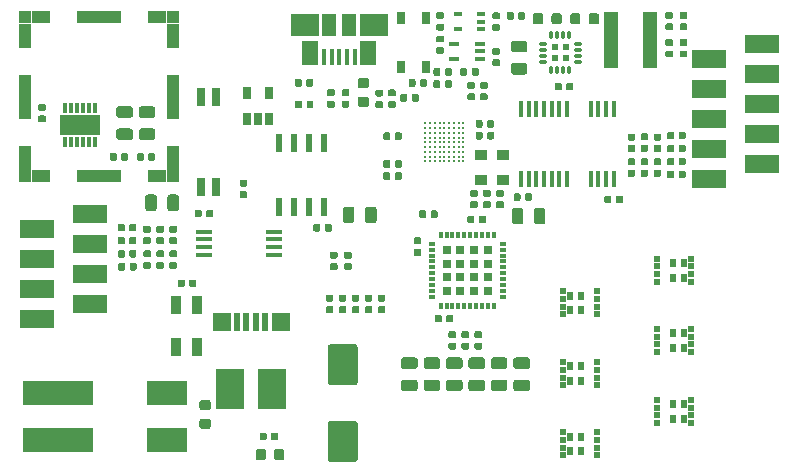
<source format=gbr>
G04 #@! TF.GenerationSoftware,KiCad,Pcbnew,5.1.5-52549c5~84~ubuntu18.04.1*
G04 #@! TF.CreationDate,2020-04-16T17:59:20+02:00*
G04 #@! TF.ProjectId,board,626f6172-642e-46b6-9963-61645f706362,rev?*
G04 #@! TF.SameCoordinates,Original*
G04 #@! TF.FileFunction,Paste,Top*
G04 #@! TF.FilePolarity,Positive*
%FSLAX46Y46*%
G04 Gerber Fmt 4.6, Leading zero omitted, Abs format (unit mm)*
G04 Created by KiCad (PCBNEW 5.1.5-52549c5~84~ubuntu18.04.1) date 2020-04-16 17:59:20*
%MOMM*%
%LPD*%
G04 APERTURE LIST*
%ADD10C,0.025400*%
%ADD11R,0.700000X0.400000*%
%ADD12C,0.100000*%
%ADD13R,0.450000X1.450000*%
%ADD14R,1.180000X4.700000*%
%ADD15R,1.000000X1.000000*%
%ADD16R,1.650000X1.000000*%
%ADD17R,3.800000X1.000000*%
%ADD18R,1.000000X2.130000*%
%ADD19R,1.000000X3.800000*%
%ADD20R,3.000000X1.500000*%
%ADD21R,0.690000X0.690000*%
%ADD22R,0.500000X0.300000*%
%ADD23R,0.300000X0.500000*%
%ADD24R,0.570000X0.738000*%
%ADD25R,0.630000X0.500000*%
%ADD26R,0.304800X0.812800*%
%ADD27R,3.403600X1.803400*%
%ADD28O,0.300000X0.750000*%
%ADD29O,0.750000X0.300000*%
%ADD30R,0.540000X0.540000*%
%ADD31R,3.500000X2.000000*%
%ADD32R,6.000000X2.000000*%
%ADD33R,0.850000X1.600000*%
%ADD34R,1.500000X1.600000*%
%ADD35R,0.500000X1.600000*%
%ADD36R,2.400000X3.480000*%
%ADD37R,0.650000X1.060000*%
%ADD38R,1.450000X0.450000*%
%ADD39R,0.450000X1.380000*%
%ADD40R,1.475000X2.100000*%
%ADD41R,2.375000X1.900000*%
%ADD42R,1.175000X1.900000*%
%ADD43R,0.600000X1.550000*%
%ADD44R,0.650000X1.050000*%
%ADD45R,0.950000X0.450000*%
%ADD46R,1.000000X0.900000*%
%ADD47R,0.760000X1.600000*%
%ADD48C,0.200000*%
G04 APERTURE END LIST*
D10*
G36*
X96898200Y-110771700D02*
G01*
X98400000Y-110771700D01*
X98400000Y-109168300D01*
X96898200Y-109168300D01*
X96898200Y-110771700D01*
G37*
X96898200Y-110771700D02*
X98400000Y-110771700D01*
X98400000Y-109168300D01*
X96898200Y-109168300D01*
X96898200Y-110771700D01*
G36*
X98600000Y-110771700D02*
G01*
X100101800Y-110771700D01*
X100101800Y-109168300D01*
X98600000Y-109168300D01*
X98600000Y-110771700D01*
G37*
X98600000Y-110771700D02*
X100101800Y-110771700D01*
X100101800Y-109168300D01*
X98600000Y-109168300D01*
X98600000Y-110771700D01*
D11*
X130550000Y-101900000D03*
X130550000Y-100600000D03*
X132450000Y-100600000D03*
X132450000Y-101250000D03*
X132450000Y-101900000D03*
X130550000Y-101900000D03*
X130550000Y-100600000D03*
X132450000Y-100600000D03*
X132450000Y-101250000D03*
X132450000Y-101900000D03*
X130550000Y-101900000D03*
X130550000Y-100600000D03*
X132450000Y-100600000D03*
X132450000Y-101250000D03*
X132450000Y-101900000D03*
D12*
G36*
X102767142Y-108416174D02*
G01*
X102790803Y-108419684D01*
X102814007Y-108425496D01*
X102836529Y-108433554D01*
X102858153Y-108443782D01*
X102878670Y-108456079D01*
X102897883Y-108470329D01*
X102915607Y-108486393D01*
X102931671Y-108504117D01*
X102945921Y-108523330D01*
X102958218Y-108543847D01*
X102968446Y-108565471D01*
X102976504Y-108587993D01*
X102982316Y-108611197D01*
X102985826Y-108634858D01*
X102987000Y-108658750D01*
X102987000Y-109146250D01*
X102985826Y-109170142D01*
X102982316Y-109193803D01*
X102976504Y-109217007D01*
X102968446Y-109239529D01*
X102958218Y-109261153D01*
X102945921Y-109281670D01*
X102931671Y-109300883D01*
X102915607Y-109318607D01*
X102897883Y-109334671D01*
X102878670Y-109348921D01*
X102858153Y-109361218D01*
X102836529Y-109371446D01*
X102814007Y-109379504D01*
X102790803Y-109385316D01*
X102767142Y-109388826D01*
X102743250Y-109390000D01*
X101830750Y-109390000D01*
X101806858Y-109388826D01*
X101783197Y-109385316D01*
X101759993Y-109379504D01*
X101737471Y-109371446D01*
X101715847Y-109361218D01*
X101695330Y-109348921D01*
X101676117Y-109334671D01*
X101658393Y-109318607D01*
X101642329Y-109300883D01*
X101628079Y-109281670D01*
X101615782Y-109261153D01*
X101605554Y-109239529D01*
X101597496Y-109217007D01*
X101591684Y-109193803D01*
X101588174Y-109170142D01*
X101587000Y-109146250D01*
X101587000Y-108658750D01*
X101588174Y-108634858D01*
X101591684Y-108611197D01*
X101597496Y-108587993D01*
X101605554Y-108565471D01*
X101615782Y-108543847D01*
X101628079Y-108523330D01*
X101642329Y-108504117D01*
X101658393Y-108486393D01*
X101676117Y-108470329D01*
X101695330Y-108456079D01*
X101715847Y-108443782D01*
X101737471Y-108433554D01*
X101759993Y-108425496D01*
X101783197Y-108419684D01*
X101806858Y-108416174D01*
X101830750Y-108415000D01*
X102743250Y-108415000D01*
X102767142Y-108416174D01*
G37*
G36*
X102767142Y-110291174D02*
G01*
X102790803Y-110294684D01*
X102814007Y-110300496D01*
X102836529Y-110308554D01*
X102858153Y-110318782D01*
X102878670Y-110331079D01*
X102897883Y-110345329D01*
X102915607Y-110361393D01*
X102931671Y-110379117D01*
X102945921Y-110398330D01*
X102958218Y-110418847D01*
X102968446Y-110440471D01*
X102976504Y-110462993D01*
X102982316Y-110486197D01*
X102985826Y-110509858D01*
X102987000Y-110533750D01*
X102987000Y-111021250D01*
X102985826Y-111045142D01*
X102982316Y-111068803D01*
X102976504Y-111092007D01*
X102968446Y-111114529D01*
X102958218Y-111136153D01*
X102945921Y-111156670D01*
X102931671Y-111175883D01*
X102915607Y-111193607D01*
X102897883Y-111209671D01*
X102878670Y-111223921D01*
X102858153Y-111236218D01*
X102836529Y-111246446D01*
X102814007Y-111254504D01*
X102790803Y-111260316D01*
X102767142Y-111263826D01*
X102743250Y-111265000D01*
X101830750Y-111265000D01*
X101806858Y-111263826D01*
X101783197Y-111260316D01*
X101759993Y-111254504D01*
X101737471Y-111246446D01*
X101715847Y-111236218D01*
X101695330Y-111223921D01*
X101676117Y-111209671D01*
X101658393Y-111193607D01*
X101642329Y-111175883D01*
X101628079Y-111156670D01*
X101615782Y-111136153D01*
X101605554Y-111114529D01*
X101597496Y-111092007D01*
X101591684Y-111068803D01*
X101588174Y-111045142D01*
X101587000Y-111021250D01*
X101587000Y-110533750D01*
X101588174Y-110509858D01*
X101591684Y-110486197D01*
X101597496Y-110462993D01*
X101605554Y-110440471D01*
X101615782Y-110418847D01*
X101628079Y-110398330D01*
X101642329Y-110379117D01*
X101658393Y-110361393D01*
X101676117Y-110345329D01*
X101695330Y-110331079D01*
X101715847Y-110318782D01*
X101737471Y-110308554D01*
X101759993Y-110300496D01*
X101783197Y-110294684D01*
X101806858Y-110291174D01*
X101830750Y-110290000D01*
X102743250Y-110290000D01*
X102767142Y-110291174D01*
G37*
D13*
X139750000Y-108650000D03*
X139100000Y-108650000D03*
X138450000Y-108650000D03*
X137800000Y-108650000D03*
X137150000Y-108650000D03*
X136500000Y-108650000D03*
X135850000Y-108650000D03*
X135850000Y-114550000D03*
X136500000Y-114550000D03*
X137150000Y-114550000D03*
X137800000Y-114550000D03*
X138450000Y-114550000D03*
X139100000Y-114550000D03*
X139750000Y-114550000D03*
D14*
X146805000Y-102770000D03*
X143495000Y-102770000D03*
D15*
X93850000Y-100870000D03*
X106350000Y-100870000D03*
X106350000Y-114330000D03*
X93850000Y-114330000D03*
D16*
X95175000Y-100870000D03*
X95175000Y-114330000D03*
D17*
X100100000Y-100870000D03*
X100100000Y-114330000D03*
D16*
X105025000Y-100870000D03*
X105025000Y-114330000D03*
D18*
X93850000Y-102435000D03*
X106350000Y-102435000D03*
D19*
X93850000Y-107600000D03*
X106350000Y-107600000D03*
D18*
X93850000Y-112765000D03*
X106350000Y-112765000D03*
D20*
X99380000Y-117525000D03*
X99380000Y-120065000D03*
X99380000Y-122605000D03*
X99380000Y-125145000D03*
X94880000Y-118795000D03*
X94880000Y-121335000D03*
X94880000Y-123875000D03*
X94880000Y-126415000D03*
D12*
G36*
X104672142Y-108416174D02*
G01*
X104695803Y-108419684D01*
X104719007Y-108425496D01*
X104741529Y-108433554D01*
X104763153Y-108443782D01*
X104783670Y-108456079D01*
X104802883Y-108470329D01*
X104820607Y-108486393D01*
X104836671Y-108504117D01*
X104850921Y-108523330D01*
X104863218Y-108543847D01*
X104873446Y-108565471D01*
X104881504Y-108587993D01*
X104887316Y-108611197D01*
X104890826Y-108634858D01*
X104892000Y-108658750D01*
X104892000Y-109146250D01*
X104890826Y-109170142D01*
X104887316Y-109193803D01*
X104881504Y-109217007D01*
X104873446Y-109239529D01*
X104863218Y-109261153D01*
X104850921Y-109281670D01*
X104836671Y-109300883D01*
X104820607Y-109318607D01*
X104802883Y-109334671D01*
X104783670Y-109348921D01*
X104763153Y-109361218D01*
X104741529Y-109371446D01*
X104719007Y-109379504D01*
X104695803Y-109385316D01*
X104672142Y-109388826D01*
X104648250Y-109390000D01*
X103735750Y-109390000D01*
X103711858Y-109388826D01*
X103688197Y-109385316D01*
X103664993Y-109379504D01*
X103642471Y-109371446D01*
X103620847Y-109361218D01*
X103600330Y-109348921D01*
X103581117Y-109334671D01*
X103563393Y-109318607D01*
X103547329Y-109300883D01*
X103533079Y-109281670D01*
X103520782Y-109261153D01*
X103510554Y-109239529D01*
X103502496Y-109217007D01*
X103496684Y-109193803D01*
X103493174Y-109170142D01*
X103492000Y-109146250D01*
X103492000Y-108658750D01*
X103493174Y-108634858D01*
X103496684Y-108611197D01*
X103502496Y-108587993D01*
X103510554Y-108565471D01*
X103520782Y-108543847D01*
X103533079Y-108523330D01*
X103547329Y-108504117D01*
X103563393Y-108486393D01*
X103581117Y-108470329D01*
X103600330Y-108456079D01*
X103620847Y-108443782D01*
X103642471Y-108433554D01*
X103664993Y-108425496D01*
X103688197Y-108419684D01*
X103711858Y-108416174D01*
X103735750Y-108415000D01*
X104648250Y-108415000D01*
X104672142Y-108416174D01*
G37*
G36*
X104672142Y-110291174D02*
G01*
X104695803Y-110294684D01*
X104719007Y-110300496D01*
X104741529Y-110308554D01*
X104763153Y-110318782D01*
X104783670Y-110331079D01*
X104802883Y-110345329D01*
X104820607Y-110361393D01*
X104836671Y-110379117D01*
X104850921Y-110398330D01*
X104863218Y-110418847D01*
X104873446Y-110440471D01*
X104881504Y-110462993D01*
X104887316Y-110486197D01*
X104890826Y-110509858D01*
X104892000Y-110533750D01*
X104892000Y-111021250D01*
X104890826Y-111045142D01*
X104887316Y-111068803D01*
X104881504Y-111092007D01*
X104873446Y-111114529D01*
X104863218Y-111136153D01*
X104850921Y-111156670D01*
X104836671Y-111175883D01*
X104820607Y-111193607D01*
X104802883Y-111209671D01*
X104783670Y-111223921D01*
X104763153Y-111236218D01*
X104741529Y-111246446D01*
X104719007Y-111254504D01*
X104695803Y-111260316D01*
X104672142Y-111263826D01*
X104648250Y-111265000D01*
X103735750Y-111265000D01*
X103711858Y-111263826D01*
X103688197Y-111260316D01*
X103664993Y-111254504D01*
X103642471Y-111246446D01*
X103620847Y-111236218D01*
X103600330Y-111223921D01*
X103581117Y-111209671D01*
X103563393Y-111193607D01*
X103547329Y-111175883D01*
X103533079Y-111156670D01*
X103520782Y-111136153D01*
X103510554Y-111114529D01*
X103502496Y-111092007D01*
X103496684Y-111068803D01*
X103493174Y-111045142D01*
X103492000Y-111021250D01*
X103492000Y-110533750D01*
X103493174Y-110509858D01*
X103496684Y-110486197D01*
X103502496Y-110462993D01*
X103510554Y-110440471D01*
X103520782Y-110418847D01*
X103533079Y-110398330D01*
X103547329Y-110379117D01*
X103563393Y-110361393D01*
X103581117Y-110345329D01*
X103600330Y-110331079D01*
X103620847Y-110318782D01*
X103642471Y-110308554D01*
X103664993Y-110300496D01*
X103688197Y-110294684D01*
X103711858Y-110291174D01*
X103735750Y-110290000D01*
X104648250Y-110290000D01*
X104672142Y-110291174D01*
G37*
G36*
X137705142Y-117001174D02*
G01*
X137728803Y-117004684D01*
X137752007Y-117010496D01*
X137774529Y-117018554D01*
X137796153Y-117028782D01*
X137816670Y-117041079D01*
X137835883Y-117055329D01*
X137853607Y-117071393D01*
X137869671Y-117089117D01*
X137883921Y-117108330D01*
X137896218Y-117128847D01*
X137906446Y-117150471D01*
X137914504Y-117172993D01*
X137920316Y-117196197D01*
X137923826Y-117219858D01*
X137925000Y-117243750D01*
X137925000Y-118156250D01*
X137923826Y-118180142D01*
X137920316Y-118203803D01*
X137914504Y-118227007D01*
X137906446Y-118249529D01*
X137896218Y-118271153D01*
X137883921Y-118291670D01*
X137869671Y-118310883D01*
X137853607Y-118328607D01*
X137835883Y-118344671D01*
X137816670Y-118358921D01*
X137796153Y-118371218D01*
X137774529Y-118381446D01*
X137752007Y-118389504D01*
X137728803Y-118395316D01*
X137705142Y-118398826D01*
X137681250Y-118400000D01*
X137193750Y-118400000D01*
X137169858Y-118398826D01*
X137146197Y-118395316D01*
X137122993Y-118389504D01*
X137100471Y-118381446D01*
X137078847Y-118371218D01*
X137058330Y-118358921D01*
X137039117Y-118344671D01*
X137021393Y-118328607D01*
X137005329Y-118310883D01*
X136991079Y-118291670D01*
X136978782Y-118271153D01*
X136968554Y-118249529D01*
X136960496Y-118227007D01*
X136954684Y-118203803D01*
X136951174Y-118180142D01*
X136950000Y-118156250D01*
X136950000Y-117243750D01*
X136951174Y-117219858D01*
X136954684Y-117196197D01*
X136960496Y-117172993D01*
X136968554Y-117150471D01*
X136978782Y-117128847D01*
X136991079Y-117108330D01*
X137005329Y-117089117D01*
X137021393Y-117071393D01*
X137039117Y-117055329D01*
X137058330Y-117041079D01*
X137078847Y-117028782D01*
X137100471Y-117018554D01*
X137122993Y-117010496D01*
X137146197Y-117004684D01*
X137169858Y-117001174D01*
X137193750Y-117000000D01*
X137681250Y-117000000D01*
X137705142Y-117001174D01*
G37*
G36*
X135830142Y-117001174D02*
G01*
X135853803Y-117004684D01*
X135877007Y-117010496D01*
X135899529Y-117018554D01*
X135921153Y-117028782D01*
X135941670Y-117041079D01*
X135960883Y-117055329D01*
X135978607Y-117071393D01*
X135994671Y-117089117D01*
X136008921Y-117108330D01*
X136021218Y-117128847D01*
X136031446Y-117150471D01*
X136039504Y-117172993D01*
X136045316Y-117196197D01*
X136048826Y-117219858D01*
X136050000Y-117243750D01*
X136050000Y-118156250D01*
X136048826Y-118180142D01*
X136045316Y-118203803D01*
X136039504Y-118227007D01*
X136031446Y-118249529D01*
X136021218Y-118271153D01*
X136008921Y-118291670D01*
X135994671Y-118310883D01*
X135978607Y-118328607D01*
X135960883Y-118344671D01*
X135941670Y-118358921D01*
X135921153Y-118371218D01*
X135899529Y-118381446D01*
X135877007Y-118389504D01*
X135853803Y-118395316D01*
X135830142Y-118398826D01*
X135806250Y-118400000D01*
X135318750Y-118400000D01*
X135294858Y-118398826D01*
X135271197Y-118395316D01*
X135247993Y-118389504D01*
X135225471Y-118381446D01*
X135203847Y-118371218D01*
X135183330Y-118358921D01*
X135164117Y-118344671D01*
X135146393Y-118328607D01*
X135130329Y-118310883D01*
X135116079Y-118291670D01*
X135103782Y-118271153D01*
X135093554Y-118249529D01*
X135085496Y-118227007D01*
X135079684Y-118203803D01*
X135076174Y-118180142D01*
X135075000Y-118156250D01*
X135075000Y-117243750D01*
X135076174Y-117219858D01*
X135079684Y-117196197D01*
X135085496Y-117172993D01*
X135093554Y-117150471D01*
X135103782Y-117128847D01*
X135116079Y-117108330D01*
X135130329Y-117089117D01*
X135146393Y-117071393D01*
X135164117Y-117055329D01*
X135183330Y-117041079D01*
X135203847Y-117028782D01*
X135225471Y-117018554D01*
X135247993Y-117010496D01*
X135271197Y-117004684D01*
X135294858Y-117001174D01*
X135318750Y-117000000D01*
X135806250Y-117000000D01*
X135830142Y-117001174D01*
G37*
D21*
X129575000Y-124025000D03*
X130725000Y-124025000D03*
X131875000Y-124025000D03*
X133025000Y-124025000D03*
X129575000Y-122875000D03*
X130725000Y-122875000D03*
X131875000Y-122875000D03*
X133025000Y-122875000D03*
X129575000Y-121725000D03*
X130725000Y-121725000D03*
X131875000Y-121725000D03*
X133025000Y-121725000D03*
X129575000Y-120575000D03*
X130725000Y-120575000D03*
X131875000Y-120575000D03*
X133025000Y-120575000D03*
D22*
X128300000Y-124550000D03*
X128300000Y-124050000D03*
X128300000Y-123550000D03*
X128300000Y-123050000D03*
X128300000Y-122550000D03*
X128300000Y-122050000D03*
X128300000Y-121550000D03*
X128300000Y-121050000D03*
X128300000Y-120550000D03*
X128300000Y-120050000D03*
D23*
X129050000Y-119300000D03*
X129550000Y-119300000D03*
X130050000Y-119300000D03*
X130550000Y-119300000D03*
X131050000Y-119300000D03*
X131550000Y-119300000D03*
X132050000Y-119300000D03*
X132550000Y-119300000D03*
X133050000Y-119300000D03*
X133550000Y-119300000D03*
D22*
X134300000Y-120050000D03*
X134300000Y-120550000D03*
X134300000Y-121050000D03*
X134300000Y-121550000D03*
X134300000Y-122050000D03*
X134300000Y-122550000D03*
X134300000Y-123050000D03*
X134300000Y-123550000D03*
X134300000Y-124050000D03*
X134300000Y-124550000D03*
D23*
X133550000Y-125300000D03*
X133050000Y-125300000D03*
X132550000Y-125300000D03*
X132050000Y-125300000D03*
X131550000Y-125300000D03*
X131050000Y-125300000D03*
X130550000Y-125300000D03*
X130050000Y-125300000D03*
X129550000Y-125300000D03*
X129050000Y-125300000D03*
D12*
G36*
X121530142Y-116901174D02*
G01*
X121553803Y-116904684D01*
X121577007Y-116910496D01*
X121599529Y-116918554D01*
X121621153Y-116928782D01*
X121641670Y-116941079D01*
X121660883Y-116955329D01*
X121678607Y-116971393D01*
X121694671Y-116989117D01*
X121708921Y-117008330D01*
X121721218Y-117028847D01*
X121731446Y-117050471D01*
X121739504Y-117072993D01*
X121745316Y-117096197D01*
X121748826Y-117119858D01*
X121750000Y-117143750D01*
X121750000Y-118056250D01*
X121748826Y-118080142D01*
X121745316Y-118103803D01*
X121739504Y-118127007D01*
X121731446Y-118149529D01*
X121721218Y-118171153D01*
X121708921Y-118191670D01*
X121694671Y-118210883D01*
X121678607Y-118228607D01*
X121660883Y-118244671D01*
X121641670Y-118258921D01*
X121621153Y-118271218D01*
X121599529Y-118281446D01*
X121577007Y-118289504D01*
X121553803Y-118295316D01*
X121530142Y-118298826D01*
X121506250Y-118300000D01*
X121018750Y-118300000D01*
X120994858Y-118298826D01*
X120971197Y-118295316D01*
X120947993Y-118289504D01*
X120925471Y-118281446D01*
X120903847Y-118271218D01*
X120883330Y-118258921D01*
X120864117Y-118244671D01*
X120846393Y-118228607D01*
X120830329Y-118210883D01*
X120816079Y-118191670D01*
X120803782Y-118171153D01*
X120793554Y-118149529D01*
X120785496Y-118127007D01*
X120779684Y-118103803D01*
X120776174Y-118080142D01*
X120775000Y-118056250D01*
X120775000Y-117143750D01*
X120776174Y-117119858D01*
X120779684Y-117096197D01*
X120785496Y-117072993D01*
X120793554Y-117050471D01*
X120803782Y-117028847D01*
X120816079Y-117008330D01*
X120830329Y-116989117D01*
X120846393Y-116971393D01*
X120864117Y-116955329D01*
X120883330Y-116941079D01*
X120903847Y-116928782D01*
X120925471Y-116918554D01*
X120947993Y-116910496D01*
X120971197Y-116904684D01*
X120994858Y-116901174D01*
X121018750Y-116900000D01*
X121506250Y-116900000D01*
X121530142Y-116901174D01*
G37*
G36*
X123405142Y-116901174D02*
G01*
X123428803Y-116904684D01*
X123452007Y-116910496D01*
X123474529Y-116918554D01*
X123496153Y-116928782D01*
X123516670Y-116941079D01*
X123535883Y-116955329D01*
X123553607Y-116971393D01*
X123569671Y-116989117D01*
X123583921Y-117008330D01*
X123596218Y-117028847D01*
X123606446Y-117050471D01*
X123614504Y-117072993D01*
X123620316Y-117096197D01*
X123623826Y-117119858D01*
X123625000Y-117143750D01*
X123625000Y-118056250D01*
X123623826Y-118080142D01*
X123620316Y-118103803D01*
X123614504Y-118127007D01*
X123606446Y-118149529D01*
X123596218Y-118171153D01*
X123583921Y-118191670D01*
X123569671Y-118210883D01*
X123553607Y-118228607D01*
X123535883Y-118244671D01*
X123516670Y-118258921D01*
X123496153Y-118271218D01*
X123474529Y-118281446D01*
X123452007Y-118289504D01*
X123428803Y-118295316D01*
X123405142Y-118298826D01*
X123381250Y-118300000D01*
X122893750Y-118300000D01*
X122869858Y-118298826D01*
X122846197Y-118295316D01*
X122822993Y-118289504D01*
X122800471Y-118281446D01*
X122778847Y-118271218D01*
X122758330Y-118258921D01*
X122739117Y-118244671D01*
X122721393Y-118228607D01*
X122705329Y-118210883D01*
X122691079Y-118191670D01*
X122678782Y-118171153D01*
X122668554Y-118149529D01*
X122660496Y-118127007D01*
X122654684Y-118103803D01*
X122651174Y-118080142D01*
X122650000Y-118056250D01*
X122650000Y-117143750D01*
X122651174Y-117119858D01*
X122654684Y-117096197D01*
X122660496Y-117072993D01*
X122668554Y-117050471D01*
X122678782Y-117028847D01*
X122691079Y-117008330D01*
X122705329Y-116989117D01*
X122721393Y-116971393D01*
X122739117Y-116955329D01*
X122758330Y-116941079D01*
X122778847Y-116928782D01*
X122800471Y-116918554D01*
X122822993Y-116910496D01*
X122846197Y-116904684D01*
X122869858Y-116901174D01*
X122893750Y-116900000D01*
X123381250Y-116900000D01*
X123405142Y-116901174D01*
G37*
D13*
X143695000Y-108640000D03*
X143045000Y-108640000D03*
X142395000Y-108640000D03*
X141745000Y-108640000D03*
X141745000Y-114540000D03*
X142395000Y-114540000D03*
X143045000Y-114540000D03*
X143695000Y-114540000D03*
D24*
X140940000Y-131660000D03*
X140940000Y-130440000D03*
X139990000Y-131660000D03*
X139990000Y-130440000D03*
D25*
X139410000Y-132020000D03*
X139410000Y-131380000D03*
X139410000Y-130720000D03*
X139410000Y-130080000D03*
X142290000Y-130080000D03*
X142290000Y-130720000D03*
X142290000Y-131380000D03*
X142290000Y-132020000D03*
D26*
X97250000Y-111417800D03*
X97750000Y-111417800D03*
X98250000Y-111417800D03*
X98750000Y-111417800D03*
X99250000Y-111417800D03*
X99750000Y-111417800D03*
X99750000Y-108522200D03*
X99250000Y-108522200D03*
X98750000Y-108522200D03*
X98250000Y-108522200D03*
X97750000Y-108522200D03*
X97250000Y-108522200D03*
D27*
X98500000Y-109970000D03*
D12*
G36*
X120186958Y-120720710D02*
G01*
X120201276Y-120722834D01*
X120215317Y-120726351D01*
X120228946Y-120731228D01*
X120242031Y-120737417D01*
X120254447Y-120744858D01*
X120266073Y-120753481D01*
X120276798Y-120763202D01*
X120286519Y-120773927D01*
X120295142Y-120785553D01*
X120302583Y-120797969D01*
X120308772Y-120811054D01*
X120313649Y-120824683D01*
X120317166Y-120838724D01*
X120319290Y-120853042D01*
X120320000Y-120867500D01*
X120320000Y-121162500D01*
X120319290Y-121176958D01*
X120317166Y-121191276D01*
X120313649Y-121205317D01*
X120308772Y-121218946D01*
X120302583Y-121232031D01*
X120295142Y-121244447D01*
X120286519Y-121256073D01*
X120276798Y-121266798D01*
X120266073Y-121276519D01*
X120254447Y-121285142D01*
X120242031Y-121292583D01*
X120228946Y-121298772D01*
X120215317Y-121303649D01*
X120201276Y-121307166D01*
X120186958Y-121309290D01*
X120172500Y-121310000D01*
X119827500Y-121310000D01*
X119813042Y-121309290D01*
X119798724Y-121307166D01*
X119784683Y-121303649D01*
X119771054Y-121298772D01*
X119757969Y-121292583D01*
X119745553Y-121285142D01*
X119733927Y-121276519D01*
X119723202Y-121266798D01*
X119713481Y-121256073D01*
X119704858Y-121244447D01*
X119697417Y-121232031D01*
X119691228Y-121218946D01*
X119686351Y-121205317D01*
X119682834Y-121191276D01*
X119680710Y-121176958D01*
X119680000Y-121162500D01*
X119680000Y-120867500D01*
X119680710Y-120853042D01*
X119682834Y-120838724D01*
X119686351Y-120824683D01*
X119691228Y-120811054D01*
X119697417Y-120797969D01*
X119704858Y-120785553D01*
X119713481Y-120773927D01*
X119723202Y-120763202D01*
X119733927Y-120753481D01*
X119745553Y-120744858D01*
X119757969Y-120737417D01*
X119771054Y-120731228D01*
X119784683Y-120726351D01*
X119798724Y-120722834D01*
X119813042Y-120720710D01*
X119827500Y-120720000D01*
X120172500Y-120720000D01*
X120186958Y-120720710D01*
G37*
G36*
X120186958Y-121690710D02*
G01*
X120201276Y-121692834D01*
X120215317Y-121696351D01*
X120228946Y-121701228D01*
X120242031Y-121707417D01*
X120254447Y-121714858D01*
X120266073Y-121723481D01*
X120276798Y-121733202D01*
X120286519Y-121743927D01*
X120295142Y-121755553D01*
X120302583Y-121767969D01*
X120308772Y-121781054D01*
X120313649Y-121794683D01*
X120317166Y-121808724D01*
X120319290Y-121823042D01*
X120320000Y-121837500D01*
X120320000Y-122132500D01*
X120319290Y-122146958D01*
X120317166Y-122161276D01*
X120313649Y-122175317D01*
X120308772Y-122188946D01*
X120302583Y-122202031D01*
X120295142Y-122214447D01*
X120286519Y-122226073D01*
X120276798Y-122236798D01*
X120266073Y-122246519D01*
X120254447Y-122255142D01*
X120242031Y-122262583D01*
X120228946Y-122268772D01*
X120215317Y-122273649D01*
X120201276Y-122277166D01*
X120186958Y-122279290D01*
X120172500Y-122280000D01*
X119827500Y-122280000D01*
X119813042Y-122279290D01*
X119798724Y-122277166D01*
X119784683Y-122273649D01*
X119771054Y-122268772D01*
X119757969Y-122262583D01*
X119745553Y-122255142D01*
X119733927Y-122246519D01*
X119723202Y-122236798D01*
X119713481Y-122226073D01*
X119704858Y-122214447D01*
X119697417Y-122202031D01*
X119691228Y-122188946D01*
X119686351Y-122175317D01*
X119682834Y-122161276D01*
X119680710Y-122146958D01*
X119680000Y-122132500D01*
X119680000Y-121837500D01*
X119680710Y-121823042D01*
X119682834Y-121808724D01*
X119686351Y-121794683D01*
X119691228Y-121781054D01*
X119697417Y-121767969D01*
X119704858Y-121755553D01*
X119713481Y-121743927D01*
X119723202Y-121733202D01*
X119733927Y-121723481D01*
X119745553Y-121714858D01*
X119757969Y-121707417D01*
X119771054Y-121701228D01*
X119784683Y-121696351D01*
X119798724Y-121692834D01*
X119813042Y-121690710D01*
X119827500Y-121690000D01*
X120172500Y-121690000D01*
X120186958Y-121690710D01*
G37*
G36*
X102446958Y-112380710D02*
G01*
X102461276Y-112382834D01*
X102475317Y-112386351D01*
X102488946Y-112391228D01*
X102502031Y-112397417D01*
X102514447Y-112404858D01*
X102526073Y-112413481D01*
X102536798Y-112423202D01*
X102546519Y-112433927D01*
X102555142Y-112445553D01*
X102562583Y-112457969D01*
X102568772Y-112471054D01*
X102573649Y-112484683D01*
X102577166Y-112498724D01*
X102579290Y-112513042D01*
X102580000Y-112527500D01*
X102580000Y-112872500D01*
X102579290Y-112886958D01*
X102577166Y-112901276D01*
X102573649Y-112915317D01*
X102568772Y-112928946D01*
X102562583Y-112942031D01*
X102555142Y-112954447D01*
X102546519Y-112966073D01*
X102536798Y-112976798D01*
X102526073Y-112986519D01*
X102514447Y-112995142D01*
X102502031Y-113002583D01*
X102488946Y-113008772D01*
X102475317Y-113013649D01*
X102461276Y-113017166D01*
X102446958Y-113019290D01*
X102432500Y-113020000D01*
X102137500Y-113020000D01*
X102123042Y-113019290D01*
X102108724Y-113017166D01*
X102094683Y-113013649D01*
X102081054Y-113008772D01*
X102067969Y-113002583D01*
X102055553Y-112995142D01*
X102043927Y-112986519D01*
X102033202Y-112976798D01*
X102023481Y-112966073D01*
X102014858Y-112954447D01*
X102007417Y-112942031D01*
X102001228Y-112928946D01*
X101996351Y-112915317D01*
X101992834Y-112901276D01*
X101990710Y-112886958D01*
X101990000Y-112872500D01*
X101990000Y-112527500D01*
X101990710Y-112513042D01*
X101992834Y-112498724D01*
X101996351Y-112484683D01*
X102001228Y-112471054D01*
X102007417Y-112457969D01*
X102014858Y-112445553D01*
X102023481Y-112433927D01*
X102033202Y-112423202D01*
X102043927Y-112413481D01*
X102055553Y-112404858D01*
X102067969Y-112397417D01*
X102081054Y-112391228D01*
X102094683Y-112386351D01*
X102108724Y-112382834D01*
X102123042Y-112380710D01*
X102137500Y-112380000D01*
X102432500Y-112380000D01*
X102446958Y-112380710D01*
G37*
G36*
X101476958Y-112380710D02*
G01*
X101491276Y-112382834D01*
X101505317Y-112386351D01*
X101518946Y-112391228D01*
X101532031Y-112397417D01*
X101544447Y-112404858D01*
X101556073Y-112413481D01*
X101566798Y-112423202D01*
X101576519Y-112433927D01*
X101585142Y-112445553D01*
X101592583Y-112457969D01*
X101598772Y-112471054D01*
X101603649Y-112484683D01*
X101607166Y-112498724D01*
X101609290Y-112513042D01*
X101610000Y-112527500D01*
X101610000Y-112872500D01*
X101609290Y-112886958D01*
X101607166Y-112901276D01*
X101603649Y-112915317D01*
X101598772Y-112928946D01*
X101592583Y-112942031D01*
X101585142Y-112954447D01*
X101576519Y-112966073D01*
X101566798Y-112976798D01*
X101556073Y-112986519D01*
X101544447Y-112995142D01*
X101532031Y-113002583D01*
X101518946Y-113008772D01*
X101505317Y-113013649D01*
X101491276Y-113017166D01*
X101476958Y-113019290D01*
X101462500Y-113020000D01*
X101167500Y-113020000D01*
X101153042Y-113019290D01*
X101138724Y-113017166D01*
X101124683Y-113013649D01*
X101111054Y-113008772D01*
X101097969Y-113002583D01*
X101085553Y-112995142D01*
X101073927Y-112986519D01*
X101063202Y-112976798D01*
X101053481Y-112966073D01*
X101044858Y-112954447D01*
X101037417Y-112942031D01*
X101031228Y-112928946D01*
X101026351Y-112915317D01*
X101022834Y-112901276D01*
X101020710Y-112886958D01*
X101020000Y-112872500D01*
X101020000Y-112527500D01*
X101020710Y-112513042D01*
X101022834Y-112498724D01*
X101026351Y-112484683D01*
X101031228Y-112471054D01*
X101037417Y-112457969D01*
X101044858Y-112445553D01*
X101053481Y-112433927D01*
X101063202Y-112423202D01*
X101073927Y-112413481D01*
X101085553Y-112404858D01*
X101097969Y-112397417D01*
X101111054Y-112391228D01*
X101124683Y-112386351D01*
X101138724Y-112382834D01*
X101153042Y-112380710D01*
X101167500Y-112380000D01*
X101462500Y-112380000D01*
X101476958Y-112380710D01*
G37*
G36*
X95486958Y-109190710D02*
G01*
X95501276Y-109192834D01*
X95515317Y-109196351D01*
X95528946Y-109201228D01*
X95542031Y-109207417D01*
X95554447Y-109214858D01*
X95566073Y-109223481D01*
X95576798Y-109233202D01*
X95586519Y-109243927D01*
X95595142Y-109255553D01*
X95602583Y-109267969D01*
X95608772Y-109281054D01*
X95613649Y-109294683D01*
X95617166Y-109308724D01*
X95619290Y-109323042D01*
X95620000Y-109337500D01*
X95620000Y-109632500D01*
X95619290Y-109646958D01*
X95617166Y-109661276D01*
X95613649Y-109675317D01*
X95608772Y-109688946D01*
X95602583Y-109702031D01*
X95595142Y-109714447D01*
X95586519Y-109726073D01*
X95576798Y-109736798D01*
X95566073Y-109746519D01*
X95554447Y-109755142D01*
X95542031Y-109762583D01*
X95528946Y-109768772D01*
X95515317Y-109773649D01*
X95501276Y-109777166D01*
X95486958Y-109779290D01*
X95472500Y-109780000D01*
X95127500Y-109780000D01*
X95113042Y-109779290D01*
X95098724Y-109777166D01*
X95084683Y-109773649D01*
X95071054Y-109768772D01*
X95057969Y-109762583D01*
X95045553Y-109755142D01*
X95033927Y-109746519D01*
X95023202Y-109736798D01*
X95013481Y-109726073D01*
X95004858Y-109714447D01*
X94997417Y-109702031D01*
X94991228Y-109688946D01*
X94986351Y-109675317D01*
X94982834Y-109661276D01*
X94980710Y-109646958D01*
X94980000Y-109632500D01*
X94980000Y-109337500D01*
X94980710Y-109323042D01*
X94982834Y-109308724D01*
X94986351Y-109294683D01*
X94991228Y-109281054D01*
X94997417Y-109267969D01*
X95004858Y-109255553D01*
X95013481Y-109243927D01*
X95023202Y-109233202D01*
X95033927Y-109223481D01*
X95045553Y-109214858D01*
X95057969Y-109207417D01*
X95071054Y-109201228D01*
X95084683Y-109196351D01*
X95098724Y-109192834D01*
X95113042Y-109190710D01*
X95127500Y-109190000D01*
X95472500Y-109190000D01*
X95486958Y-109190710D01*
G37*
G36*
X95486958Y-108220710D02*
G01*
X95501276Y-108222834D01*
X95515317Y-108226351D01*
X95528946Y-108231228D01*
X95542031Y-108237417D01*
X95554447Y-108244858D01*
X95566073Y-108253481D01*
X95576798Y-108263202D01*
X95586519Y-108273927D01*
X95595142Y-108285553D01*
X95602583Y-108297969D01*
X95608772Y-108311054D01*
X95613649Y-108324683D01*
X95617166Y-108338724D01*
X95619290Y-108353042D01*
X95620000Y-108367500D01*
X95620000Y-108662500D01*
X95619290Y-108676958D01*
X95617166Y-108691276D01*
X95613649Y-108705317D01*
X95608772Y-108718946D01*
X95602583Y-108732031D01*
X95595142Y-108744447D01*
X95586519Y-108756073D01*
X95576798Y-108766798D01*
X95566073Y-108776519D01*
X95554447Y-108785142D01*
X95542031Y-108792583D01*
X95528946Y-108798772D01*
X95515317Y-108803649D01*
X95501276Y-108807166D01*
X95486958Y-108809290D01*
X95472500Y-108810000D01*
X95127500Y-108810000D01*
X95113042Y-108809290D01*
X95098724Y-108807166D01*
X95084683Y-108803649D01*
X95071054Y-108798772D01*
X95057969Y-108792583D01*
X95045553Y-108785142D01*
X95033927Y-108776519D01*
X95023202Y-108766798D01*
X95013481Y-108756073D01*
X95004858Y-108744447D01*
X94997417Y-108732031D01*
X94991228Y-108718946D01*
X94986351Y-108705317D01*
X94982834Y-108691276D01*
X94980710Y-108676958D01*
X94980000Y-108662500D01*
X94980000Y-108367500D01*
X94980710Y-108353042D01*
X94982834Y-108338724D01*
X94986351Y-108324683D01*
X94991228Y-108311054D01*
X94997417Y-108297969D01*
X95004858Y-108285553D01*
X95013481Y-108273927D01*
X95023202Y-108263202D01*
X95033927Y-108253481D01*
X95045553Y-108244858D01*
X95057969Y-108237417D01*
X95071054Y-108231228D01*
X95084683Y-108226351D01*
X95098724Y-108222834D01*
X95113042Y-108220710D01*
X95127500Y-108220000D01*
X95472500Y-108220000D01*
X95486958Y-108220710D01*
G37*
G36*
X128780142Y-129676174D02*
G01*
X128803803Y-129679684D01*
X128827007Y-129685496D01*
X128849529Y-129693554D01*
X128871153Y-129703782D01*
X128891670Y-129716079D01*
X128910883Y-129730329D01*
X128928607Y-129746393D01*
X128944671Y-129764117D01*
X128958921Y-129783330D01*
X128971218Y-129803847D01*
X128981446Y-129825471D01*
X128989504Y-129847993D01*
X128995316Y-129871197D01*
X128998826Y-129894858D01*
X129000000Y-129918750D01*
X129000000Y-130406250D01*
X128998826Y-130430142D01*
X128995316Y-130453803D01*
X128989504Y-130477007D01*
X128981446Y-130499529D01*
X128971218Y-130521153D01*
X128958921Y-130541670D01*
X128944671Y-130560883D01*
X128928607Y-130578607D01*
X128910883Y-130594671D01*
X128891670Y-130608921D01*
X128871153Y-130621218D01*
X128849529Y-130631446D01*
X128827007Y-130639504D01*
X128803803Y-130645316D01*
X128780142Y-130648826D01*
X128756250Y-130650000D01*
X127843750Y-130650000D01*
X127819858Y-130648826D01*
X127796197Y-130645316D01*
X127772993Y-130639504D01*
X127750471Y-130631446D01*
X127728847Y-130621218D01*
X127708330Y-130608921D01*
X127689117Y-130594671D01*
X127671393Y-130578607D01*
X127655329Y-130560883D01*
X127641079Y-130541670D01*
X127628782Y-130521153D01*
X127618554Y-130499529D01*
X127610496Y-130477007D01*
X127604684Y-130453803D01*
X127601174Y-130430142D01*
X127600000Y-130406250D01*
X127600000Y-129918750D01*
X127601174Y-129894858D01*
X127604684Y-129871197D01*
X127610496Y-129847993D01*
X127618554Y-129825471D01*
X127628782Y-129803847D01*
X127641079Y-129783330D01*
X127655329Y-129764117D01*
X127671393Y-129746393D01*
X127689117Y-129730329D01*
X127708330Y-129716079D01*
X127728847Y-129703782D01*
X127750471Y-129693554D01*
X127772993Y-129685496D01*
X127796197Y-129679684D01*
X127819858Y-129676174D01*
X127843750Y-129675000D01*
X128756250Y-129675000D01*
X128780142Y-129676174D01*
G37*
G36*
X128780142Y-131551174D02*
G01*
X128803803Y-131554684D01*
X128827007Y-131560496D01*
X128849529Y-131568554D01*
X128871153Y-131578782D01*
X128891670Y-131591079D01*
X128910883Y-131605329D01*
X128928607Y-131621393D01*
X128944671Y-131639117D01*
X128958921Y-131658330D01*
X128971218Y-131678847D01*
X128981446Y-131700471D01*
X128989504Y-131722993D01*
X128995316Y-131746197D01*
X128998826Y-131769858D01*
X129000000Y-131793750D01*
X129000000Y-132281250D01*
X128998826Y-132305142D01*
X128995316Y-132328803D01*
X128989504Y-132352007D01*
X128981446Y-132374529D01*
X128971218Y-132396153D01*
X128958921Y-132416670D01*
X128944671Y-132435883D01*
X128928607Y-132453607D01*
X128910883Y-132469671D01*
X128891670Y-132483921D01*
X128871153Y-132496218D01*
X128849529Y-132506446D01*
X128827007Y-132514504D01*
X128803803Y-132520316D01*
X128780142Y-132523826D01*
X128756250Y-132525000D01*
X127843750Y-132525000D01*
X127819858Y-132523826D01*
X127796197Y-132520316D01*
X127772993Y-132514504D01*
X127750471Y-132506446D01*
X127728847Y-132496218D01*
X127708330Y-132483921D01*
X127689117Y-132469671D01*
X127671393Y-132453607D01*
X127655329Y-132435883D01*
X127641079Y-132416670D01*
X127628782Y-132396153D01*
X127618554Y-132374529D01*
X127610496Y-132352007D01*
X127604684Y-132328803D01*
X127601174Y-132305142D01*
X127600000Y-132281250D01*
X127600000Y-131793750D01*
X127601174Y-131769858D01*
X127604684Y-131746197D01*
X127610496Y-131722993D01*
X127618554Y-131700471D01*
X127628782Y-131678847D01*
X127641079Y-131658330D01*
X127655329Y-131639117D01*
X127671393Y-131621393D01*
X127689117Y-131605329D01*
X127708330Y-131591079D01*
X127728847Y-131578782D01*
X127750471Y-131568554D01*
X127772993Y-131560496D01*
X127796197Y-131554684D01*
X127819858Y-131551174D01*
X127843750Y-131550000D01*
X128756250Y-131550000D01*
X128780142Y-131551174D01*
G37*
G36*
X104746958Y-112380710D02*
G01*
X104761276Y-112382834D01*
X104775317Y-112386351D01*
X104788946Y-112391228D01*
X104802031Y-112397417D01*
X104814447Y-112404858D01*
X104826073Y-112413481D01*
X104836798Y-112423202D01*
X104846519Y-112433927D01*
X104855142Y-112445553D01*
X104862583Y-112457969D01*
X104868772Y-112471054D01*
X104873649Y-112484683D01*
X104877166Y-112498724D01*
X104879290Y-112513042D01*
X104880000Y-112527500D01*
X104880000Y-112872500D01*
X104879290Y-112886958D01*
X104877166Y-112901276D01*
X104873649Y-112915317D01*
X104868772Y-112928946D01*
X104862583Y-112942031D01*
X104855142Y-112954447D01*
X104846519Y-112966073D01*
X104836798Y-112976798D01*
X104826073Y-112986519D01*
X104814447Y-112995142D01*
X104802031Y-113002583D01*
X104788946Y-113008772D01*
X104775317Y-113013649D01*
X104761276Y-113017166D01*
X104746958Y-113019290D01*
X104732500Y-113020000D01*
X104437500Y-113020000D01*
X104423042Y-113019290D01*
X104408724Y-113017166D01*
X104394683Y-113013649D01*
X104381054Y-113008772D01*
X104367969Y-113002583D01*
X104355553Y-112995142D01*
X104343927Y-112986519D01*
X104333202Y-112976798D01*
X104323481Y-112966073D01*
X104314858Y-112954447D01*
X104307417Y-112942031D01*
X104301228Y-112928946D01*
X104296351Y-112915317D01*
X104292834Y-112901276D01*
X104290710Y-112886958D01*
X104290000Y-112872500D01*
X104290000Y-112527500D01*
X104290710Y-112513042D01*
X104292834Y-112498724D01*
X104296351Y-112484683D01*
X104301228Y-112471054D01*
X104307417Y-112457969D01*
X104314858Y-112445553D01*
X104323481Y-112433927D01*
X104333202Y-112423202D01*
X104343927Y-112413481D01*
X104355553Y-112404858D01*
X104367969Y-112397417D01*
X104381054Y-112391228D01*
X104394683Y-112386351D01*
X104408724Y-112382834D01*
X104423042Y-112380710D01*
X104437500Y-112380000D01*
X104732500Y-112380000D01*
X104746958Y-112380710D01*
G37*
G36*
X103776958Y-112380710D02*
G01*
X103791276Y-112382834D01*
X103805317Y-112386351D01*
X103818946Y-112391228D01*
X103832031Y-112397417D01*
X103844447Y-112404858D01*
X103856073Y-112413481D01*
X103866798Y-112423202D01*
X103876519Y-112433927D01*
X103885142Y-112445553D01*
X103892583Y-112457969D01*
X103898772Y-112471054D01*
X103903649Y-112484683D01*
X103907166Y-112498724D01*
X103909290Y-112513042D01*
X103910000Y-112527500D01*
X103910000Y-112872500D01*
X103909290Y-112886958D01*
X103907166Y-112901276D01*
X103903649Y-112915317D01*
X103898772Y-112928946D01*
X103892583Y-112942031D01*
X103885142Y-112954447D01*
X103876519Y-112966073D01*
X103866798Y-112976798D01*
X103856073Y-112986519D01*
X103844447Y-112995142D01*
X103832031Y-113002583D01*
X103818946Y-113008772D01*
X103805317Y-113013649D01*
X103791276Y-113017166D01*
X103776958Y-113019290D01*
X103762500Y-113020000D01*
X103467500Y-113020000D01*
X103453042Y-113019290D01*
X103438724Y-113017166D01*
X103424683Y-113013649D01*
X103411054Y-113008772D01*
X103397969Y-113002583D01*
X103385553Y-112995142D01*
X103373927Y-112986519D01*
X103363202Y-112976798D01*
X103353481Y-112966073D01*
X103344858Y-112954447D01*
X103337417Y-112942031D01*
X103331228Y-112928946D01*
X103326351Y-112915317D01*
X103322834Y-112901276D01*
X103320710Y-112886958D01*
X103320000Y-112872500D01*
X103320000Y-112527500D01*
X103320710Y-112513042D01*
X103322834Y-112498724D01*
X103326351Y-112484683D01*
X103331228Y-112471054D01*
X103337417Y-112457969D01*
X103344858Y-112445553D01*
X103353481Y-112433927D01*
X103363202Y-112423202D01*
X103373927Y-112413481D01*
X103385553Y-112404858D01*
X103397969Y-112397417D01*
X103411054Y-112391228D01*
X103424683Y-112386351D01*
X103438724Y-112382834D01*
X103453042Y-112380710D01*
X103467500Y-112380000D01*
X103762500Y-112380000D01*
X103776958Y-112380710D01*
G37*
G36*
X134480142Y-131551174D02*
G01*
X134503803Y-131554684D01*
X134527007Y-131560496D01*
X134549529Y-131568554D01*
X134571153Y-131578782D01*
X134591670Y-131591079D01*
X134610883Y-131605329D01*
X134628607Y-131621393D01*
X134644671Y-131639117D01*
X134658921Y-131658330D01*
X134671218Y-131678847D01*
X134681446Y-131700471D01*
X134689504Y-131722993D01*
X134695316Y-131746197D01*
X134698826Y-131769858D01*
X134700000Y-131793750D01*
X134700000Y-132281250D01*
X134698826Y-132305142D01*
X134695316Y-132328803D01*
X134689504Y-132352007D01*
X134681446Y-132374529D01*
X134671218Y-132396153D01*
X134658921Y-132416670D01*
X134644671Y-132435883D01*
X134628607Y-132453607D01*
X134610883Y-132469671D01*
X134591670Y-132483921D01*
X134571153Y-132496218D01*
X134549529Y-132506446D01*
X134527007Y-132514504D01*
X134503803Y-132520316D01*
X134480142Y-132523826D01*
X134456250Y-132525000D01*
X133543750Y-132525000D01*
X133519858Y-132523826D01*
X133496197Y-132520316D01*
X133472993Y-132514504D01*
X133450471Y-132506446D01*
X133428847Y-132496218D01*
X133408330Y-132483921D01*
X133389117Y-132469671D01*
X133371393Y-132453607D01*
X133355329Y-132435883D01*
X133341079Y-132416670D01*
X133328782Y-132396153D01*
X133318554Y-132374529D01*
X133310496Y-132352007D01*
X133304684Y-132328803D01*
X133301174Y-132305142D01*
X133300000Y-132281250D01*
X133300000Y-131793750D01*
X133301174Y-131769858D01*
X133304684Y-131746197D01*
X133310496Y-131722993D01*
X133318554Y-131700471D01*
X133328782Y-131678847D01*
X133341079Y-131658330D01*
X133355329Y-131639117D01*
X133371393Y-131621393D01*
X133389117Y-131605329D01*
X133408330Y-131591079D01*
X133428847Y-131578782D01*
X133450471Y-131568554D01*
X133472993Y-131560496D01*
X133496197Y-131554684D01*
X133519858Y-131551174D01*
X133543750Y-131550000D01*
X134456250Y-131550000D01*
X134480142Y-131551174D01*
G37*
G36*
X134480142Y-129676174D02*
G01*
X134503803Y-129679684D01*
X134527007Y-129685496D01*
X134549529Y-129693554D01*
X134571153Y-129703782D01*
X134591670Y-129716079D01*
X134610883Y-129730329D01*
X134628607Y-129746393D01*
X134644671Y-129764117D01*
X134658921Y-129783330D01*
X134671218Y-129803847D01*
X134681446Y-129825471D01*
X134689504Y-129847993D01*
X134695316Y-129871197D01*
X134698826Y-129894858D01*
X134700000Y-129918750D01*
X134700000Y-130406250D01*
X134698826Y-130430142D01*
X134695316Y-130453803D01*
X134689504Y-130477007D01*
X134681446Y-130499529D01*
X134671218Y-130521153D01*
X134658921Y-130541670D01*
X134644671Y-130560883D01*
X134628607Y-130578607D01*
X134610883Y-130594671D01*
X134591670Y-130608921D01*
X134571153Y-130621218D01*
X134549529Y-130631446D01*
X134527007Y-130639504D01*
X134503803Y-130645316D01*
X134480142Y-130648826D01*
X134456250Y-130650000D01*
X133543750Y-130650000D01*
X133519858Y-130648826D01*
X133496197Y-130645316D01*
X133472993Y-130639504D01*
X133450471Y-130631446D01*
X133428847Y-130621218D01*
X133408330Y-130608921D01*
X133389117Y-130594671D01*
X133371393Y-130578607D01*
X133355329Y-130560883D01*
X133341079Y-130541670D01*
X133328782Y-130521153D01*
X133318554Y-130499529D01*
X133310496Y-130477007D01*
X133304684Y-130453803D01*
X133301174Y-130430142D01*
X133300000Y-130406250D01*
X133300000Y-129918750D01*
X133301174Y-129894858D01*
X133304684Y-129871197D01*
X133310496Y-129847993D01*
X133318554Y-129825471D01*
X133328782Y-129803847D01*
X133341079Y-129783330D01*
X133355329Y-129764117D01*
X133371393Y-129746393D01*
X133389117Y-129730329D01*
X133408330Y-129716079D01*
X133428847Y-129703782D01*
X133450471Y-129693554D01*
X133472993Y-129685496D01*
X133496197Y-129679684D01*
X133519858Y-129676174D01*
X133543750Y-129675000D01*
X134456250Y-129675000D01*
X134480142Y-129676174D01*
G37*
G36*
X132580142Y-129676174D02*
G01*
X132603803Y-129679684D01*
X132627007Y-129685496D01*
X132649529Y-129693554D01*
X132671153Y-129703782D01*
X132691670Y-129716079D01*
X132710883Y-129730329D01*
X132728607Y-129746393D01*
X132744671Y-129764117D01*
X132758921Y-129783330D01*
X132771218Y-129803847D01*
X132781446Y-129825471D01*
X132789504Y-129847993D01*
X132795316Y-129871197D01*
X132798826Y-129894858D01*
X132800000Y-129918750D01*
X132800000Y-130406250D01*
X132798826Y-130430142D01*
X132795316Y-130453803D01*
X132789504Y-130477007D01*
X132781446Y-130499529D01*
X132771218Y-130521153D01*
X132758921Y-130541670D01*
X132744671Y-130560883D01*
X132728607Y-130578607D01*
X132710883Y-130594671D01*
X132691670Y-130608921D01*
X132671153Y-130621218D01*
X132649529Y-130631446D01*
X132627007Y-130639504D01*
X132603803Y-130645316D01*
X132580142Y-130648826D01*
X132556250Y-130650000D01*
X131643750Y-130650000D01*
X131619858Y-130648826D01*
X131596197Y-130645316D01*
X131572993Y-130639504D01*
X131550471Y-130631446D01*
X131528847Y-130621218D01*
X131508330Y-130608921D01*
X131489117Y-130594671D01*
X131471393Y-130578607D01*
X131455329Y-130560883D01*
X131441079Y-130541670D01*
X131428782Y-130521153D01*
X131418554Y-130499529D01*
X131410496Y-130477007D01*
X131404684Y-130453803D01*
X131401174Y-130430142D01*
X131400000Y-130406250D01*
X131400000Y-129918750D01*
X131401174Y-129894858D01*
X131404684Y-129871197D01*
X131410496Y-129847993D01*
X131418554Y-129825471D01*
X131428782Y-129803847D01*
X131441079Y-129783330D01*
X131455329Y-129764117D01*
X131471393Y-129746393D01*
X131489117Y-129730329D01*
X131508330Y-129716079D01*
X131528847Y-129703782D01*
X131550471Y-129693554D01*
X131572993Y-129685496D01*
X131596197Y-129679684D01*
X131619858Y-129676174D01*
X131643750Y-129675000D01*
X132556250Y-129675000D01*
X132580142Y-129676174D01*
G37*
G36*
X132580142Y-131551174D02*
G01*
X132603803Y-131554684D01*
X132627007Y-131560496D01*
X132649529Y-131568554D01*
X132671153Y-131578782D01*
X132691670Y-131591079D01*
X132710883Y-131605329D01*
X132728607Y-131621393D01*
X132744671Y-131639117D01*
X132758921Y-131658330D01*
X132771218Y-131678847D01*
X132781446Y-131700471D01*
X132789504Y-131722993D01*
X132795316Y-131746197D01*
X132798826Y-131769858D01*
X132800000Y-131793750D01*
X132800000Y-132281250D01*
X132798826Y-132305142D01*
X132795316Y-132328803D01*
X132789504Y-132352007D01*
X132781446Y-132374529D01*
X132771218Y-132396153D01*
X132758921Y-132416670D01*
X132744671Y-132435883D01*
X132728607Y-132453607D01*
X132710883Y-132469671D01*
X132691670Y-132483921D01*
X132671153Y-132496218D01*
X132649529Y-132506446D01*
X132627007Y-132514504D01*
X132603803Y-132520316D01*
X132580142Y-132523826D01*
X132556250Y-132525000D01*
X131643750Y-132525000D01*
X131619858Y-132523826D01*
X131596197Y-132520316D01*
X131572993Y-132514504D01*
X131550471Y-132506446D01*
X131528847Y-132496218D01*
X131508330Y-132483921D01*
X131489117Y-132469671D01*
X131471393Y-132453607D01*
X131455329Y-132435883D01*
X131441079Y-132416670D01*
X131428782Y-132396153D01*
X131418554Y-132374529D01*
X131410496Y-132352007D01*
X131404684Y-132328803D01*
X131401174Y-132305142D01*
X131400000Y-132281250D01*
X131400000Y-131793750D01*
X131401174Y-131769858D01*
X131404684Y-131746197D01*
X131410496Y-131722993D01*
X131418554Y-131700471D01*
X131428782Y-131678847D01*
X131441079Y-131658330D01*
X131455329Y-131639117D01*
X131471393Y-131621393D01*
X131489117Y-131605329D01*
X131508330Y-131591079D01*
X131528847Y-131578782D01*
X131550471Y-131568554D01*
X131572993Y-131560496D01*
X131596197Y-131554684D01*
X131619858Y-131551174D01*
X131643750Y-131550000D01*
X132556250Y-131550000D01*
X132580142Y-131551174D01*
G37*
G36*
X121386958Y-121690710D02*
G01*
X121401276Y-121692834D01*
X121415317Y-121696351D01*
X121428946Y-121701228D01*
X121442031Y-121707417D01*
X121454447Y-121714858D01*
X121466073Y-121723481D01*
X121476798Y-121733202D01*
X121486519Y-121743927D01*
X121495142Y-121755553D01*
X121502583Y-121767969D01*
X121508772Y-121781054D01*
X121513649Y-121794683D01*
X121517166Y-121808724D01*
X121519290Y-121823042D01*
X121520000Y-121837500D01*
X121520000Y-122132500D01*
X121519290Y-122146958D01*
X121517166Y-122161276D01*
X121513649Y-122175317D01*
X121508772Y-122188946D01*
X121502583Y-122202031D01*
X121495142Y-122214447D01*
X121486519Y-122226073D01*
X121476798Y-122236798D01*
X121466073Y-122246519D01*
X121454447Y-122255142D01*
X121442031Y-122262583D01*
X121428946Y-122268772D01*
X121415317Y-122273649D01*
X121401276Y-122277166D01*
X121386958Y-122279290D01*
X121372500Y-122280000D01*
X121027500Y-122280000D01*
X121013042Y-122279290D01*
X120998724Y-122277166D01*
X120984683Y-122273649D01*
X120971054Y-122268772D01*
X120957969Y-122262583D01*
X120945553Y-122255142D01*
X120933927Y-122246519D01*
X120923202Y-122236798D01*
X120913481Y-122226073D01*
X120904858Y-122214447D01*
X120897417Y-122202031D01*
X120891228Y-122188946D01*
X120886351Y-122175317D01*
X120882834Y-122161276D01*
X120880710Y-122146958D01*
X120880000Y-122132500D01*
X120880000Y-121837500D01*
X120880710Y-121823042D01*
X120882834Y-121808724D01*
X120886351Y-121794683D01*
X120891228Y-121781054D01*
X120897417Y-121767969D01*
X120904858Y-121755553D01*
X120913481Y-121743927D01*
X120923202Y-121733202D01*
X120933927Y-121723481D01*
X120945553Y-121714858D01*
X120957969Y-121707417D01*
X120971054Y-121701228D01*
X120984683Y-121696351D01*
X120998724Y-121692834D01*
X121013042Y-121690710D01*
X121027500Y-121690000D01*
X121372500Y-121690000D01*
X121386958Y-121690710D01*
G37*
G36*
X121386958Y-120720710D02*
G01*
X121401276Y-120722834D01*
X121415317Y-120726351D01*
X121428946Y-120731228D01*
X121442031Y-120737417D01*
X121454447Y-120744858D01*
X121466073Y-120753481D01*
X121476798Y-120763202D01*
X121486519Y-120773927D01*
X121495142Y-120785553D01*
X121502583Y-120797969D01*
X121508772Y-120811054D01*
X121513649Y-120824683D01*
X121517166Y-120838724D01*
X121519290Y-120853042D01*
X121520000Y-120867500D01*
X121520000Y-121162500D01*
X121519290Y-121176958D01*
X121517166Y-121191276D01*
X121513649Y-121205317D01*
X121508772Y-121218946D01*
X121502583Y-121232031D01*
X121495142Y-121244447D01*
X121486519Y-121256073D01*
X121476798Y-121266798D01*
X121466073Y-121276519D01*
X121454447Y-121285142D01*
X121442031Y-121292583D01*
X121428946Y-121298772D01*
X121415317Y-121303649D01*
X121401276Y-121307166D01*
X121386958Y-121309290D01*
X121372500Y-121310000D01*
X121027500Y-121310000D01*
X121013042Y-121309290D01*
X120998724Y-121307166D01*
X120984683Y-121303649D01*
X120971054Y-121298772D01*
X120957969Y-121292583D01*
X120945553Y-121285142D01*
X120933927Y-121276519D01*
X120923202Y-121266798D01*
X120913481Y-121256073D01*
X120904858Y-121244447D01*
X120897417Y-121232031D01*
X120891228Y-121218946D01*
X120886351Y-121205317D01*
X120882834Y-121191276D01*
X120880710Y-121176958D01*
X120880000Y-121162500D01*
X120880000Y-120867500D01*
X120880710Y-120853042D01*
X120882834Y-120838724D01*
X120886351Y-120824683D01*
X120891228Y-120811054D01*
X120897417Y-120797969D01*
X120904858Y-120785553D01*
X120913481Y-120773927D01*
X120923202Y-120763202D01*
X120933927Y-120753481D01*
X120945553Y-120744858D01*
X120957969Y-120737417D01*
X120971054Y-120731228D01*
X120984683Y-120726351D01*
X120998724Y-120722834D01*
X121013042Y-120720710D01*
X121027500Y-120720000D01*
X121372500Y-120720000D01*
X121386958Y-120720710D01*
G37*
G36*
X140146958Y-106430710D02*
G01*
X140161276Y-106432834D01*
X140175317Y-106436351D01*
X140188946Y-106441228D01*
X140202031Y-106447417D01*
X140214447Y-106454858D01*
X140226073Y-106463481D01*
X140236798Y-106473202D01*
X140246519Y-106483927D01*
X140255142Y-106495553D01*
X140262583Y-106507969D01*
X140268772Y-106521054D01*
X140273649Y-106534683D01*
X140277166Y-106548724D01*
X140279290Y-106563042D01*
X140280000Y-106577500D01*
X140280000Y-106922500D01*
X140279290Y-106936958D01*
X140277166Y-106951276D01*
X140273649Y-106965317D01*
X140268772Y-106978946D01*
X140262583Y-106992031D01*
X140255142Y-107004447D01*
X140246519Y-107016073D01*
X140236798Y-107026798D01*
X140226073Y-107036519D01*
X140214447Y-107045142D01*
X140202031Y-107052583D01*
X140188946Y-107058772D01*
X140175317Y-107063649D01*
X140161276Y-107067166D01*
X140146958Y-107069290D01*
X140132500Y-107070000D01*
X139837500Y-107070000D01*
X139823042Y-107069290D01*
X139808724Y-107067166D01*
X139794683Y-107063649D01*
X139781054Y-107058772D01*
X139767969Y-107052583D01*
X139755553Y-107045142D01*
X139743927Y-107036519D01*
X139733202Y-107026798D01*
X139723481Y-107016073D01*
X139714858Y-107004447D01*
X139707417Y-106992031D01*
X139701228Y-106978946D01*
X139696351Y-106965317D01*
X139692834Y-106951276D01*
X139690710Y-106936958D01*
X139690000Y-106922500D01*
X139690000Y-106577500D01*
X139690710Y-106563042D01*
X139692834Y-106548724D01*
X139696351Y-106534683D01*
X139701228Y-106521054D01*
X139707417Y-106507969D01*
X139714858Y-106495553D01*
X139723481Y-106483927D01*
X139733202Y-106473202D01*
X139743927Y-106463481D01*
X139755553Y-106454858D01*
X139767969Y-106447417D01*
X139781054Y-106441228D01*
X139794683Y-106436351D01*
X139808724Y-106432834D01*
X139823042Y-106430710D01*
X139837500Y-106430000D01*
X140132500Y-106430000D01*
X140146958Y-106430710D01*
G37*
G36*
X139176958Y-106430710D02*
G01*
X139191276Y-106432834D01*
X139205317Y-106436351D01*
X139218946Y-106441228D01*
X139232031Y-106447417D01*
X139244447Y-106454858D01*
X139256073Y-106463481D01*
X139266798Y-106473202D01*
X139276519Y-106483927D01*
X139285142Y-106495553D01*
X139292583Y-106507969D01*
X139298772Y-106521054D01*
X139303649Y-106534683D01*
X139307166Y-106548724D01*
X139309290Y-106563042D01*
X139310000Y-106577500D01*
X139310000Y-106922500D01*
X139309290Y-106936958D01*
X139307166Y-106951276D01*
X139303649Y-106965317D01*
X139298772Y-106978946D01*
X139292583Y-106992031D01*
X139285142Y-107004447D01*
X139276519Y-107016073D01*
X139266798Y-107026798D01*
X139256073Y-107036519D01*
X139244447Y-107045142D01*
X139232031Y-107052583D01*
X139218946Y-107058772D01*
X139205317Y-107063649D01*
X139191276Y-107067166D01*
X139176958Y-107069290D01*
X139162500Y-107070000D01*
X138867500Y-107070000D01*
X138853042Y-107069290D01*
X138838724Y-107067166D01*
X138824683Y-107063649D01*
X138811054Y-107058772D01*
X138797969Y-107052583D01*
X138785553Y-107045142D01*
X138773927Y-107036519D01*
X138763202Y-107026798D01*
X138753481Y-107016073D01*
X138744858Y-107004447D01*
X138737417Y-106992031D01*
X138731228Y-106978946D01*
X138726351Y-106965317D01*
X138722834Y-106951276D01*
X138720710Y-106936958D01*
X138720000Y-106922500D01*
X138720000Y-106577500D01*
X138720710Y-106563042D01*
X138722834Y-106548724D01*
X138726351Y-106534683D01*
X138731228Y-106521054D01*
X138737417Y-106507969D01*
X138744858Y-106495553D01*
X138753481Y-106483927D01*
X138763202Y-106473202D01*
X138773927Y-106463481D01*
X138785553Y-106454858D01*
X138797969Y-106447417D01*
X138811054Y-106441228D01*
X138824683Y-106436351D01*
X138838724Y-106432834D01*
X138853042Y-106430710D01*
X138867500Y-106430000D01*
X139162500Y-106430000D01*
X139176958Y-106430710D01*
G37*
G36*
X136180142Y-102876174D02*
G01*
X136203803Y-102879684D01*
X136227007Y-102885496D01*
X136249529Y-102893554D01*
X136271153Y-102903782D01*
X136291670Y-102916079D01*
X136310883Y-102930329D01*
X136328607Y-102946393D01*
X136344671Y-102964117D01*
X136358921Y-102983330D01*
X136371218Y-103003847D01*
X136381446Y-103025471D01*
X136389504Y-103047993D01*
X136395316Y-103071197D01*
X136398826Y-103094858D01*
X136400000Y-103118750D01*
X136400000Y-103606250D01*
X136398826Y-103630142D01*
X136395316Y-103653803D01*
X136389504Y-103677007D01*
X136381446Y-103699529D01*
X136371218Y-103721153D01*
X136358921Y-103741670D01*
X136344671Y-103760883D01*
X136328607Y-103778607D01*
X136310883Y-103794671D01*
X136291670Y-103808921D01*
X136271153Y-103821218D01*
X136249529Y-103831446D01*
X136227007Y-103839504D01*
X136203803Y-103845316D01*
X136180142Y-103848826D01*
X136156250Y-103850000D01*
X135243750Y-103850000D01*
X135219858Y-103848826D01*
X135196197Y-103845316D01*
X135172993Y-103839504D01*
X135150471Y-103831446D01*
X135128847Y-103821218D01*
X135108330Y-103808921D01*
X135089117Y-103794671D01*
X135071393Y-103778607D01*
X135055329Y-103760883D01*
X135041079Y-103741670D01*
X135028782Y-103721153D01*
X135018554Y-103699529D01*
X135010496Y-103677007D01*
X135004684Y-103653803D01*
X135001174Y-103630142D01*
X135000000Y-103606250D01*
X135000000Y-103118750D01*
X135001174Y-103094858D01*
X135004684Y-103071197D01*
X135010496Y-103047993D01*
X135018554Y-103025471D01*
X135028782Y-103003847D01*
X135041079Y-102983330D01*
X135055329Y-102964117D01*
X135071393Y-102946393D01*
X135089117Y-102930329D01*
X135108330Y-102916079D01*
X135128847Y-102903782D01*
X135150471Y-102893554D01*
X135172993Y-102885496D01*
X135196197Y-102879684D01*
X135219858Y-102876174D01*
X135243750Y-102875000D01*
X136156250Y-102875000D01*
X136180142Y-102876174D01*
G37*
G36*
X136180142Y-104751174D02*
G01*
X136203803Y-104754684D01*
X136227007Y-104760496D01*
X136249529Y-104768554D01*
X136271153Y-104778782D01*
X136291670Y-104791079D01*
X136310883Y-104805329D01*
X136328607Y-104821393D01*
X136344671Y-104839117D01*
X136358921Y-104858330D01*
X136371218Y-104878847D01*
X136381446Y-104900471D01*
X136389504Y-104922993D01*
X136395316Y-104946197D01*
X136398826Y-104969858D01*
X136400000Y-104993750D01*
X136400000Y-105481250D01*
X136398826Y-105505142D01*
X136395316Y-105528803D01*
X136389504Y-105552007D01*
X136381446Y-105574529D01*
X136371218Y-105596153D01*
X136358921Y-105616670D01*
X136344671Y-105635883D01*
X136328607Y-105653607D01*
X136310883Y-105669671D01*
X136291670Y-105683921D01*
X136271153Y-105696218D01*
X136249529Y-105706446D01*
X136227007Y-105714504D01*
X136203803Y-105720316D01*
X136180142Y-105723826D01*
X136156250Y-105725000D01*
X135243750Y-105725000D01*
X135219858Y-105723826D01*
X135196197Y-105720316D01*
X135172993Y-105714504D01*
X135150471Y-105706446D01*
X135128847Y-105696218D01*
X135108330Y-105683921D01*
X135089117Y-105669671D01*
X135071393Y-105653607D01*
X135055329Y-105635883D01*
X135041079Y-105616670D01*
X135028782Y-105596153D01*
X135018554Y-105574529D01*
X135010496Y-105552007D01*
X135004684Y-105528803D01*
X135001174Y-105505142D01*
X135000000Y-105481250D01*
X135000000Y-104993750D01*
X135001174Y-104969858D01*
X135004684Y-104946197D01*
X135010496Y-104922993D01*
X135018554Y-104900471D01*
X135028782Y-104878847D01*
X135041079Y-104858330D01*
X135055329Y-104839117D01*
X135071393Y-104821393D01*
X135089117Y-104805329D01*
X135108330Y-104791079D01*
X135128847Y-104778782D01*
X135150471Y-104768554D01*
X135172993Y-104760496D01*
X135196197Y-104754684D01*
X135219858Y-104751174D01*
X135243750Y-104750000D01*
X136156250Y-104750000D01*
X136180142Y-104751174D01*
G37*
D28*
X139924999Y-102400001D03*
X139424999Y-102400001D03*
X138924999Y-102400001D03*
X138424999Y-102400001D03*
D29*
X137699999Y-103125001D03*
X137699999Y-103625001D03*
X137699999Y-104125001D03*
X137699999Y-104625001D03*
D28*
X138424999Y-105350001D03*
X138924999Y-105350001D03*
X139424999Y-105350001D03*
X139924999Y-105350001D03*
D29*
X140649999Y-104625001D03*
X140649999Y-104125001D03*
X140649999Y-103625001D03*
X140649999Y-103125001D03*
D30*
X138724999Y-104325001D03*
X139624999Y-104325001D03*
X138724999Y-103425001D03*
X139624999Y-103425001D03*
D12*
G36*
X135096958Y-100440710D02*
G01*
X135111276Y-100442834D01*
X135125317Y-100446351D01*
X135138946Y-100451228D01*
X135152031Y-100457417D01*
X135164447Y-100464858D01*
X135176073Y-100473481D01*
X135186798Y-100483202D01*
X135196519Y-100493927D01*
X135205142Y-100505553D01*
X135212583Y-100517969D01*
X135218772Y-100531054D01*
X135223649Y-100544683D01*
X135227166Y-100558724D01*
X135229290Y-100573042D01*
X135230000Y-100587500D01*
X135230000Y-100932500D01*
X135229290Y-100946958D01*
X135227166Y-100961276D01*
X135223649Y-100975317D01*
X135218772Y-100988946D01*
X135212583Y-101002031D01*
X135205142Y-101014447D01*
X135196519Y-101026073D01*
X135186798Y-101036798D01*
X135176073Y-101046519D01*
X135164447Y-101055142D01*
X135152031Y-101062583D01*
X135138946Y-101068772D01*
X135125317Y-101073649D01*
X135111276Y-101077166D01*
X135096958Y-101079290D01*
X135082500Y-101080000D01*
X134787500Y-101080000D01*
X134773042Y-101079290D01*
X134758724Y-101077166D01*
X134744683Y-101073649D01*
X134731054Y-101068772D01*
X134717969Y-101062583D01*
X134705553Y-101055142D01*
X134693927Y-101046519D01*
X134683202Y-101036798D01*
X134673481Y-101026073D01*
X134664858Y-101014447D01*
X134657417Y-101002031D01*
X134651228Y-100988946D01*
X134646351Y-100975317D01*
X134642834Y-100961276D01*
X134640710Y-100946958D01*
X134640000Y-100932500D01*
X134640000Y-100587500D01*
X134640710Y-100573042D01*
X134642834Y-100558724D01*
X134646351Y-100544683D01*
X134651228Y-100531054D01*
X134657417Y-100517969D01*
X134664858Y-100505553D01*
X134673481Y-100493927D01*
X134683202Y-100483202D01*
X134693927Y-100473481D01*
X134705553Y-100464858D01*
X134717969Y-100457417D01*
X134731054Y-100451228D01*
X134744683Y-100446351D01*
X134758724Y-100442834D01*
X134773042Y-100440710D01*
X134787500Y-100440000D01*
X135082500Y-100440000D01*
X135096958Y-100440710D01*
G37*
G36*
X136066958Y-100440710D02*
G01*
X136081276Y-100442834D01*
X136095317Y-100446351D01*
X136108946Y-100451228D01*
X136122031Y-100457417D01*
X136134447Y-100464858D01*
X136146073Y-100473481D01*
X136156798Y-100483202D01*
X136166519Y-100493927D01*
X136175142Y-100505553D01*
X136182583Y-100517969D01*
X136188772Y-100531054D01*
X136193649Y-100544683D01*
X136197166Y-100558724D01*
X136199290Y-100573042D01*
X136200000Y-100587500D01*
X136200000Y-100932500D01*
X136199290Y-100946958D01*
X136197166Y-100961276D01*
X136193649Y-100975317D01*
X136188772Y-100988946D01*
X136182583Y-101002031D01*
X136175142Y-101014447D01*
X136166519Y-101026073D01*
X136156798Y-101036798D01*
X136146073Y-101046519D01*
X136134447Y-101055142D01*
X136122031Y-101062583D01*
X136108946Y-101068772D01*
X136095317Y-101073649D01*
X136081276Y-101077166D01*
X136066958Y-101079290D01*
X136052500Y-101080000D01*
X135757500Y-101080000D01*
X135743042Y-101079290D01*
X135728724Y-101077166D01*
X135714683Y-101073649D01*
X135701054Y-101068772D01*
X135687969Y-101062583D01*
X135675553Y-101055142D01*
X135663927Y-101046519D01*
X135653202Y-101036798D01*
X135643481Y-101026073D01*
X135634858Y-101014447D01*
X135627417Y-101002031D01*
X135621228Y-100988946D01*
X135616351Y-100975317D01*
X135612834Y-100961276D01*
X135610710Y-100946958D01*
X135610000Y-100932500D01*
X135610000Y-100587500D01*
X135610710Y-100573042D01*
X135612834Y-100558724D01*
X135616351Y-100544683D01*
X135621228Y-100531054D01*
X135627417Y-100517969D01*
X135634858Y-100505553D01*
X135643481Y-100493927D01*
X135653202Y-100483202D01*
X135663927Y-100473481D01*
X135675553Y-100464858D01*
X135687969Y-100457417D01*
X135701054Y-100451228D01*
X135714683Y-100446351D01*
X135728724Y-100442834D01*
X135743042Y-100440710D01*
X135757500Y-100440000D01*
X136052500Y-100440000D01*
X136066958Y-100440710D01*
G37*
G36*
X145386958Y-112820710D02*
G01*
X145401276Y-112822834D01*
X145415317Y-112826351D01*
X145428946Y-112831228D01*
X145442031Y-112837417D01*
X145454447Y-112844858D01*
X145466073Y-112853481D01*
X145476798Y-112863202D01*
X145486519Y-112873927D01*
X145495142Y-112885553D01*
X145502583Y-112897969D01*
X145508772Y-112911054D01*
X145513649Y-112924683D01*
X145517166Y-112938724D01*
X145519290Y-112953042D01*
X145520000Y-112967500D01*
X145520000Y-113262500D01*
X145519290Y-113276958D01*
X145517166Y-113291276D01*
X145513649Y-113305317D01*
X145508772Y-113318946D01*
X145502583Y-113332031D01*
X145495142Y-113344447D01*
X145486519Y-113356073D01*
X145476798Y-113366798D01*
X145466073Y-113376519D01*
X145454447Y-113385142D01*
X145442031Y-113392583D01*
X145428946Y-113398772D01*
X145415317Y-113403649D01*
X145401276Y-113407166D01*
X145386958Y-113409290D01*
X145372500Y-113410000D01*
X145027500Y-113410000D01*
X145013042Y-113409290D01*
X144998724Y-113407166D01*
X144984683Y-113403649D01*
X144971054Y-113398772D01*
X144957969Y-113392583D01*
X144945553Y-113385142D01*
X144933927Y-113376519D01*
X144923202Y-113366798D01*
X144913481Y-113356073D01*
X144904858Y-113344447D01*
X144897417Y-113332031D01*
X144891228Y-113318946D01*
X144886351Y-113305317D01*
X144882834Y-113291276D01*
X144880710Y-113276958D01*
X144880000Y-113262500D01*
X144880000Y-112967500D01*
X144880710Y-112953042D01*
X144882834Y-112938724D01*
X144886351Y-112924683D01*
X144891228Y-112911054D01*
X144897417Y-112897969D01*
X144904858Y-112885553D01*
X144913481Y-112873927D01*
X144923202Y-112863202D01*
X144933927Y-112853481D01*
X144945553Y-112844858D01*
X144957969Y-112837417D01*
X144971054Y-112831228D01*
X144984683Y-112826351D01*
X144998724Y-112822834D01*
X145013042Y-112820710D01*
X145027500Y-112820000D01*
X145372500Y-112820000D01*
X145386958Y-112820710D01*
G37*
G36*
X145386958Y-113790710D02*
G01*
X145401276Y-113792834D01*
X145415317Y-113796351D01*
X145428946Y-113801228D01*
X145442031Y-113807417D01*
X145454447Y-113814858D01*
X145466073Y-113823481D01*
X145476798Y-113833202D01*
X145486519Y-113843927D01*
X145495142Y-113855553D01*
X145502583Y-113867969D01*
X145508772Y-113881054D01*
X145513649Y-113894683D01*
X145517166Y-113908724D01*
X145519290Y-113923042D01*
X145520000Y-113937500D01*
X145520000Y-114232500D01*
X145519290Y-114246958D01*
X145517166Y-114261276D01*
X145513649Y-114275317D01*
X145508772Y-114288946D01*
X145502583Y-114302031D01*
X145495142Y-114314447D01*
X145486519Y-114326073D01*
X145476798Y-114336798D01*
X145466073Y-114346519D01*
X145454447Y-114355142D01*
X145442031Y-114362583D01*
X145428946Y-114368772D01*
X145415317Y-114373649D01*
X145401276Y-114377166D01*
X145386958Y-114379290D01*
X145372500Y-114380000D01*
X145027500Y-114380000D01*
X145013042Y-114379290D01*
X144998724Y-114377166D01*
X144984683Y-114373649D01*
X144971054Y-114368772D01*
X144957969Y-114362583D01*
X144945553Y-114355142D01*
X144933927Y-114346519D01*
X144923202Y-114336798D01*
X144913481Y-114326073D01*
X144904858Y-114314447D01*
X144897417Y-114302031D01*
X144891228Y-114288946D01*
X144886351Y-114275317D01*
X144882834Y-114261276D01*
X144880710Y-114246958D01*
X144880000Y-114232500D01*
X144880000Y-113937500D01*
X144880710Y-113923042D01*
X144882834Y-113908724D01*
X144886351Y-113894683D01*
X144891228Y-113881054D01*
X144897417Y-113867969D01*
X144904858Y-113855553D01*
X144913481Y-113843927D01*
X144923202Y-113833202D01*
X144933927Y-113823481D01*
X144945553Y-113814858D01*
X144957969Y-113807417D01*
X144971054Y-113801228D01*
X144984683Y-113796351D01*
X144998724Y-113792834D01*
X145013042Y-113790710D01*
X145027500Y-113790000D01*
X145372500Y-113790000D01*
X145386958Y-113790710D01*
G37*
G36*
X145386958Y-110720710D02*
G01*
X145401276Y-110722834D01*
X145415317Y-110726351D01*
X145428946Y-110731228D01*
X145442031Y-110737417D01*
X145454447Y-110744858D01*
X145466073Y-110753481D01*
X145476798Y-110763202D01*
X145486519Y-110773927D01*
X145495142Y-110785553D01*
X145502583Y-110797969D01*
X145508772Y-110811054D01*
X145513649Y-110824683D01*
X145517166Y-110838724D01*
X145519290Y-110853042D01*
X145520000Y-110867500D01*
X145520000Y-111162500D01*
X145519290Y-111176958D01*
X145517166Y-111191276D01*
X145513649Y-111205317D01*
X145508772Y-111218946D01*
X145502583Y-111232031D01*
X145495142Y-111244447D01*
X145486519Y-111256073D01*
X145476798Y-111266798D01*
X145466073Y-111276519D01*
X145454447Y-111285142D01*
X145442031Y-111292583D01*
X145428946Y-111298772D01*
X145415317Y-111303649D01*
X145401276Y-111307166D01*
X145386958Y-111309290D01*
X145372500Y-111310000D01*
X145027500Y-111310000D01*
X145013042Y-111309290D01*
X144998724Y-111307166D01*
X144984683Y-111303649D01*
X144971054Y-111298772D01*
X144957969Y-111292583D01*
X144945553Y-111285142D01*
X144933927Y-111276519D01*
X144923202Y-111266798D01*
X144913481Y-111256073D01*
X144904858Y-111244447D01*
X144897417Y-111232031D01*
X144891228Y-111218946D01*
X144886351Y-111205317D01*
X144882834Y-111191276D01*
X144880710Y-111176958D01*
X144880000Y-111162500D01*
X144880000Y-110867500D01*
X144880710Y-110853042D01*
X144882834Y-110838724D01*
X144886351Y-110824683D01*
X144891228Y-110811054D01*
X144897417Y-110797969D01*
X144904858Y-110785553D01*
X144913481Y-110773927D01*
X144923202Y-110763202D01*
X144933927Y-110753481D01*
X144945553Y-110744858D01*
X144957969Y-110737417D01*
X144971054Y-110731228D01*
X144984683Y-110726351D01*
X144998724Y-110722834D01*
X145013042Y-110720710D01*
X145027500Y-110720000D01*
X145372500Y-110720000D01*
X145386958Y-110720710D01*
G37*
G36*
X145386958Y-111690710D02*
G01*
X145401276Y-111692834D01*
X145415317Y-111696351D01*
X145428946Y-111701228D01*
X145442031Y-111707417D01*
X145454447Y-111714858D01*
X145466073Y-111723481D01*
X145476798Y-111733202D01*
X145486519Y-111743927D01*
X145495142Y-111755553D01*
X145502583Y-111767969D01*
X145508772Y-111781054D01*
X145513649Y-111794683D01*
X145517166Y-111808724D01*
X145519290Y-111823042D01*
X145520000Y-111837500D01*
X145520000Y-112132500D01*
X145519290Y-112146958D01*
X145517166Y-112161276D01*
X145513649Y-112175317D01*
X145508772Y-112188946D01*
X145502583Y-112202031D01*
X145495142Y-112214447D01*
X145486519Y-112226073D01*
X145476798Y-112236798D01*
X145466073Y-112246519D01*
X145454447Y-112255142D01*
X145442031Y-112262583D01*
X145428946Y-112268772D01*
X145415317Y-112273649D01*
X145401276Y-112277166D01*
X145386958Y-112279290D01*
X145372500Y-112280000D01*
X145027500Y-112280000D01*
X145013042Y-112279290D01*
X144998724Y-112277166D01*
X144984683Y-112273649D01*
X144971054Y-112268772D01*
X144957969Y-112262583D01*
X144945553Y-112255142D01*
X144933927Y-112246519D01*
X144923202Y-112236798D01*
X144913481Y-112226073D01*
X144904858Y-112214447D01*
X144897417Y-112202031D01*
X144891228Y-112188946D01*
X144886351Y-112175317D01*
X144882834Y-112161276D01*
X144880710Y-112146958D01*
X144880000Y-112132500D01*
X144880000Y-111837500D01*
X144880710Y-111823042D01*
X144882834Y-111808724D01*
X144886351Y-111794683D01*
X144891228Y-111781054D01*
X144897417Y-111767969D01*
X144904858Y-111755553D01*
X144913481Y-111743927D01*
X144923202Y-111733202D01*
X144933927Y-111723481D01*
X144945553Y-111714858D01*
X144957969Y-111707417D01*
X144971054Y-111701228D01*
X144984683Y-111696351D01*
X144998724Y-111692834D01*
X145013042Y-111690710D01*
X145027500Y-111690000D01*
X145372500Y-111690000D01*
X145386958Y-111690710D01*
G37*
G36*
X146486958Y-113790710D02*
G01*
X146501276Y-113792834D01*
X146515317Y-113796351D01*
X146528946Y-113801228D01*
X146542031Y-113807417D01*
X146554447Y-113814858D01*
X146566073Y-113823481D01*
X146576798Y-113833202D01*
X146586519Y-113843927D01*
X146595142Y-113855553D01*
X146602583Y-113867969D01*
X146608772Y-113881054D01*
X146613649Y-113894683D01*
X146617166Y-113908724D01*
X146619290Y-113923042D01*
X146620000Y-113937500D01*
X146620000Y-114232500D01*
X146619290Y-114246958D01*
X146617166Y-114261276D01*
X146613649Y-114275317D01*
X146608772Y-114288946D01*
X146602583Y-114302031D01*
X146595142Y-114314447D01*
X146586519Y-114326073D01*
X146576798Y-114336798D01*
X146566073Y-114346519D01*
X146554447Y-114355142D01*
X146542031Y-114362583D01*
X146528946Y-114368772D01*
X146515317Y-114373649D01*
X146501276Y-114377166D01*
X146486958Y-114379290D01*
X146472500Y-114380000D01*
X146127500Y-114380000D01*
X146113042Y-114379290D01*
X146098724Y-114377166D01*
X146084683Y-114373649D01*
X146071054Y-114368772D01*
X146057969Y-114362583D01*
X146045553Y-114355142D01*
X146033927Y-114346519D01*
X146023202Y-114336798D01*
X146013481Y-114326073D01*
X146004858Y-114314447D01*
X145997417Y-114302031D01*
X145991228Y-114288946D01*
X145986351Y-114275317D01*
X145982834Y-114261276D01*
X145980710Y-114246958D01*
X145980000Y-114232500D01*
X145980000Y-113937500D01*
X145980710Y-113923042D01*
X145982834Y-113908724D01*
X145986351Y-113894683D01*
X145991228Y-113881054D01*
X145997417Y-113867969D01*
X146004858Y-113855553D01*
X146013481Y-113843927D01*
X146023202Y-113833202D01*
X146033927Y-113823481D01*
X146045553Y-113814858D01*
X146057969Y-113807417D01*
X146071054Y-113801228D01*
X146084683Y-113796351D01*
X146098724Y-113792834D01*
X146113042Y-113790710D01*
X146127500Y-113790000D01*
X146472500Y-113790000D01*
X146486958Y-113790710D01*
G37*
G36*
X146486958Y-112820710D02*
G01*
X146501276Y-112822834D01*
X146515317Y-112826351D01*
X146528946Y-112831228D01*
X146542031Y-112837417D01*
X146554447Y-112844858D01*
X146566073Y-112853481D01*
X146576798Y-112863202D01*
X146586519Y-112873927D01*
X146595142Y-112885553D01*
X146602583Y-112897969D01*
X146608772Y-112911054D01*
X146613649Y-112924683D01*
X146617166Y-112938724D01*
X146619290Y-112953042D01*
X146620000Y-112967500D01*
X146620000Y-113262500D01*
X146619290Y-113276958D01*
X146617166Y-113291276D01*
X146613649Y-113305317D01*
X146608772Y-113318946D01*
X146602583Y-113332031D01*
X146595142Y-113344447D01*
X146586519Y-113356073D01*
X146576798Y-113366798D01*
X146566073Y-113376519D01*
X146554447Y-113385142D01*
X146542031Y-113392583D01*
X146528946Y-113398772D01*
X146515317Y-113403649D01*
X146501276Y-113407166D01*
X146486958Y-113409290D01*
X146472500Y-113410000D01*
X146127500Y-113410000D01*
X146113042Y-113409290D01*
X146098724Y-113407166D01*
X146084683Y-113403649D01*
X146071054Y-113398772D01*
X146057969Y-113392583D01*
X146045553Y-113385142D01*
X146033927Y-113376519D01*
X146023202Y-113366798D01*
X146013481Y-113356073D01*
X146004858Y-113344447D01*
X145997417Y-113332031D01*
X145991228Y-113318946D01*
X145986351Y-113305317D01*
X145982834Y-113291276D01*
X145980710Y-113276958D01*
X145980000Y-113262500D01*
X145980000Y-112967500D01*
X145980710Y-112953042D01*
X145982834Y-112938724D01*
X145986351Y-112924683D01*
X145991228Y-112911054D01*
X145997417Y-112897969D01*
X146004858Y-112885553D01*
X146013481Y-112873927D01*
X146023202Y-112863202D01*
X146033927Y-112853481D01*
X146045553Y-112844858D01*
X146057969Y-112837417D01*
X146071054Y-112831228D01*
X146084683Y-112826351D01*
X146098724Y-112822834D01*
X146113042Y-112820710D01*
X146127500Y-112820000D01*
X146472500Y-112820000D01*
X146486958Y-112820710D01*
G37*
G36*
X146486958Y-111674725D02*
G01*
X146501276Y-111676849D01*
X146515317Y-111680366D01*
X146528946Y-111685243D01*
X146542031Y-111691432D01*
X146554447Y-111698873D01*
X146566073Y-111707496D01*
X146576798Y-111717217D01*
X146586519Y-111727942D01*
X146595142Y-111739568D01*
X146602583Y-111751984D01*
X146608772Y-111765069D01*
X146613649Y-111778698D01*
X146617166Y-111792739D01*
X146619290Y-111807057D01*
X146620000Y-111821515D01*
X146620000Y-112116515D01*
X146619290Y-112130973D01*
X146617166Y-112145291D01*
X146613649Y-112159332D01*
X146608772Y-112172961D01*
X146602583Y-112186046D01*
X146595142Y-112198462D01*
X146586519Y-112210088D01*
X146576798Y-112220813D01*
X146566073Y-112230534D01*
X146554447Y-112239157D01*
X146542031Y-112246598D01*
X146528946Y-112252787D01*
X146515317Y-112257664D01*
X146501276Y-112261181D01*
X146486958Y-112263305D01*
X146472500Y-112264015D01*
X146127500Y-112264015D01*
X146113042Y-112263305D01*
X146098724Y-112261181D01*
X146084683Y-112257664D01*
X146071054Y-112252787D01*
X146057969Y-112246598D01*
X146045553Y-112239157D01*
X146033927Y-112230534D01*
X146023202Y-112220813D01*
X146013481Y-112210088D01*
X146004858Y-112198462D01*
X145997417Y-112186046D01*
X145991228Y-112172961D01*
X145986351Y-112159332D01*
X145982834Y-112145291D01*
X145980710Y-112130973D01*
X145980000Y-112116515D01*
X145980000Y-111821515D01*
X145980710Y-111807057D01*
X145982834Y-111792739D01*
X145986351Y-111778698D01*
X145991228Y-111765069D01*
X145997417Y-111751984D01*
X146004858Y-111739568D01*
X146013481Y-111727942D01*
X146023202Y-111717217D01*
X146033927Y-111707496D01*
X146045553Y-111698873D01*
X146057969Y-111691432D01*
X146071054Y-111685243D01*
X146084683Y-111680366D01*
X146098724Y-111676849D01*
X146113042Y-111674725D01*
X146127500Y-111674015D01*
X146472500Y-111674015D01*
X146486958Y-111674725D01*
G37*
G36*
X146486958Y-110704725D02*
G01*
X146501276Y-110706849D01*
X146515317Y-110710366D01*
X146528946Y-110715243D01*
X146542031Y-110721432D01*
X146554447Y-110728873D01*
X146566073Y-110737496D01*
X146576798Y-110747217D01*
X146586519Y-110757942D01*
X146595142Y-110769568D01*
X146602583Y-110781984D01*
X146608772Y-110795069D01*
X146613649Y-110808698D01*
X146617166Y-110822739D01*
X146619290Y-110837057D01*
X146620000Y-110851515D01*
X146620000Y-111146515D01*
X146619290Y-111160973D01*
X146617166Y-111175291D01*
X146613649Y-111189332D01*
X146608772Y-111202961D01*
X146602583Y-111216046D01*
X146595142Y-111228462D01*
X146586519Y-111240088D01*
X146576798Y-111250813D01*
X146566073Y-111260534D01*
X146554447Y-111269157D01*
X146542031Y-111276598D01*
X146528946Y-111282787D01*
X146515317Y-111287664D01*
X146501276Y-111291181D01*
X146486958Y-111293305D01*
X146472500Y-111294015D01*
X146127500Y-111294015D01*
X146113042Y-111293305D01*
X146098724Y-111291181D01*
X146084683Y-111287664D01*
X146071054Y-111282787D01*
X146057969Y-111276598D01*
X146045553Y-111269157D01*
X146033927Y-111260534D01*
X146023202Y-111250813D01*
X146013481Y-111240088D01*
X146004858Y-111228462D01*
X145997417Y-111216046D01*
X145991228Y-111202961D01*
X145986351Y-111189332D01*
X145982834Y-111175291D01*
X145980710Y-111160973D01*
X145980000Y-111146515D01*
X145980000Y-110851515D01*
X145980710Y-110837057D01*
X145982834Y-110822739D01*
X145986351Y-110808698D01*
X145991228Y-110795069D01*
X145997417Y-110781984D01*
X146004858Y-110769568D01*
X146013481Y-110757942D01*
X146023202Y-110747217D01*
X146033927Y-110737496D01*
X146045553Y-110728873D01*
X146057969Y-110721432D01*
X146071054Y-110715243D01*
X146084683Y-110710366D01*
X146098724Y-110706849D01*
X146113042Y-110704725D01*
X146127500Y-110704015D01*
X146472500Y-110704015D01*
X146486958Y-110704725D01*
G37*
G36*
X147586958Y-113790710D02*
G01*
X147601276Y-113792834D01*
X147615317Y-113796351D01*
X147628946Y-113801228D01*
X147642031Y-113807417D01*
X147654447Y-113814858D01*
X147666073Y-113823481D01*
X147676798Y-113833202D01*
X147686519Y-113843927D01*
X147695142Y-113855553D01*
X147702583Y-113867969D01*
X147708772Y-113881054D01*
X147713649Y-113894683D01*
X147717166Y-113908724D01*
X147719290Y-113923042D01*
X147720000Y-113937500D01*
X147720000Y-114232500D01*
X147719290Y-114246958D01*
X147717166Y-114261276D01*
X147713649Y-114275317D01*
X147708772Y-114288946D01*
X147702583Y-114302031D01*
X147695142Y-114314447D01*
X147686519Y-114326073D01*
X147676798Y-114336798D01*
X147666073Y-114346519D01*
X147654447Y-114355142D01*
X147642031Y-114362583D01*
X147628946Y-114368772D01*
X147615317Y-114373649D01*
X147601276Y-114377166D01*
X147586958Y-114379290D01*
X147572500Y-114380000D01*
X147227500Y-114380000D01*
X147213042Y-114379290D01*
X147198724Y-114377166D01*
X147184683Y-114373649D01*
X147171054Y-114368772D01*
X147157969Y-114362583D01*
X147145553Y-114355142D01*
X147133927Y-114346519D01*
X147123202Y-114336798D01*
X147113481Y-114326073D01*
X147104858Y-114314447D01*
X147097417Y-114302031D01*
X147091228Y-114288946D01*
X147086351Y-114275317D01*
X147082834Y-114261276D01*
X147080710Y-114246958D01*
X147080000Y-114232500D01*
X147080000Y-113937500D01*
X147080710Y-113923042D01*
X147082834Y-113908724D01*
X147086351Y-113894683D01*
X147091228Y-113881054D01*
X147097417Y-113867969D01*
X147104858Y-113855553D01*
X147113481Y-113843927D01*
X147123202Y-113833202D01*
X147133927Y-113823481D01*
X147145553Y-113814858D01*
X147157969Y-113807417D01*
X147171054Y-113801228D01*
X147184683Y-113796351D01*
X147198724Y-113792834D01*
X147213042Y-113790710D01*
X147227500Y-113790000D01*
X147572500Y-113790000D01*
X147586958Y-113790710D01*
G37*
G36*
X147586958Y-112820710D02*
G01*
X147601276Y-112822834D01*
X147615317Y-112826351D01*
X147628946Y-112831228D01*
X147642031Y-112837417D01*
X147654447Y-112844858D01*
X147666073Y-112853481D01*
X147676798Y-112863202D01*
X147686519Y-112873927D01*
X147695142Y-112885553D01*
X147702583Y-112897969D01*
X147708772Y-112911054D01*
X147713649Y-112924683D01*
X147717166Y-112938724D01*
X147719290Y-112953042D01*
X147720000Y-112967500D01*
X147720000Y-113262500D01*
X147719290Y-113276958D01*
X147717166Y-113291276D01*
X147713649Y-113305317D01*
X147708772Y-113318946D01*
X147702583Y-113332031D01*
X147695142Y-113344447D01*
X147686519Y-113356073D01*
X147676798Y-113366798D01*
X147666073Y-113376519D01*
X147654447Y-113385142D01*
X147642031Y-113392583D01*
X147628946Y-113398772D01*
X147615317Y-113403649D01*
X147601276Y-113407166D01*
X147586958Y-113409290D01*
X147572500Y-113410000D01*
X147227500Y-113410000D01*
X147213042Y-113409290D01*
X147198724Y-113407166D01*
X147184683Y-113403649D01*
X147171054Y-113398772D01*
X147157969Y-113392583D01*
X147145553Y-113385142D01*
X147133927Y-113376519D01*
X147123202Y-113366798D01*
X147113481Y-113356073D01*
X147104858Y-113344447D01*
X147097417Y-113332031D01*
X147091228Y-113318946D01*
X147086351Y-113305317D01*
X147082834Y-113291276D01*
X147080710Y-113276958D01*
X147080000Y-113262500D01*
X147080000Y-112967500D01*
X147080710Y-112953042D01*
X147082834Y-112938724D01*
X147086351Y-112924683D01*
X147091228Y-112911054D01*
X147097417Y-112897969D01*
X147104858Y-112885553D01*
X147113481Y-112873927D01*
X147123202Y-112863202D01*
X147133927Y-112853481D01*
X147145553Y-112844858D01*
X147157969Y-112837417D01*
X147171054Y-112831228D01*
X147184683Y-112826351D01*
X147198724Y-112822834D01*
X147213042Y-112820710D01*
X147227500Y-112820000D01*
X147572500Y-112820000D01*
X147586958Y-112820710D01*
G37*
G36*
X147586958Y-111690710D02*
G01*
X147601276Y-111692834D01*
X147615317Y-111696351D01*
X147628946Y-111701228D01*
X147642031Y-111707417D01*
X147654447Y-111714858D01*
X147666073Y-111723481D01*
X147676798Y-111733202D01*
X147686519Y-111743927D01*
X147695142Y-111755553D01*
X147702583Y-111767969D01*
X147708772Y-111781054D01*
X147713649Y-111794683D01*
X147717166Y-111808724D01*
X147719290Y-111823042D01*
X147720000Y-111837500D01*
X147720000Y-112132500D01*
X147719290Y-112146958D01*
X147717166Y-112161276D01*
X147713649Y-112175317D01*
X147708772Y-112188946D01*
X147702583Y-112202031D01*
X147695142Y-112214447D01*
X147686519Y-112226073D01*
X147676798Y-112236798D01*
X147666073Y-112246519D01*
X147654447Y-112255142D01*
X147642031Y-112262583D01*
X147628946Y-112268772D01*
X147615317Y-112273649D01*
X147601276Y-112277166D01*
X147586958Y-112279290D01*
X147572500Y-112280000D01*
X147227500Y-112280000D01*
X147213042Y-112279290D01*
X147198724Y-112277166D01*
X147184683Y-112273649D01*
X147171054Y-112268772D01*
X147157969Y-112262583D01*
X147145553Y-112255142D01*
X147133927Y-112246519D01*
X147123202Y-112236798D01*
X147113481Y-112226073D01*
X147104858Y-112214447D01*
X147097417Y-112202031D01*
X147091228Y-112188946D01*
X147086351Y-112175317D01*
X147082834Y-112161276D01*
X147080710Y-112146958D01*
X147080000Y-112132500D01*
X147080000Y-111837500D01*
X147080710Y-111823042D01*
X147082834Y-111808724D01*
X147086351Y-111794683D01*
X147091228Y-111781054D01*
X147097417Y-111767969D01*
X147104858Y-111755553D01*
X147113481Y-111743927D01*
X147123202Y-111733202D01*
X147133927Y-111723481D01*
X147145553Y-111714858D01*
X147157969Y-111707417D01*
X147171054Y-111701228D01*
X147184683Y-111696351D01*
X147198724Y-111692834D01*
X147213042Y-111690710D01*
X147227500Y-111690000D01*
X147572500Y-111690000D01*
X147586958Y-111690710D01*
G37*
G36*
X147586958Y-110720710D02*
G01*
X147601276Y-110722834D01*
X147615317Y-110726351D01*
X147628946Y-110731228D01*
X147642031Y-110737417D01*
X147654447Y-110744858D01*
X147666073Y-110753481D01*
X147676798Y-110763202D01*
X147686519Y-110773927D01*
X147695142Y-110785553D01*
X147702583Y-110797969D01*
X147708772Y-110811054D01*
X147713649Y-110824683D01*
X147717166Y-110838724D01*
X147719290Y-110853042D01*
X147720000Y-110867500D01*
X147720000Y-111162500D01*
X147719290Y-111176958D01*
X147717166Y-111191276D01*
X147713649Y-111205317D01*
X147708772Y-111218946D01*
X147702583Y-111232031D01*
X147695142Y-111244447D01*
X147686519Y-111256073D01*
X147676798Y-111266798D01*
X147666073Y-111276519D01*
X147654447Y-111285142D01*
X147642031Y-111292583D01*
X147628946Y-111298772D01*
X147615317Y-111303649D01*
X147601276Y-111307166D01*
X147586958Y-111309290D01*
X147572500Y-111310000D01*
X147227500Y-111310000D01*
X147213042Y-111309290D01*
X147198724Y-111307166D01*
X147184683Y-111303649D01*
X147171054Y-111298772D01*
X147157969Y-111292583D01*
X147145553Y-111285142D01*
X147133927Y-111276519D01*
X147123202Y-111266798D01*
X147113481Y-111256073D01*
X147104858Y-111244447D01*
X147097417Y-111232031D01*
X147091228Y-111218946D01*
X147086351Y-111205317D01*
X147082834Y-111191276D01*
X147080710Y-111176958D01*
X147080000Y-111162500D01*
X147080000Y-110867500D01*
X147080710Y-110853042D01*
X147082834Y-110838724D01*
X147086351Y-110824683D01*
X147091228Y-110811054D01*
X147097417Y-110797969D01*
X147104858Y-110785553D01*
X147113481Y-110773927D01*
X147123202Y-110763202D01*
X147133927Y-110753481D01*
X147145553Y-110744858D01*
X147157969Y-110737417D01*
X147171054Y-110731228D01*
X147184683Y-110726351D01*
X147198724Y-110722834D01*
X147213042Y-110720710D01*
X147227500Y-110720000D01*
X147572500Y-110720000D01*
X147586958Y-110720710D01*
G37*
G36*
X148676958Y-111680710D02*
G01*
X148691276Y-111682834D01*
X148705317Y-111686351D01*
X148718946Y-111691228D01*
X148732031Y-111697417D01*
X148744447Y-111704858D01*
X148756073Y-111713481D01*
X148766798Y-111723202D01*
X148776519Y-111733927D01*
X148785142Y-111745553D01*
X148792583Y-111757969D01*
X148798772Y-111771054D01*
X148803649Y-111784683D01*
X148807166Y-111798724D01*
X148809290Y-111813042D01*
X148810000Y-111827500D01*
X148810000Y-112172500D01*
X148809290Y-112186958D01*
X148807166Y-112201276D01*
X148803649Y-112215317D01*
X148798772Y-112228946D01*
X148792583Y-112242031D01*
X148785142Y-112254447D01*
X148776519Y-112266073D01*
X148766798Y-112276798D01*
X148756073Y-112286519D01*
X148744447Y-112295142D01*
X148732031Y-112302583D01*
X148718946Y-112308772D01*
X148705317Y-112313649D01*
X148691276Y-112317166D01*
X148676958Y-112319290D01*
X148662500Y-112320000D01*
X148367500Y-112320000D01*
X148353042Y-112319290D01*
X148338724Y-112317166D01*
X148324683Y-112313649D01*
X148311054Y-112308772D01*
X148297969Y-112302583D01*
X148285553Y-112295142D01*
X148273927Y-112286519D01*
X148263202Y-112276798D01*
X148253481Y-112266073D01*
X148244858Y-112254447D01*
X148237417Y-112242031D01*
X148231228Y-112228946D01*
X148226351Y-112215317D01*
X148222834Y-112201276D01*
X148220710Y-112186958D01*
X148220000Y-112172500D01*
X148220000Y-111827500D01*
X148220710Y-111813042D01*
X148222834Y-111798724D01*
X148226351Y-111784683D01*
X148231228Y-111771054D01*
X148237417Y-111757969D01*
X148244858Y-111745553D01*
X148253481Y-111733927D01*
X148263202Y-111723202D01*
X148273927Y-111713481D01*
X148285553Y-111704858D01*
X148297969Y-111697417D01*
X148311054Y-111691228D01*
X148324683Y-111686351D01*
X148338724Y-111682834D01*
X148353042Y-111680710D01*
X148367500Y-111680000D01*
X148662500Y-111680000D01*
X148676958Y-111680710D01*
G37*
G36*
X149646958Y-111680710D02*
G01*
X149661276Y-111682834D01*
X149675317Y-111686351D01*
X149688946Y-111691228D01*
X149702031Y-111697417D01*
X149714447Y-111704858D01*
X149726073Y-111713481D01*
X149736798Y-111723202D01*
X149746519Y-111733927D01*
X149755142Y-111745553D01*
X149762583Y-111757969D01*
X149768772Y-111771054D01*
X149773649Y-111784683D01*
X149777166Y-111798724D01*
X149779290Y-111813042D01*
X149780000Y-111827500D01*
X149780000Y-112172500D01*
X149779290Y-112186958D01*
X149777166Y-112201276D01*
X149773649Y-112215317D01*
X149768772Y-112228946D01*
X149762583Y-112242031D01*
X149755142Y-112254447D01*
X149746519Y-112266073D01*
X149736798Y-112276798D01*
X149726073Y-112286519D01*
X149714447Y-112295142D01*
X149702031Y-112302583D01*
X149688946Y-112308772D01*
X149675317Y-112313649D01*
X149661276Y-112317166D01*
X149646958Y-112319290D01*
X149632500Y-112320000D01*
X149337500Y-112320000D01*
X149323042Y-112319290D01*
X149308724Y-112317166D01*
X149294683Y-112313649D01*
X149281054Y-112308772D01*
X149267969Y-112302583D01*
X149255553Y-112295142D01*
X149243927Y-112286519D01*
X149233202Y-112276798D01*
X149223481Y-112266073D01*
X149214858Y-112254447D01*
X149207417Y-112242031D01*
X149201228Y-112228946D01*
X149196351Y-112215317D01*
X149192834Y-112201276D01*
X149190710Y-112186958D01*
X149190000Y-112172500D01*
X149190000Y-111827500D01*
X149190710Y-111813042D01*
X149192834Y-111798724D01*
X149196351Y-111784683D01*
X149201228Y-111771054D01*
X149207417Y-111757969D01*
X149214858Y-111745553D01*
X149223481Y-111733927D01*
X149233202Y-111723202D01*
X149243927Y-111713481D01*
X149255553Y-111704858D01*
X149267969Y-111697417D01*
X149281054Y-111691228D01*
X149294683Y-111686351D01*
X149308724Y-111682834D01*
X149323042Y-111680710D01*
X149337500Y-111680000D01*
X149632500Y-111680000D01*
X149646958Y-111680710D01*
G37*
G36*
X103156958Y-120580710D02*
G01*
X103171276Y-120582834D01*
X103185317Y-120586351D01*
X103198946Y-120591228D01*
X103212031Y-120597417D01*
X103224447Y-120604858D01*
X103236073Y-120613481D01*
X103246798Y-120623202D01*
X103256519Y-120633927D01*
X103265142Y-120645553D01*
X103272583Y-120657969D01*
X103278772Y-120671054D01*
X103283649Y-120684683D01*
X103287166Y-120698724D01*
X103289290Y-120713042D01*
X103290000Y-120727500D01*
X103290000Y-121072500D01*
X103289290Y-121086958D01*
X103287166Y-121101276D01*
X103283649Y-121115317D01*
X103278772Y-121128946D01*
X103272583Y-121142031D01*
X103265142Y-121154447D01*
X103256519Y-121166073D01*
X103246798Y-121176798D01*
X103236073Y-121186519D01*
X103224447Y-121195142D01*
X103212031Y-121202583D01*
X103198946Y-121208772D01*
X103185317Y-121213649D01*
X103171276Y-121217166D01*
X103156958Y-121219290D01*
X103142500Y-121220000D01*
X102847500Y-121220000D01*
X102833042Y-121219290D01*
X102818724Y-121217166D01*
X102804683Y-121213649D01*
X102791054Y-121208772D01*
X102777969Y-121202583D01*
X102765553Y-121195142D01*
X102753927Y-121186519D01*
X102743202Y-121176798D01*
X102733481Y-121166073D01*
X102724858Y-121154447D01*
X102717417Y-121142031D01*
X102711228Y-121128946D01*
X102706351Y-121115317D01*
X102702834Y-121101276D01*
X102700710Y-121086958D01*
X102700000Y-121072500D01*
X102700000Y-120727500D01*
X102700710Y-120713042D01*
X102702834Y-120698724D01*
X102706351Y-120684683D01*
X102711228Y-120671054D01*
X102717417Y-120657969D01*
X102724858Y-120645553D01*
X102733481Y-120633927D01*
X102743202Y-120623202D01*
X102753927Y-120613481D01*
X102765553Y-120604858D01*
X102777969Y-120597417D01*
X102791054Y-120591228D01*
X102804683Y-120586351D01*
X102818724Y-120582834D01*
X102833042Y-120580710D01*
X102847500Y-120580000D01*
X103142500Y-120580000D01*
X103156958Y-120580710D01*
G37*
G36*
X102186958Y-120580710D02*
G01*
X102201276Y-120582834D01*
X102215317Y-120586351D01*
X102228946Y-120591228D01*
X102242031Y-120597417D01*
X102254447Y-120604858D01*
X102266073Y-120613481D01*
X102276798Y-120623202D01*
X102286519Y-120633927D01*
X102295142Y-120645553D01*
X102302583Y-120657969D01*
X102308772Y-120671054D01*
X102313649Y-120684683D01*
X102317166Y-120698724D01*
X102319290Y-120713042D01*
X102320000Y-120727500D01*
X102320000Y-121072500D01*
X102319290Y-121086958D01*
X102317166Y-121101276D01*
X102313649Y-121115317D01*
X102308772Y-121128946D01*
X102302583Y-121142031D01*
X102295142Y-121154447D01*
X102286519Y-121166073D01*
X102276798Y-121176798D01*
X102266073Y-121186519D01*
X102254447Y-121195142D01*
X102242031Y-121202583D01*
X102228946Y-121208772D01*
X102215317Y-121213649D01*
X102201276Y-121217166D01*
X102186958Y-121219290D01*
X102172500Y-121220000D01*
X101877500Y-121220000D01*
X101863042Y-121219290D01*
X101848724Y-121217166D01*
X101834683Y-121213649D01*
X101821054Y-121208772D01*
X101807969Y-121202583D01*
X101795553Y-121195142D01*
X101783927Y-121186519D01*
X101773202Y-121176798D01*
X101763481Y-121166073D01*
X101754858Y-121154447D01*
X101747417Y-121142031D01*
X101741228Y-121128946D01*
X101736351Y-121115317D01*
X101732834Y-121101276D01*
X101730710Y-121086958D01*
X101730000Y-121072500D01*
X101730000Y-120727500D01*
X101730710Y-120713042D01*
X101732834Y-120698724D01*
X101736351Y-120684683D01*
X101741228Y-120671054D01*
X101747417Y-120657969D01*
X101754858Y-120645553D01*
X101763481Y-120633927D01*
X101773202Y-120623202D01*
X101783927Y-120613481D01*
X101795553Y-120604858D01*
X101807969Y-120597417D01*
X101821054Y-120591228D01*
X101834683Y-120586351D01*
X101848724Y-120582834D01*
X101863042Y-120580710D01*
X101877500Y-120580000D01*
X102172500Y-120580000D01*
X102186958Y-120580710D01*
G37*
G36*
X148676958Y-113880710D02*
G01*
X148691276Y-113882834D01*
X148705317Y-113886351D01*
X148718946Y-113891228D01*
X148732031Y-113897417D01*
X148744447Y-113904858D01*
X148756073Y-113913481D01*
X148766798Y-113923202D01*
X148776519Y-113933927D01*
X148785142Y-113945553D01*
X148792583Y-113957969D01*
X148798772Y-113971054D01*
X148803649Y-113984683D01*
X148807166Y-113998724D01*
X148809290Y-114013042D01*
X148810000Y-114027500D01*
X148810000Y-114372500D01*
X148809290Y-114386958D01*
X148807166Y-114401276D01*
X148803649Y-114415317D01*
X148798772Y-114428946D01*
X148792583Y-114442031D01*
X148785142Y-114454447D01*
X148776519Y-114466073D01*
X148766798Y-114476798D01*
X148756073Y-114486519D01*
X148744447Y-114495142D01*
X148732031Y-114502583D01*
X148718946Y-114508772D01*
X148705317Y-114513649D01*
X148691276Y-114517166D01*
X148676958Y-114519290D01*
X148662500Y-114520000D01*
X148367500Y-114520000D01*
X148353042Y-114519290D01*
X148338724Y-114517166D01*
X148324683Y-114513649D01*
X148311054Y-114508772D01*
X148297969Y-114502583D01*
X148285553Y-114495142D01*
X148273927Y-114486519D01*
X148263202Y-114476798D01*
X148253481Y-114466073D01*
X148244858Y-114454447D01*
X148237417Y-114442031D01*
X148231228Y-114428946D01*
X148226351Y-114415317D01*
X148222834Y-114401276D01*
X148220710Y-114386958D01*
X148220000Y-114372500D01*
X148220000Y-114027500D01*
X148220710Y-114013042D01*
X148222834Y-113998724D01*
X148226351Y-113984683D01*
X148231228Y-113971054D01*
X148237417Y-113957969D01*
X148244858Y-113945553D01*
X148253481Y-113933927D01*
X148263202Y-113923202D01*
X148273927Y-113913481D01*
X148285553Y-113904858D01*
X148297969Y-113897417D01*
X148311054Y-113891228D01*
X148324683Y-113886351D01*
X148338724Y-113882834D01*
X148353042Y-113880710D01*
X148367500Y-113880000D01*
X148662500Y-113880000D01*
X148676958Y-113880710D01*
G37*
G36*
X149646958Y-113880710D02*
G01*
X149661276Y-113882834D01*
X149675317Y-113886351D01*
X149688946Y-113891228D01*
X149702031Y-113897417D01*
X149714447Y-113904858D01*
X149726073Y-113913481D01*
X149736798Y-113923202D01*
X149746519Y-113933927D01*
X149755142Y-113945553D01*
X149762583Y-113957969D01*
X149768772Y-113971054D01*
X149773649Y-113984683D01*
X149777166Y-113998724D01*
X149779290Y-114013042D01*
X149780000Y-114027500D01*
X149780000Y-114372500D01*
X149779290Y-114386958D01*
X149777166Y-114401276D01*
X149773649Y-114415317D01*
X149768772Y-114428946D01*
X149762583Y-114442031D01*
X149755142Y-114454447D01*
X149746519Y-114466073D01*
X149736798Y-114476798D01*
X149726073Y-114486519D01*
X149714447Y-114495142D01*
X149702031Y-114502583D01*
X149688946Y-114508772D01*
X149675317Y-114513649D01*
X149661276Y-114517166D01*
X149646958Y-114519290D01*
X149632500Y-114520000D01*
X149337500Y-114520000D01*
X149323042Y-114519290D01*
X149308724Y-114517166D01*
X149294683Y-114513649D01*
X149281054Y-114508772D01*
X149267969Y-114502583D01*
X149255553Y-114495142D01*
X149243927Y-114486519D01*
X149233202Y-114476798D01*
X149223481Y-114466073D01*
X149214858Y-114454447D01*
X149207417Y-114442031D01*
X149201228Y-114428946D01*
X149196351Y-114415317D01*
X149192834Y-114401276D01*
X149190710Y-114386958D01*
X149190000Y-114372500D01*
X149190000Y-114027500D01*
X149190710Y-114013042D01*
X149192834Y-113998724D01*
X149196351Y-113984683D01*
X149201228Y-113971054D01*
X149207417Y-113957969D01*
X149214858Y-113945553D01*
X149223481Y-113933927D01*
X149233202Y-113923202D01*
X149243927Y-113913481D01*
X149255553Y-113904858D01*
X149267969Y-113897417D01*
X149281054Y-113891228D01*
X149294683Y-113886351D01*
X149308724Y-113882834D01*
X149323042Y-113880710D01*
X149337500Y-113880000D01*
X149632500Y-113880000D01*
X149646958Y-113880710D01*
G37*
G36*
X148676958Y-112780710D02*
G01*
X148691276Y-112782834D01*
X148705317Y-112786351D01*
X148718946Y-112791228D01*
X148732031Y-112797417D01*
X148744447Y-112804858D01*
X148756073Y-112813481D01*
X148766798Y-112823202D01*
X148776519Y-112833927D01*
X148785142Y-112845553D01*
X148792583Y-112857969D01*
X148798772Y-112871054D01*
X148803649Y-112884683D01*
X148807166Y-112898724D01*
X148809290Y-112913042D01*
X148810000Y-112927500D01*
X148810000Y-113272500D01*
X148809290Y-113286958D01*
X148807166Y-113301276D01*
X148803649Y-113315317D01*
X148798772Y-113328946D01*
X148792583Y-113342031D01*
X148785142Y-113354447D01*
X148776519Y-113366073D01*
X148766798Y-113376798D01*
X148756073Y-113386519D01*
X148744447Y-113395142D01*
X148732031Y-113402583D01*
X148718946Y-113408772D01*
X148705317Y-113413649D01*
X148691276Y-113417166D01*
X148676958Y-113419290D01*
X148662500Y-113420000D01*
X148367500Y-113420000D01*
X148353042Y-113419290D01*
X148338724Y-113417166D01*
X148324683Y-113413649D01*
X148311054Y-113408772D01*
X148297969Y-113402583D01*
X148285553Y-113395142D01*
X148273927Y-113386519D01*
X148263202Y-113376798D01*
X148253481Y-113366073D01*
X148244858Y-113354447D01*
X148237417Y-113342031D01*
X148231228Y-113328946D01*
X148226351Y-113315317D01*
X148222834Y-113301276D01*
X148220710Y-113286958D01*
X148220000Y-113272500D01*
X148220000Y-112927500D01*
X148220710Y-112913042D01*
X148222834Y-112898724D01*
X148226351Y-112884683D01*
X148231228Y-112871054D01*
X148237417Y-112857969D01*
X148244858Y-112845553D01*
X148253481Y-112833927D01*
X148263202Y-112823202D01*
X148273927Y-112813481D01*
X148285553Y-112804858D01*
X148297969Y-112797417D01*
X148311054Y-112791228D01*
X148324683Y-112786351D01*
X148338724Y-112782834D01*
X148353042Y-112780710D01*
X148367500Y-112780000D01*
X148662500Y-112780000D01*
X148676958Y-112780710D01*
G37*
G36*
X149646958Y-112780710D02*
G01*
X149661276Y-112782834D01*
X149675317Y-112786351D01*
X149688946Y-112791228D01*
X149702031Y-112797417D01*
X149714447Y-112804858D01*
X149726073Y-112813481D01*
X149736798Y-112823202D01*
X149746519Y-112833927D01*
X149755142Y-112845553D01*
X149762583Y-112857969D01*
X149768772Y-112871054D01*
X149773649Y-112884683D01*
X149777166Y-112898724D01*
X149779290Y-112913042D01*
X149780000Y-112927500D01*
X149780000Y-113272500D01*
X149779290Y-113286958D01*
X149777166Y-113301276D01*
X149773649Y-113315317D01*
X149768772Y-113328946D01*
X149762583Y-113342031D01*
X149755142Y-113354447D01*
X149746519Y-113366073D01*
X149736798Y-113376798D01*
X149726073Y-113386519D01*
X149714447Y-113395142D01*
X149702031Y-113402583D01*
X149688946Y-113408772D01*
X149675317Y-113413649D01*
X149661276Y-113417166D01*
X149646958Y-113419290D01*
X149632500Y-113420000D01*
X149337500Y-113420000D01*
X149323042Y-113419290D01*
X149308724Y-113417166D01*
X149294683Y-113413649D01*
X149281054Y-113408772D01*
X149267969Y-113402583D01*
X149255553Y-113395142D01*
X149243927Y-113386519D01*
X149233202Y-113376798D01*
X149223481Y-113366073D01*
X149214858Y-113354447D01*
X149207417Y-113342031D01*
X149201228Y-113328946D01*
X149196351Y-113315317D01*
X149192834Y-113301276D01*
X149190710Y-113286958D01*
X149190000Y-113272500D01*
X149190000Y-112927500D01*
X149190710Y-112913042D01*
X149192834Y-112898724D01*
X149196351Y-112884683D01*
X149201228Y-112871054D01*
X149207417Y-112857969D01*
X149214858Y-112845553D01*
X149223481Y-112833927D01*
X149233202Y-112823202D01*
X149243927Y-112813481D01*
X149255553Y-112804858D01*
X149267969Y-112797417D01*
X149281054Y-112791228D01*
X149294683Y-112786351D01*
X149308724Y-112782834D01*
X149323042Y-112780710D01*
X149337500Y-112780000D01*
X149632500Y-112780000D01*
X149646958Y-112780710D01*
G37*
G36*
X148676958Y-110580710D02*
G01*
X148691276Y-110582834D01*
X148705317Y-110586351D01*
X148718946Y-110591228D01*
X148732031Y-110597417D01*
X148744447Y-110604858D01*
X148756073Y-110613481D01*
X148766798Y-110623202D01*
X148776519Y-110633927D01*
X148785142Y-110645553D01*
X148792583Y-110657969D01*
X148798772Y-110671054D01*
X148803649Y-110684683D01*
X148807166Y-110698724D01*
X148809290Y-110713042D01*
X148810000Y-110727500D01*
X148810000Y-111072500D01*
X148809290Y-111086958D01*
X148807166Y-111101276D01*
X148803649Y-111115317D01*
X148798772Y-111128946D01*
X148792583Y-111142031D01*
X148785142Y-111154447D01*
X148776519Y-111166073D01*
X148766798Y-111176798D01*
X148756073Y-111186519D01*
X148744447Y-111195142D01*
X148732031Y-111202583D01*
X148718946Y-111208772D01*
X148705317Y-111213649D01*
X148691276Y-111217166D01*
X148676958Y-111219290D01*
X148662500Y-111220000D01*
X148367500Y-111220000D01*
X148353042Y-111219290D01*
X148338724Y-111217166D01*
X148324683Y-111213649D01*
X148311054Y-111208772D01*
X148297969Y-111202583D01*
X148285553Y-111195142D01*
X148273927Y-111186519D01*
X148263202Y-111176798D01*
X148253481Y-111166073D01*
X148244858Y-111154447D01*
X148237417Y-111142031D01*
X148231228Y-111128946D01*
X148226351Y-111115317D01*
X148222834Y-111101276D01*
X148220710Y-111086958D01*
X148220000Y-111072500D01*
X148220000Y-110727500D01*
X148220710Y-110713042D01*
X148222834Y-110698724D01*
X148226351Y-110684683D01*
X148231228Y-110671054D01*
X148237417Y-110657969D01*
X148244858Y-110645553D01*
X148253481Y-110633927D01*
X148263202Y-110623202D01*
X148273927Y-110613481D01*
X148285553Y-110604858D01*
X148297969Y-110597417D01*
X148311054Y-110591228D01*
X148324683Y-110586351D01*
X148338724Y-110582834D01*
X148353042Y-110580710D01*
X148367500Y-110580000D01*
X148662500Y-110580000D01*
X148676958Y-110580710D01*
G37*
G36*
X149646958Y-110580710D02*
G01*
X149661276Y-110582834D01*
X149675317Y-110586351D01*
X149688946Y-110591228D01*
X149702031Y-110597417D01*
X149714447Y-110604858D01*
X149726073Y-110613481D01*
X149736798Y-110623202D01*
X149746519Y-110633927D01*
X149755142Y-110645553D01*
X149762583Y-110657969D01*
X149768772Y-110671054D01*
X149773649Y-110684683D01*
X149777166Y-110698724D01*
X149779290Y-110713042D01*
X149780000Y-110727500D01*
X149780000Y-111072500D01*
X149779290Y-111086958D01*
X149777166Y-111101276D01*
X149773649Y-111115317D01*
X149768772Y-111128946D01*
X149762583Y-111142031D01*
X149755142Y-111154447D01*
X149746519Y-111166073D01*
X149736798Y-111176798D01*
X149726073Y-111186519D01*
X149714447Y-111195142D01*
X149702031Y-111202583D01*
X149688946Y-111208772D01*
X149675317Y-111213649D01*
X149661276Y-111217166D01*
X149646958Y-111219290D01*
X149632500Y-111220000D01*
X149337500Y-111220000D01*
X149323042Y-111219290D01*
X149308724Y-111217166D01*
X149294683Y-111213649D01*
X149281054Y-111208772D01*
X149267969Y-111202583D01*
X149255553Y-111195142D01*
X149243927Y-111186519D01*
X149233202Y-111176798D01*
X149223481Y-111166073D01*
X149214858Y-111154447D01*
X149207417Y-111142031D01*
X149201228Y-111128946D01*
X149196351Y-111115317D01*
X149192834Y-111101276D01*
X149190710Y-111086958D01*
X149190000Y-111072500D01*
X149190000Y-110727500D01*
X149190710Y-110713042D01*
X149192834Y-110698724D01*
X149196351Y-110684683D01*
X149201228Y-110671054D01*
X149207417Y-110657969D01*
X149214858Y-110645553D01*
X149223481Y-110633927D01*
X149233202Y-110623202D01*
X149243927Y-110613481D01*
X149255553Y-110604858D01*
X149267969Y-110597417D01*
X149281054Y-110591228D01*
X149294683Y-110586351D01*
X149308724Y-110582834D01*
X149323042Y-110580710D01*
X149337500Y-110580000D01*
X149632500Y-110580000D01*
X149646958Y-110580710D01*
G37*
G36*
X103146958Y-119470710D02*
G01*
X103161276Y-119472834D01*
X103175317Y-119476351D01*
X103188946Y-119481228D01*
X103202031Y-119487417D01*
X103214447Y-119494858D01*
X103226073Y-119503481D01*
X103236798Y-119513202D01*
X103246519Y-119523927D01*
X103255142Y-119535553D01*
X103262583Y-119547969D01*
X103268772Y-119561054D01*
X103273649Y-119574683D01*
X103277166Y-119588724D01*
X103279290Y-119603042D01*
X103280000Y-119617500D01*
X103280000Y-119962500D01*
X103279290Y-119976958D01*
X103277166Y-119991276D01*
X103273649Y-120005317D01*
X103268772Y-120018946D01*
X103262583Y-120032031D01*
X103255142Y-120044447D01*
X103246519Y-120056073D01*
X103236798Y-120066798D01*
X103226073Y-120076519D01*
X103214447Y-120085142D01*
X103202031Y-120092583D01*
X103188946Y-120098772D01*
X103175317Y-120103649D01*
X103161276Y-120107166D01*
X103146958Y-120109290D01*
X103132500Y-120110000D01*
X102837500Y-120110000D01*
X102823042Y-120109290D01*
X102808724Y-120107166D01*
X102794683Y-120103649D01*
X102781054Y-120098772D01*
X102767969Y-120092583D01*
X102755553Y-120085142D01*
X102743927Y-120076519D01*
X102733202Y-120066798D01*
X102723481Y-120056073D01*
X102714858Y-120044447D01*
X102707417Y-120032031D01*
X102701228Y-120018946D01*
X102696351Y-120005317D01*
X102692834Y-119991276D01*
X102690710Y-119976958D01*
X102690000Y-119962500D01*
X102690000Y-119617500D01*
X102690710Y-119603042D01*
X102692834Y-119588724D01*
X102696351Y-119574683D01*
X102701228Y-119561054D01*
X102707417Y-119547969D01*
X102714858Y-119535553D01*
X102723481Y-119523927D01*
X102733202Y-119513202D01*
X102743927Y-119503481D01*
X102755553Y-119494858D01*
X102767969Y-119487417D01*
X102781054Y-119481228D01*
X102794683Y-119476351D01*
X102808724Y-119472834D01*
X102823042Y-119470710D01*
X102837500Y-119470000D01*
X103132500Y-119470000D01*
X103146958Y-119470710D01*
G37*
G36*
X102176958Y-119470710D02*
G01*
X102191276Y-119472834D01*
X102205317Y-119476351D01*
X102218946Y-119481228D01*
X102232031Y-119487417D01*
X102244447Y-119494858D01*
X102256073Y-119503481D01*
X102266798Y-119513202D01*
X102276519Y-119523927D01*
X102285142Y-119535553D01*
X102292583Y-119547969D01*
X102298772Y-119561054D01*
X102303649Y-119574683D01*
X102307166Y-119588724D01*
X102309290Y-119603042D01*
X102310000Y-119617500D01*
X102310000Y-119962500D01*
X102309290Y-119976958D01*
X102307166Y-119991276D01*
X102303649Y-120005317D01*
X102298772Y-120018946D01*
X102292583Y-120032031D01*
X102285142Y-120044447D01*
X102276519Y-120056073D01*
X102266798Y-120066798D01*
X102256073Y-120076519D01*
X102244447Y-120085142D01*
X102232031Y-120092583D01*
X102218946Y-120098772D01*
X102205317Y-120103649D01*
X102191276Y-120107166D01*
X102176958Y-120109290D01*
X102162500Y-120110000D01*
X101867500Y-120110000D01*
X101853042Y-120109290D01*
X101838724Y-120107166D01*
X101824683Y-120103649D01*
X101811054Y-120098772D01*
X101797969Y-120092583D01*
X101785553Y-120085142D01*
X101773927Y-120076519D01*
X101763202Y-120066798D01*
X101753481Y-120056073D01*
X101744858Y-120044447D01*
X101737417Y-120032031D01*
X101731228Y-120018946D01*
X101726351Y-120005317D01*
X101722834Y-119991276D01*
X101720710Y-119976958D01*
X101720000Y-119962500D01*
X101720000Y-119617500D01*
X101720710Y-119603042D01*
X101722834Y-119588724D01*
X101726351Y-119574683D01*
X101731228Y-119561054D01*
X101737417Y-119547969D01*
X101744858Y-119535553D01*
X101753481Y-119523927D01*
X101763202Y-119513202D01*
X101773927Y-119503481D01*
X101785553Y-119494858D01*
X101797969Y-119487417D01*
X101811054Y-119481228D01*
X101824683Y-119476351D01*
X101838724Y-119472834D01*
X101853042Y-119470710D01*
X101867500Y-119470000D01*
X102162500Y-119470000D01*
X102176958Y-119470710D01*
G37*
G36*
X103146958Y-118370710D02*
G01*
X103161276Y-118372834D01*
X103175317Y-118376351D01*
X103188946Y-118381228D01*
X103202031Y-118387417D01*
X103214447Y-118394858D01*
X103226073Y-118403481D01*
X103236798Y-118413202D01*
X103246519Y-118423927D01*
X103255142Y-118435553D01*
X103262583Y-118447969D01*
X103268772Y-118461054D01*
X103273649Y-118474683D01*
X103277166Y-118488724D01*
X103279290Y-118503042D01*
X103280000Y-118517500D01*
X103280000Y-118862500D01*
X103279290Y-118876958D01*
X103277166Y-118891276D01*
X103273649Y-118905317D01*
X103268772Y-118918946D01*
X103262583Y-118932031D01*
X103255142Y-118944447D01*
X103246519Y-118956073D01*
X103236798Y-118966798D01*
X103226073Y-118976519D01*
X103214447Y-118985142D01*
X103202031Y-118992583D01*
X103188946Y-118998772D01*
X103175317Y-119003649D01*
X103161276Y-119007166D01*
X103146958Y-119009290D01*
X103132500Y-119010000D01*
X102837500Y-119010000D01*
X102823042Y-119009290D01*
X102808724Y-119007166D01*
X102794683Y-119003649D01*
X102781054Y-118998772D01*
X102767969Y-118992583D01*
X102755553Y-118985142D01*
X102743927Y-118976519D01*
X102733202Y-118966798D01*
X102723481Y-118956073D01*
X102714858Y-118944447D01*
X102707417Y-118932031D01*
X102701228Y-118918946D01*
X102696351Y-118905317D01*
X102692834Y-118891276D01*
X102690710Y-118876958D01*
X102690000Y-118862500D01*
X102690000Y-118517500D01*
X102690710Y-118503042D01*
X102692834Y-118488724D01*
X102696351Y-118474683D01*
X102701228Y-118461054D01*
X102707417Y-118447969D01*
X102714858Y-118435553D01*
X102723481Y-118423927D01*
X102733202Y-118413202D01*
X102743927Y-118403481D01*
X102755553Y-118394858D01*
X102767969Y-118387417D01*
X102781054Y-118381228D01*
X102794683Y-118376351D01*
X102808724Y-118372834D01*
X102823042Y-118370710D01*
X102837500Y-118370000D01*
X103132500Y-118370000D01*
X103146958Y-118370710D01*
G37*
G36*
X102176958Y-118370710D02*
G01*
X102191276Y-118372834D01*
X102205317Y-118376351D01*
X102218946Y-118381228D01*
X102232031Y-118387417D01*
X102244447Y-118394858D01*
X102256073Y-118403481D01*
X102266798Y-118413202D01*
X102276519Y-118423927D01*
X102285142Y-118435553D01*
X102292583Y-118447969D01*
X102298772Y-118461054D01*
X102303649Y-118474683D01*
X102307166Y-118488724D01*
X102309290Y-118503042D01*
X102310000Y-118517500D01*
X102310000Y-118862500D01*
X102309290Y-118876958D01*
X102307166Y-118891276D01*
X102303649Y-118905317D01*
X102298772Y-118918946D01*
X102292583Y-118932031D01*
X102285142Y-118944447D01*
X102276519Y-118956073D01*
X102266798Y-118966798D01*
X102256073Y-118976519D01*
X102244447Y-118985142D01*
X102232031Y-118992583D01*
X102218946Y-118998772D01*
X102205317Y-119003649D01*
X102191276Y-119007166D01*
X102176958Y-119009290D01*
X102162500Y-119010000D01*
X101867500Y-119010000D01*
X101853042Y-119009290D01*
X101838724Y-119007166D01*
X101824683Y-119003649D01*
X101811054Y-118998772D01*
X101797969Y-118992583D01*
X101785553Y-118985142D01*
X101773927Y-118976519D01*
X101763202Y-118966798D01*
X101753481Y-118956073D01*
X101744858Y-118944447D01*
X101737417Y-118932031D01*
X101731228Y-118918946D01*
X101726351Y-118905317D01*
X101722834Y-118891276D01*
X101720710Y-118876958D01*
X101720000Y-118862500D01*
X101720000Y-118517500D01*
X101720710Y-118503042D01*
X101722834Y-118488724D01*
X101726351Y-118474683D01*
X101731228Y-118461054D01*
X101737417Y-118447969D01*
X101744858Y-118435553D01*
X101753481Y-118423927D01*
X101763202Y-118413202D01*
X101773927Y-118403481D01*
X101785553Y-118394858D01*
X101797969Y-118387417D01*
X101811054Y-118381228D01*
X101824683Y-118376351D01*
X101838724Y-118372834D01*
X101853042Y-118370710D01*
X101867500Y-118370000D01*
X102162500Y-118370000D01*
X102176958Y-118370710D01*
G37*
G36*
X112536958Y-115600710D02*
G01*
X112551276Y-115602834D01*
X112565317Y-115606351D01*
X112578946Y-115611228D01*
X112592031Y-115617417D01*
X112604447Y-115624858D01*
X112616073Y-115633481D01*
X112626798Y-115643202D01*
X112636519Y-115653927D01*
X112645142Y-115665553D01*
X112652583Y-115677969D01*
X112658772Y-115691054D01*
X112663649Y-115704683D01*
X112667166Y-115718724D01*
X112669290Y-115733042D01*
X112670000Y-115747500D01*
X112670000Y-116042500D01*
X112669290Y-116056958D01*
X112667166Y-116071276D01*
X112663649Y-116085317D01*
X112658772Y-116098946D01*
X112652583Y-116112031D01*
X112645142Y-116124447D01*
X112636519Y-116136073D01*
X112626798Y-116146798D01*
X112616073Y-116156519D01*
X112604447Y-116165142D01*
X112592031Y-116172583D01*
X112578946Y-116178772D01*
X112565317Y-116183649D01*
X112551276Y-116187166D01*
X112536958Y-116189290D01*
X112522500Y-116190000D01*
X112177500Y-116190000D01*
X112163042Y-116189290D01*
X112148724Y-116187166D01*
X112134683Y-116183649D01*
X112121054Y-116178772D01*
X112107969Y-116172583D01*
X112095553Y-116165142D01*
X112083927Y-116156519D01*
X112073202Y-116146798D01*
X112063481Y-116136073D01*
X112054858Y-116124447D01*
X112047417Y-116112031D01*
X112041228Y-116098946D01*
X112036351Y-116085317D01*
X112032834Y-116071276D01*
X112030710Y-116056958D01*
X112030000Y-116042500D01*
X112030000Y-115747500D01*
X112030710Y-115733042D01*
X112032834Y-115718724D01*
X112036351Y-115704683D01*
X112041228Y-115691054D01*
X112047417Y-115677969D01*
X112054858Y-115665553D01*
X112063481Y-115653927D01*
X112073202Y-115643202D01*
X112083927Y-115633481D01*
X112095553Y-115624858D01*
X112107969Y-115617417D01*
X112121054Y-115611228D01*
X112134683Y-115606351D01*
X112148724Y-115602834D01*
X112163042Y-115600710D01*
X112177500Y-115600000D01*
X112522500Y-115600000D01*
X112536958Y-115600710D01*
G37*
G36*
X112536958Y-114630710D02*
G01*
X112551276Y-114632834D01*
X112565317Y-114636351D01*
X112578946Y-114641228D01*
X112592031Y-114647417D01*
X112604447Y-114654858D01*
X112616073Y-114663481D01*
X112626798Y-114673202D01*
X112636519Y-114683927D01*
X112645142Y-114695553D01*
X112652583Y-114707969D01*
X112658772Y-114721054D01*
X112663649Y-114734683D01*
X112667166Y-114748724D01*
X112669290Y-114763042D01*
X112670000Y-114777500D01*
X112670000Y-115072500D01*
X112669290Y-115086958D01*
X112667166Y-115101276D01*
X112663649Y-115115317D01*
X112658772Y-115128946D01*
X112652583Y-115142031D01*
X112645142Y-115154447D01*
X112636519Y-115166073D01*
X112626798Y-115176798D01*
X112616073Y-115186519D01*
X112604447Y-115195142D01*
X112592031Y-115202583D01*
X112578946Y-115208772D01*
X112565317Y-115213649D01*
X112551276Y-115217166D01*
X112536958Y-115219290D01*
X112522500Y-115220000D01*
X112177500Y-115220000D01*
X112163042Y-115219290D01*
X112148724Y-115217166D01*
X112134683Y-115213649D01*
X112121054Y-115208772D01*
X112107969Y-115202583D01*
X112095553Y-115195142D01*
X112083927Y-115186519D01*
X112073202Y-115176798D01*
X112063481Y-115166073D01*
X112054858Y-115154447D01*
X112047417Y-115142031D01*
X112041228Y-115128946D01*
X112036351Y-115115317D01*
X112032834Y-115101276D01*
X112030710Y-115086958D01*
X112030000Y-115072500D01*
X112030000Y-114777500D01*
X112030710Y-114763042D01*
X112032834Y-114748724D01*
X112036351Y-114734683D01*
X112041228Y-114721054D01*
X112047417Y-114707969D01*
X112054858Y-114695553D01*
X112063481Y-114683927D01*
X112073202Y-114673202D01*
X112083927Y-114663481D01*
X112095553Y-114654858D01*
X112107969Y-114647417D01*
X112121054Y-114641228D01*
X112134683Y-114636351D01*
X112148724Y-114632834D01*
X112163042Y-114630710D01*
X112177500Y-114630000D01*
X112522500Y-114630000D01*
X112536958Y-114630710D01*
G37*
G36*
X143376958Y-115980710D02*
G01*
X143391276Y-115982834D01*
X143405317Y-115986351D01*
X143418946Y-115991228D01*
X143432031Y-115997417D01*
X143444447Y-116004858D01*
X143456073Y-116013481D01*
X143466798Y-116023202D01*
X143476519Y-116033927D01*
X143485142Y-116045553D01*
X143492583Y-116057969D01*
X143498772Y-116071054D01*
X143503649Y-116084683D01*
X143507166Y-116098724D01*
X143509290Y-116113042D01*
X143510000Y-116127500D01*
X143510000Y-116472500D01*
X143509290Y-116486958D01*
X143507166Y-116501276D01*
X143503649Y-116515317D01*
X143498772Y-116528946D01*
X143492583Y-116542031D01*
X143485142Y-116554447D01*
X143476519Y-116566073D01*
X143466798Y-116576798D01*
X143456073Y-116586519D01*
X143444447Y-116595142D01*
X143432031Y-116602583D01*
X143418946Y-116608772D01*
X143405317Y-116613649D01*
X143391276Y-116617166D01*
X143376958Y-116619290D01*
X143362500Y-116620000D01*
X143067500Y-116620000D01*
X143053042Y-116619290D01*
X143038724Y-116617166D01*
X143024683Y-116613649D01*
X143011054Y-116608772D01*
X142997969Y-116602583D01*
X142985553Y-116595142D01*
X142973927Y-116586519D01*
X142963202Y-116576798D01*
X142953481Y-116566073D01*
X142944858Y-116554447D01*
X142937417Y-116542031D01*
X142931228Y-116528946D01*
X142926351Y-116515317D01*
X142922834Y-116501276D01*
X142920710Y-116486958D01*
X142920000Y-116472500D01*
X142920000Y-116127500D01*
X142920710Y-116113042D01*
X142922834Y-116098724D01*
X142926351Y-116084683D01*
X142931228Y-116071054D01*
X142937417Y-116057969D01*
X142944858Y-116045553D01*
X142953481Y-116033927D01*
X142963202Y-116023202D01*
X142973927Y-116013481D01*
X142985553Y-116004858D01*
X142997969Y-115997417D01*
X143011054Y-115991228D01*
X143024683Y-115986351D01*
X143038724Y-115982834D01*
X143053042Y-115980710D01*
X143067500Y-115980000D01*
X143362500Y-115980000D01*
X143376958Y-115980710D01*
G37*
G36*
X144346958Y-115980710D02*
G01*
X144361276Y-115982834D01*
X144375317Y-115986351D01*
X144388946Y-115991228D01*
X144402031Y-115997417D01*
X144414447Y-116004858D01*
X144426073Y-116013481D01*
X144436798Y-116023202D01*
X144446519Y-116033927D01*
X144455142Y-116045553D01*
X144462583Y-116057969D01*
X144468772Y-116071054D01*
X144473649Y-116084683D01*
X144477166Y-116098724D01*
X144479290Y-116113042D01*
X144480000Y-116127500D01*
X144480000Y-116472500D01*
X144479290Y-116486958D01*
X144477166Y-116501276D01*
X144473649Y-116515317D01*
X144468772Y-116528946D01*
X144462583Y-116542031D01*
X144455142Y-116554447D01*
X144446519Y-116566073D01*
X144436798Y-116576798D01*
X144426073Y-116586519D01*
X144414447Y-116595142D01*
X144402031Y-116602583D01*
X144388946Y-116608772D01*
X144375317Y-116613649D01*
X144361276Y-116617166D01*
X144346958Y-116619290D01*
X144332500Y-116620000D01*
X144037500Y-116620000D01*
X144023042Y-116619290D01*
X144008724Y-116617166D01*
X143994683Y-116613649D01*
X143981054Y-116608772D01*
X143967969Y-116602583D01*
X143955553Y-116595142D01*
X143943927Y-116586519D01*
X143933202Y-116576798D01*
X143923481Y-116566073D01*
X143914858Y-116554447D01*
X143907417Y-116542031D01*
X143901228Y-116528946D01*
X143896351Y-116515317D01*
X143892834Y-116501276D01*
X143890710Y-116486958D01*
X143890000Y-116472500D01*
X143890000Y-116127500D01*
X143890710Y-116113042D01*
X143892834Y-116098724D01*
X143896351Y-116084683D01*
X143901228Y-116071054D01*
X143907417Y-116057969D01*
X143914858Y-116045553D01*
X143923481Y-116033927D01*
X143933202Y-116023202D01*
X143943927Y-116013481D01*
X143955553Y-116004858D01*
X143967969Y-115997417D01*
X143981054Y-115991228D01*
X143994683Y-115986351D01*
X144008724Y-115982834D01*
X144023042Y-115980710D01*
X144037500Y-115980000D01*
X144332500Y-115980000D01*
X144346958Y-115980710D01*
G37*
G36*
X109377691Y-134851053D02*
G01*
X109398926Y-134854203D01*
X109419750Y-134859419D01*
X109439962Y-134866651D01*
X109459368Y-134875830D01*
X109477781Y-134886866D01*
X109495024Y-134899654D01*
X109510930Y-134914070D01*
X109525346Y-134929976D01*
X109538134Y-134947219D01*
X109549170Y-134965632D01*
X109558349Y-134985038D01*
X109565581Y-135005250D01*
X109570797Y-135026074D01*
X109573947Y-135047309D01*
X109575000Y-135068750D01*
X109575000Y-135506250D01*
X109573947Y-135527691D01*
X109570797Y-135548926D01*
X109565581Y-135569750D01*
X109558349Y-135589962D01*
X109549170Y-135609368D01*
X109538134Y-135627781D01*
X109525346Y-135645024D01*
X109510930Y-135660930D01*
X109495024Y-135675346D01*
X109477781Y-135688134D01*
X109459368Y-135699170D01*
X109439962Y-135708349D01*
X109419750Y-135715581D01*
X109398926Y-135720797D01*
X109377691Y-135723947D01*
X109356250Y-135725000D01*
X108843750Y-135725000D01*
X108822309Y-135723947D01*
X108801074Y-135720797D01*
X108780250Y-135715581D01*
X108760038Y-135708349D01*
X108740632Y-135699170D01*
X108722219Y-135688134D01*
X108704976Y-135675346D01*
X108689070Y-135660930D01*
X108674654Y-135645024D01*
X108661866Y-135627781D01*
X108650830Y-135609368D01*
X108641651Y-135589962D01*
X108634419Y-135569750D01*
X108629203Y-135548926D01*
X108626053Y-135527691D01*
X108625000Y-135506250D01*
X108625000Y-135068750D01*
X108626053Y-135047309D01*
X108629203Y-135026074D01*
X108634419Y-135005250D01*
X108641651Y-134985038D01*
X108650830Y-134965632D01*
X108661866Y-134947219D01*
X108674654Y-134929976D01*
X108689070Y-134914070D01*
X108704976Y-134899654D01*
X108722219Y-134886866D01*
X108740632Y-134875830D01*
X108760038Y-134866651D01*
X108780250Y-134859419D01*
X108801074Y-134854203D01*
X108822309Y-134851053D01*
X108843750Y-134850000D01*
X109356250Y-134850000D01*
X109377691Y-134851053D01*
G37*
G36*
X109377691Y-133276053D02*
G01*
X109398926Y-133279203D01*
X109419750Y-133284419D01*
X109439962Y-133291651D01*
X109459368Y-133300830D01*
X109477781Y-133311866D01*
X109495024Y-133324654D01*
X109510930Y-133339070D01*
X109525346Y-133354976D01*
X109538134Y-133372219D01*
X109549170Y-133390632D01*
X109558349Y-133410038D01*
X109565581Y-133430250D01*
X109570797Y-133451074D01*
X109573947Y-133472309D01*
X109575000Y-133493750D01*
X109575000Y-133931250D01*
X109573947Y-133952691D01*
X109570797Y-133973926D01*
X109565581Y-133994750D01*
X109558349Y-134014962D01*
X109549170Y-134034368D01*
X109538134Y-134052781D01*
X109525346Y-134070024D01*
X109510930Y-134085930D01*
X109495024Y-134100346D01*
X109477781Y-134113134D01*
X109459368Y-134124170D01*
X109439962Y-134133349D01*
X109419750Y-134140581D01*
X109398926Y-134145797D01*
X109377691Y-134148947D01*
X109356250Y-134150000D01*
X108843750Y-134150000D01*
X108822309Y-134148947D01*
X108801074Y-134145797D01*
X108780250Y-134140581D01*
X108760038Y-134133349D01*
X108740632Y-134124170D01*
X108722219Y-134113134D01*
X108704976Y-134100346D01*
X108689070Y-134085930D01*
X108674654Y-134070024D01*
X108661866Y-134052781D01*
X108650830Y-134034368D01*
X108641651Y-134014962D01*
X108634419Y-133994750D01*
X108629203Y-133973926D01*
X108626053Y-133952691D01*
X108625000Y-133931250D01*
X108625000Y-133493750D01*
X108626053Y-133472309D01*
X108629203Y-133451074D01*
X108634419Y-133430250D01*
X108641651Y-133410038D01*
X108650830Y-133390632D01*
X108661866Y-133372219D01*
X108674654Y-133354976D01*
X108689070Y-133339070D01*
X108704976Y-133324654D01*
X108722219Y-133311866D01*
X108740632Y-133300830D01*
X108760038Y-133291651D01*
X108780250Y-133284419D01*
X108801074Y-133279203D01*
X108822309Y-133276053D01*
X108843750Y-133275000D01*
X109356250Y-133275000D01*
X109377691Y-133276053D01*
G37*
G36*
X114176958Y-136050710D02*
G01*
X114191276Y-136052834D01*
X114205317Y-136056351D01*
X114218946Y-136061228D01*
X114232031Y-136067417D01*
X114244447Y-136074858D01*
X114256073Y-136083481D01*
X114266798Y-136093202D01*
X114276519Y-136103927D01*
X114285142Y-136115553D01*
X114292583Y-136127969D01*
X114298772Y-136141054D01*
X114303649Y-136154683D01*
X114307166Y-136168724D01*
X114309290Y-136183042D01*
X114310000Y-136197500D01*
X114310000Y-136542500D01*
X114309290Y-136556958D01*
X114307166Y-136571276D01*
X114303649Y-136585317D01*
X114298772Y-136598946D01*
X114292583Y-136612031D01*
X114285142Y-136624447D01*
X114276519Y-136636073D01*
X114266798Y-136646798D01*
X114256073Y-136656519D01*
X114244447Y-136665142D01*
X114232031Y-136672583D01*
X114218946Y-136678772D01*
X114205317Y-136683649D01*
X114191276Y-136687166D01*
X114176958Y-136689290D01*
X114162500Y-136690000D01*
X113867500Y-136690000D01*
X113853042Y-136689290D01*
X113838724Y-136687166D01*
X113824683Y-136683649D01*
X113811054Y-136678772D01*
X113797969Y-136672583D01*
X113785553Y-136665142D01*
X113773927Y-136656519D01*
X113763202Y-136646798D01*
X113753481Y-136636073D01*
X113744858Y-136624447D01*
X113737417Y-136612031D01*
X113731228Y-136598946D01*
X113726351Y-136585317D01*
X113722834Y-136571276D01*
X113720710Y-136556958D01*
X113720000Y-136542500D01*
X113720000Y-136197500D01*
X113720710Y-136183042D01*
X113722834Y-136168724D01*
X113726351Y-136154683D01*
X113731228Y-136141054D01*
X113737417Y-136127969D01*
X113744858Y-136115553D01*
X113753481Y-136103927D01*
X113763202Y-136093202D01*
X113773927Y-136083481D01*
X113785553Y-136074858D01*
X113797969Y-136067417D01*
X113811054Y-136061228D01*
X113824683Y-136056351D01*
X113838724Y-136052834D01*
X113853042Y-136050710D01*
X113867500Y-136050000D01*
X114162500Y-136050000D01*
X114176958Y-136050710D01*
G37*
G36*
X115146958Y-136050710D02*
G01*
X115161276Y-136052834D01*
X115175317Y-136056351D01*
X115188946Y-136061228D01*
X115202031Y-136067417D01*
X115214447Y-136074858D01*
X115226073Y-136083481D01*
X115236798Y-136093202D01*
X115246519Y-136103927D01*
X115255142Y-136115553D01*
X115262583Y-136127969D01*
X115268772Y-136141054D01*
X115273649Y-136154683D01*
X115277166Y-136168724D01*
X115279290Y-136183042D01*
X115280000Y-136197500D01*
X115280000Y-136542500D01*
X115279290Y-136556958D01*
X115277166Y-136571276D01*
X115273649Y-136585317D01*
X115268772Y-136598946D01*
X115262583Y-136612031D01*
X115255142Y-136624447D01*
X115246519Y-136636073D01*
X115236798Y-136646798D01*
X115226073Y-136656519D01*
X115214447Y-136665142D01*
X115202031Y-136672583D01*
X115188946Y-136678772D01*
X115175317Y-136683649D01*
X115161276Y-136687166D01*
X115146958Y-136689290D01*
X115132500Y-136690000D01*
X114837500Y-136690000D01*
X114823042Y-136689290D01*
X114808724Y-136687166D01*
X114794683Y-136683649D01*
X114781054Y-136678772D01*
X114767969Y-136672583D01*
X114755553Y-136665142D01*
X114743927Y-136656519D01*
X114733202Y-136646798D01*
X114723481Y-136636073D01*
X114714858Y-136624447D01*
X114707417Y-136612031D01*
X114701228Y-136598946D01*
X114696351Y-136585317D01*
X114692834Y-136571276D01*
X114690710Y-136556958D01*
X114690000Y-136542500D01*
X114690000Y-136197500D01*
X114690710Y-136183042D01*
X114692834Y-136168724D01*
X114696351Y-136154683D01*
X114701228Y-136141054D01*
X114707417Y-136127969D01*
X114714858Y-136115553D01*
X114723481Y-136103927D01*
X114733202Y-136093202D01*
X114743927Y-136083481D01*
X114755553Y-136074858D01*
X114767969Y-136067417D01*
X114781054Y-136061228D01*
X114794683Y-136056351D01*
X114808724Y-136052834D01*
X114823042Y-136050710D01*
X114837500Y-136050000D01*
X115132500Y-136050000D01*
X115146958Y-136050710D01*
G37*
D31*
X105900000Y-136700000D03*
D32*
X96650000Y-136700000D03*
X96650000Y-132700000D03*
D31*
X105900000Y-132700000D03*
D24*
X140940000Y-125665000D03*
X140940000Y-124445000D03*
X139990000Y-125665000D03*
X139990000Y-124445000D03*
D25*
X139410000Y-126025000D03*
X139410000Y-125385000D03*
X139410000Y-124725000D03*
X139410000Y-124085000D03*
X142290000Y-124085000D03*
X142290000Y-124725000D03*
X142290000Y-125385000D03*
X142290000Y-126025000D03*
D24*
X148710000Y-121690000D03*
X148710000Y-122910000D03*
X149660000Y-121690000D03*
X149660000Y-122910000D03*
D25*
X150240000Y-121330000D03*
X150240000Y-121970000D03*
X150240000Y-122630000D03*
X150240000Y-123270000D03*
X147360000Y-123270000D03*
X147360000Y-122630000D03*
X147360000Y-121970000D03*
X147360000Y-121330000D03*
D24*
X148710000Y-127640000D03*
X148710000Y-128860000D03*
X149660000Y-127640000D03*
X149660000Y-128860000D03*
D25*
X150240000Y-127280000D03*
X150240000Y-127920000D03*
X150240000Y-128580000D03*
X150240000Y-129220000D03*
X147360000Y-129220000D03*
X147360000Y-128580000D03*
X147360000Y-127920000D03*
X147360000Y-127280000D03*
D24*
X140940000Y-137610000D03*
X140940000Y-136390000D03*
X139990000Y-137610000D03*
X139990000Y-136390000D03*
D25*
X139410000Y-137970000D03*
X139410000Y-137330000D03*
X139410000Y-136670000D03*
X139410000Y-136030000D03*
X142290000Y-136030000D03*
X142290000Y-136670000D03*
X142290000Y-137330000D03*
X142290000Y-137970000D03*
D24*
X148710000Y-133640000D03*
X148710000Y-134860000D03*
X149660000Y-133640000D03*
X149660000Y-134860000D03*
D25*
X150240000Y-133280000D03*
X150240000Y-133920000D03*
X150240000Y-134580000D03*
X150240000Y-135220000D03*
X147360000Y-135220000D03*
X147360000Y-134580000D03*
X147360000Y-133920000D03*
X147360000Y-133280000D03*
D12*
G36*
X132746958Y-117680710D02*
G01*
X132761276Y-117682834D01*
X132775317Y-117686351D01*
X132788946Y-117691228D01*
X132802031Y-117697417D01*
X132814447Y-117704858D01*
X132826073Y-117713481D01*
X132836798Y-117723202D01*
X132846519Y-117733927D01*
X132855142Y-117745553D01*
X132862583Y-117757969D01*
X132868772Y-117771054D01*
X132873649Y-117784683D01*
X132877166Y-117798724D01*
X132879290Y-117813042D01*
X132880000Y-117827500D01*
X132880000Y-118172500D01*
X132879290Y-118186958D01*
X132877166Y-118201276D01*
X132873649Y-118215317D01*
X132868772Y-118228946D01*
X132862583Y-118242031D01*
X132855142Y-118254447D01*
X132846519Y-118266073D01*
X132836798Y-118276798D01*
X132826073Y-118286519D01*
X132814447Y-118295142D01*
X132802031Y-118302583D01*
X132788946Y-118308772D01*
X132775317Y-118313649D01*
X132761276Y-118317166D01*
X132746958Y-118319290D01*
X132732500Y-118320000D01*
X132437500Y-118320000D01*
X132423042Y-118319290D01*
X132408724Y-118317166D01*
X132394683Y-118313649D01*
X132381054Y-118308772D01*
X132367969Y-118302583D01*
X132355553Y-118295142D01*
X132343927Y-118286519D01*
X132333202Y-118276798D01*
X132323481Y-118266073D01*
X132314858Y-118254447D01*
X132307417Y-118242031D01*
X132301228Y-118228946D01*
X132296351Y-118215317D01*
X132292834Y-118201276D01*
X132290710Y-118186958D01*
X132290000Y-118172500D01*
X132290000Y-117827500D01*
X132290710Y-117813042D01*
X132292834Y-117798724D01*
X132296351Y-117784683D01*
X132301228Y-117771054D01*
X132307417Y-117757969D01*
X132314858Y-117745553D01*
X132323481Y-117733927D01*
X132333202Y-117723202D01*
X132343927Y-117713481D01*
X132355553Y-117704858D01*
X132367969Y-117697417D01*
X132381054Y-117691228D01*
X132394683Y-117686351D01*
X132408724Y-117682834D01*
X132423042Y-117680710D01*
X132437500Y-117680000D01*
X132732500Y-117680000D01*
X132746958Y-117680710D01*
G37*
G36*
X131776958Y-117680710D02*
G01*
X131791276Y-117682834D01*
X131805317Y-117686351D01*
X131818946Y-117691228D01*
X131832031Y-117697417D01*
X131844447Y-117704858D01*
X131856073Y-117713481D01*
X131866798Y-117723202D01*
X131876519Y-117733927D01*
X131885142Y-117745553D01*
X131892583Y-117757969D01*
X131898772Y-117771054D01*
X131903649Y-117784683D01*
X131907166Y-117798724D01*
X131909290Y-117813042D01*
X131910000Y-117827500D01*
X131910000Y-118172500D01*
X131909290Y-118186958D01*
X131907166Y-118201276D01*
X131903649Y-118215317D01*
X131898772Y-118228946D01*
X131892583Y-118242031D01*
X131885142Y-118254447D01*
X131876519Y-118266073D01*
X131866798Y-118276798D01*
X131856073Y-118286519D01*
X131844447Y-118295142D01*
X131832031Y-118302583D01*
X131818946Y-118308772D01*
X131805317Y-118313649D01*
X131791276Y-118317166D01*
X131776958Y-118319290D01*
X131762500Y-118320000D01*
X131467500Y-118320000D01*
X131453042Y-118319290D01*
X131438724Y-118317166D01*
X131424683Y-118313649D01*
X131411054Y-118308772D01*
X131397969Y-118302583D01*
X131385553Y-118295142D01*
X131373927Y-118286519D01*
X131363202Y-118276798D01*
X131353481Y-118266073D01*
X131344858Y-118254447D01*
X131337417Y-118242031D01*
X131331228Y-118228946D01*
X131326351Y-118215317D01*
X131322834Y-118201276D01*
X131320710Y-118186958D01*
X131320000Y-118172500D01*
X131320000Y-117827500D01*
X131320710Y-117813042D01*
X131322834Y-117798724D01*
X131326351Y-117784683D01*
X131331228Y-117771054D01*
X131337417Y-117757969D01*
X131344858Y-117745553D01*
X131353481Y-117733927D01*
X131363202Y-117723202D01*
X131373927Y-117713481D01*
X131385553Y-117704858D01*
X131397969Y-117697417D01*
X131411054Y-117691228D01*
X131424683Y-117686351D01*
X131438724Y-117682834D01*
X131453042Y-117680710D01*
X131467500Y-117680000D01*
X131762500Y-117680000D01*
X131776958Y-117680710D01*
G37*
G36*
X124233522Y-124368649D02*
G01*
X124247840Y-124370773D01*
X124261881Y-124374290D01*
X124275510Y-124379167D01*
X124288595Y-124385356D01*
X124301011Y-124392797D01*
X124312637Y-124401420D01*
X124323362Y-124411141D01*
X124333083Y-124421866D01*
X124341706Y-124433492D01*
X124349147Y-124445908D01*
X124355336Y-124458993D01*
X124360213Y-124472622D01*
X124363730Y-124486663D01*
X124365854Y-124500981D01*
X124366564Y-124515439D01*
X124366564Y-124810439D01*
X124365854Y-124824897D01*
X124363730Y-124839215D01*
X124360213Y-124853256D01*
X124355336Y-124866885D01*
X124349147Y-124879970D01*
X124341706Y-124892386D01*
X124333083Y-124904012D01*
X124323362Y-124914737D01*
X124312637Y-124924458D01*
X124301011Y-124933081D01*
X124288595Y-124940522D01*
X124275510Y-124946711D01*
X124261881Y-124951588D01*
X124247840Y-124955105D01*
X124233522Y-124957229D01*
X124219064Y-124957939D01*
X123874064Y-124957939D01*
X123859606Y-124957229D01*
X123845288Y-124955105D01*
X123831247Y-124951588D01*
X123817618Y-124946711D01*
X123804533Y-124940522D01*
X123792117Y-124933081D01*
X123780491Y-124924458D01*
X123769766Y-124914737D01*
X123760045Y-124904012D01*
X123751422Y-124892386D01*
X123743981Y-124879970D01*
X123737792Y-124866885D01*
X123732915Y-124853256D01*
X123729398Y-124839215D01*
X123727274Y-124824897D01*
X123726564Y-124810439D01*
X123726564Y-124515439D01*
X123727274Y-124500981D01*
X123729398Y-124486663D01*
X123732915Y-124472622D01*
X123737792Y-124458993D01*
X123743981Y-124445908D01*
X123751422Y-124433492D01*
X123760045Y-124421866D01*
X123769766Y-124411141D01*
X123780491Y-124401420D01*
X123792117Y-124392797D01*
X123804533Y-124385356D01*
X123817618Y-124379167D01*
X123831247Y-124374290D01*
X123845288Y-124370773D01*
X123859606Y-124368649D01*
X123874064Y-124367939D01*
X124219064Y-124367939D01*
X124233522Y-124368649D01*
G37*
G36*
X124233522Y-125338649D02*
G01*
X124247840Y-125340773D01*
X124261881Y-125344290D01*
X124275510Y-125349167D01*
X124288595Y-125355356D01*
X124301011Y-125362797D01*
X124312637Y-125371420D01*
X124323362Y-125381141D01*
X124333083Y-125391866D01*
X124341706Y-125403492D01*
X124349147Y-125415908D01*
X124355336Y-125428993D01*
X124360213Y-125442622D01*
X124363730Y-125456663D01*
X124365854Y-125470981D01*
X124366564Y-125485439D01*
X124366564Y-125780439D01*
X124365854Y-125794897D01*
X124363730Y-125809215D01*
X124360213Y-125823256D01*
X124355336Y-125836885D01*
X124349147Y-125849970D01*
X124341706Y-125862386D01*
X124333083Y-125874012D01*
X124323362Y-125884737D01*
X124312637Y-125894458D01*
X124301011Y-125903081D01*
X124288595Y-125910522D01*
X124275510Y-125916711D01*
X124261881Y-125921588D01*
X124247840Y-125925105D01*
X124233522Y-125927229D01*
X124219064Y-125927939D01*
X123874064Y-125927939D01*
X123859606Y-125927229D01*
X123845288Y-125925105D01*
X123831247Y-125921588D01*
X123817618Y-125916711D01*
X123804533Y-125910522D01*
X123792117Y-125903081D01*
X123780491Y-125894458D01*
X123769766Y-125884737D01*
X123760045Y-125874012D01*
X123751422Y-125862386D01*
X123743981Y-125849970D01*
X123737792Y-125836885D01*
X123732915Y-125823256D01*
X123729398Y-125809215D01*
X123727274Y-125794897D01*
X123726564Y-125780439D01*
X123726564Y-125485439D01*
X123727274Y-125470981D01*
X123729398Y-125456663D01*
X123732915Y-125442622D01*
X123737792Y-125428993D01*
X123743981Y-125415908D01*
X123751422Y-125403492D01*
X123760045Y-125391866D01*
X123769766Y-125381141D01*
X123780491Y-125371420D01*
X123792117Y-125362797D01*
X123804533Y-125355356D01*
X123817618Y-125349167D01*
X123831247Y-125344290D01*
X123845288Y-125340773D01*
X123859606Y-125338649D01*
X123874064Y-125337939D01*
X124219064Y-125337939D01*
X124233522Y-125338649D01*
G37*
G36*
X126880142Y-131551174D02*
G01*
X126903803Y-131554684D01*
X126927007Y-131560496D01*
X126949529Y-131568554D01*
X126971153Y-131578782D01*
X126991670Y-131591079D01*
X127010883Y-131605329D01*
X127028607Y-131621393D01*
X127044671Y-131639117D01*
X127058921Y-131658330D01*
X127071218Y-131678847D01*
X127081446Y-131700471D01*
X127089504Y-131722993D01*
X127095316Y-131746197D01*
X127098826Y-131769858D01*
X127100000Y-131793750D01*
X127100000Y-132281250D01*
X127098826Y-132305142D01*
X127095316Y-132328803D01*
X127089504Y-132352007D01*
X127081446Y-132374529D01*
X127071218Y-132396153D01*
X127058921Y-132416670D01*
X127044671Y-132435883D01*
X127028607Y-132453607D01*
X127010883Y-132469671D01*
X126991670Y-132483921D01*
X126971153Y-132496218D01*
X126949529Y-132506446D01*
X126927007Y-132514504D01*
X126903803Y-132520316D01*
X126880142Y-132523826D01*
X126856250Y-132525000D01*
X125943750Y-132525000D01*
X125919858Y-132523826D01*
X125896197Y-132520316D01*
X125872993Y-132514504D01*
X125850471Y-132506446D01*
X125828847Y-132496218D01*
X125808330Y-132483921D01*
X125789117Y-132469671D01*
X125771393Y-132453607D01*
X125755329Y-132435883D01*
X125741079Y-132416670D01*
X125728782Y-132396153D01*
X125718554Y-132374529D01*
X125710496Y-132352007D01*
X125704684Y-132328803D01*
X125701174Y-132305142D01*
X125700000Y-132281250D01*
X125700000Y-131793750D01*
X125701174Y-131769858D01*
X125704684Y-131746197D01*
X125710496Y-131722993D01*
X125718554Y-131700471D01*
X125728782Y-131678847D01*
X125741079Y-131658330D01*
X125755329Y-131639117D01*
X125771393Y-131621393D01*
X125789117Y-131605329D01*
X125808330Y-131591079D01*
X125828847Y-131578782D01*
X125850471Y-131568554D01*
X125872993Y-131560496D01*
X125896197Y-131554684D01*
X125919858Y-131551174D01*
X125943750Y-131550000D01*
X126856250Y-131550000D01*
X126880142Y-131551174D01*
G37*
G36*
X126880142Y-129676174D02*
G01*
X126903803Y-129679684D01*
X126927007Y-129685496D01*
X126949529Y-129693554D01*
X126971153Y-129703782D01*
X126991670Y-129716079D01*
X127010883Y-129730329D01*
X127028607Y-129746393D01*
X127044671Y-129764117D01*
X127058921Y-129783330D01*
X127071218Y-129803847D01*
X127081446Y-129825471D01*
X127089504Y-129847993D01*
X127095316Y-129871197D01*
X127098826Y-129894858D01*
X127100000Y-129918750D01*
X127100000Y-130406250D01*
X127098826Y-130430142D01*
X127095316Y-130453803D01*
X127089504Y-130477007D01*
X127081446Y-130499529D01*
X127071218Y-130521153D01*
X127058921Y-130541670D01*
X127044671Y-130560883D01*
X127028607Y-130578607D01*
X127010883Y-130594671D01*
X126991670Y-130608921D01*
X126971153Y-130621218D01*
X126949529Y-130631446D01*
X126927007Y-130639504D01*
X126903803Y-130645316D01*
X126880142Y-130648826D01*
X126856250Y-130650000D01*
X125943750Y-130650000D01*
X125919858Y-130648826D01*
X125896197Y-130645316D01*
X125872993Y-130639504D01*
X125850471Y-130631446D01*
X125828847Y-130621218D01*
X125808330Y-130608921D01*
X125789117Y-130594671D01*
X125771393Y-130578607D01*
X125755329Y-130560883D01*
X125741079Y-130541670D01*
X125728782Y-130521153D01*
X125718554Y-130499529D01*
X125710496Y-130477007D01*
X125704684Y-130453803D01*
X125701174Y-130430142D01*
X125700000Y-130406250D01*
X125700000Y-129918750D01*
X125701174Y-129894858D01*
X125704684Y-129871197D01*
X125710496Y-129847993D01*
X125718554Y-129825471D01*
X125728782Y-129803847D01*
X125741079Y-129783330D01*
X125755329Y-129764117D01*
X125771393Y-129746393D01*
X125789117Y-129730329D01*
X125808330Y-129716079D01*
X125828847Y-129703782D01*
X125850471Y-129693554D01*
X125872993Y-129685496D01*
X125896197Y-129679684D01*
X125919858Y-129676174D01*
X125943750Y-129675000D01*
X126856250Y-129675000D01*
X126880142Y-129676174D01*
G37*
G36*
X130680142Y-131551174D02*
G01*
X130703803Y-131554684D01*
X130727007Y-131560496D01*
X130749529Y-131568554D01*
X130771153Y-131578782D01*
X130791670Y-131591079D01*
X130810883Y-131605329D01*
X130828607Y-131621393D01*
X130844671Y-131639117D01*
X130858921Y-131658330D01*
X130871218Y-131678847D01*
X130881446Y-131700471D01*
X130889504Y-131722993D01*
X130895316Y-131746197D01*
X130898826Y-131769858D01*
X130900000Y-131793750D01*
X130900000Y-132281250D01*
X130898826Y-132305142D01*
X130895316Y-132328803D01*
X130889504Y-132352007D01*
X130881446Y-132374529D01*
X130871218Y-132396153D01*
X130858921Y-132416670D01*
X130844671Y-132435883D01*
X130828607Y-132453607D01*
X130810883Y-132469671D01*
X130791670Y-132483921D01*
X130771153Y-132496218D01*
X130749529Y-132506446D01*
X130727007Y-132514504D01*
X130703803Y-132520316D01*
X130680142Y-132523826D01*
X130656250Y-132525000D01*
X129743750Y-132525000D01*
X129719858Y-132523826D01*
X129696197Y-132520316D01*
X129672993Y-132514504D01*
X129650471Y-132506446D01*
X129628847Y-132496218D01*
X129608330Y-132483921D01*
X129589117Y-132469671D01*
X129571393Y-132453607D01*
X129555329Y-132435883D01*
X129541079Y-132416670D01*
X129528782Y-132396153D01*
X129518554Y-132374529D01*
X129510496Y-132352007D01*
X129504684Y-132328803D01*
X129501174Y-132305142D01*
X129500000Y-132281250D01*
X129500000Y-131793750D01*
X129501174Y-131769858D01*
X129504684Y-131746197D01*
X129510496Y-131722993D01*
X129518554Y-131700471D01*
X129528782Y-131678847D01*
X129541079Y-131658330D01*
X129555329Y-131639117D01*
X129571393Y-131621393D01*
X129589117Y-131605329D01*
X129608330Y-131591079D01*
X129628847Y-131578782D01*
X129650471Y-131568554D01*
X129672993Y-131560496D01*
X129696197Y-131554684D01*
X129719858Y-131551174D01*
X129743750Y-131550000D01*
X130656250Y-131550000D01*
X130680142Y-131551174D01*
G37*
G36*
X130680142Y-129676174D02*
G01*
X130703803Y-129679684D01*
X130727007Y-129685496D01*
X130749529Y-129693554D01*
X130771153Y-129703782D01*
X130791670Y-129716079D01*
X130810883Y-129730329D01*
X130828607Y-129746393D01*
X130844671Y-129764117D01*
X130858921Y-129783330D01*
X130871218Y-129803847D01*
X130881446Y-129825471D01*
X130889504Y-129847993D01*
X130895316Y-129871197D01*
X130898826Y-129894858D01*
X130900000Y-129918750D01*
X130900000Y-130406250D01*
X130898826Y-130430142D01*
X130895316Y-130453803D01*
X130889504Y-130477007D01*
X130881446Y-130499529D01*
X130871218Y-130521153D01*
X130858921Y-130541670D01*
X130844671Y-130560883D01*
X130828607Y-130578607D01*
X130810883Y-130594671D01*
X130791670Y-130608921D01*
X130771153Y-130621218D01*
X130749529Y-130631446D01*
X130727007Y-130639504D01*
X130703803Y-130645316D01*
X130680142Y-130648826D01*
X130656250Y-130650000D01*
X129743750Y-130650000D01*
X129719858Y-130648826D01*
X129696197Y-130645316D01*
X129672993Y-130639504D01*
X129650471Y-130631446D01*
X129628847Y-130621218D01*
X129608330Y-130608921D01*
X129589117Y-130594671D01*
X129571393Y-130578607D01*
X129555329Y-130560883D01*
X129541079Y-130541670D01*
X129528782Y-130521153D01*
X129518554Y-130499529D01*
X129510496Y-130477007D01*
X129504684Y-130453803D01*
X129501174Y-130430142D01*
X129500000Y-130406250D01*
X129500000Y-129918750D01*
X129501174Y-129894858D01*
X129504684Y-129871197D01*
X129510496Y-129847993D01*
X129518554Y-129825471D01*
X129528782Y-129803847D01*
X129541079Y-129783330D01*
X129555329Y-129764117D01*
X129571393Y-129746393D01*
X129589117Y-129730329D01*
X129608330Y-129716079D01*
X129628847Y-129703782D01*
X129650471Y-129693554D01*
X129672993Y-129685496D01*
X129696197Y-129679684D01*
X129719858Y-129676174D01*
X129743750Y-129675000D01*
X130656250Y-129675000D01*
X130680142Y-129676174D01*
G37*
G36*
X128648958Y-117224710D02*
G01*
X128663276Y-117226834D01*
X128677317Y-117230351D01*
X128690946Y-117235228D01*
X128704031Y-117241417D01*
X128716447Y-117248858D01*
X128728073Y-117257481D01*
X128738798Y-117267202D01*
X128748519Y-117277927D01*
X128757142Y-117289553D01*
X128764583Y-117301969D01*
X128770772Y-117315054D01*
X128775649Y-117328683D01*
X128779166Y-117342724D01*
X128781290Y-117357042D01*
X128782000Y-117371500D01*
X128782000Y-117716500D01*
X128781290Y-117730958D01*
X128779166Y-117745276D01*
X128775649Y-117759317D01*
X128770772Y-117772946D01*
X128764583Y-117786031D01*
X128757142Y-117798447D01*
X128748519Y-117810073D01*
X128738798Y-117820798D01*
X128728073Y-117830519D01*
X128716447Y-117839142D01*
X128704031Y-117846583D01*
X128690946Y-117852772D01*
X128677317Y-117857649D01*
X128663276Y-117861166D01*
X128648958Y-117863290D01*
X128634500Y-117864000D01*
X128339500Y-117864000D01*
X128325042Y-117863290D01*
X128310724Y-117861166D01*
X128296683Y-117857649D01*
X128283054Y-117852772D01*
X128269969Y-117846583D01*
X128257553Y-117839142D01*
X128245927Y-117830519D01*
X128235202Y-117820798D01*
X128225481Y-117810073D01*
X128216858Y-117798447D01*
X128209417Y-117786031D01*
X128203228Y-117772946D01*
X128198351Y-117759317D01*
X128194834Y-117745276D01*
X128192710Y-117730958D01*
X128192000Y-117716500D01*
X128192000Y-117371500D01*
X128192710Y-117357042D01*
X128194834Y-117342724D01*
X128198351Y-117328683D01*
X128203228Y-117315054D01*
X128209417Y-117301969D01*
X128216858Y-117289553D01*
X128225481Y-117277927D01*
X128235202Y-117267202D01*
X128245927Y-117257481D01*
X128257553Y-117248858D01*
X128269969Y-117241417D01*
X128283054Y-117235228D01*
X128296683Y-117230351D01*
X128310724Y-117226834D01*
X128325042Y-117224710D01*
X128339500Y-117224000D01*
X128634500Y-117224000D01*
X128648958Y-117224710D01*
G37*
G36*
X127678958Y-117224710D02*
G01*
X127693276Y-117226834D01*
X127707317Y-117230351D01*
X127720946Y-117235228D01*
X127734031Y-117241417D01*
X127746447Y-117248858D01*
X127758073Y-117257481D01*
X127768798Y-117267202D01*
X127778519Y-117277927D01*
X127787142Y-117289553D01*
X127794583Y-117301969D01*
X127800772Y-117315054D01*
X127805649Y-117328683D01*
X127809166Y-117342724D01*
X127811290Y-117357042D01*
X127812000Y-117371500D01*
X127812000Y-117716500D01*
X127811290Y-117730958D01*
X127809166Y-117745276D01*
X127805649Y-117759317D01*
X127800772Y-117772946D01*
X127794583Y-117786031D01*
X127787142Y-117798447D01*
X127778519Y-117810073D01*
X127768798Y-117820798D01*
X127758073Y-117830519D01*
X127746447Y-117839142D01*
X127734031Y-117846583D01*
X127720946Y-117852772D01*
X127707317Y-117857649D01*
X127693276Y-117861166D01*
X127678958Y-117863290D01*
X127664500Y-117864000D01*
X127369500Y-117864000D01*
X127355042Y-117863290D01*
X127340724Y-117861166D01*
X127326683Y-117857649D01*
X127313054Y-117852772D01*
X127299969Y-117846583D01*
X127287553Y-117839142D01*
X127275927Y-117830519D01*
X127265202Y-117820798D01*
X127255481Y-117810073D01*
X127246858Y-117798447D01*
X127239417Y-117786031D01*
X127233228Y-117772946D01*
X127228351Y-117759317D01*
X127224834Y-117745276D01*
X127222710Y-117730958D01*
X127222000Y-117716500D01*
X127222000Y-117371500D01*
X127222710Y-117357042D01*
X127224834Y-117342724D01*
X127228351Y-117328683D01*
X127233228Y-117315054D01*
X127239417Y-117301969D01*
X127246858Y-117289553D01*
X127255481Y-117277927D01*
X127265202Y-117267202D01*
X127275927Y-117257481D01*
X127287553Y-117248858D01*
X127299969Y-117241417D01*
X127313054Y-117235228D01*
X127326683Y-117230351D01*
X127340724Y-117226834D01*
X127355042Y-117224710D01*
X127369500Y-117224000D01*
X127664500Y-117224000D01*
X127678958Y-117224710D01*
G37*
G36*
X127286958Y-120490710D02*
G01*
X127301276Y-120492834D01*
X127315317Y-120496351D01*
X127328946Y-120501228D01*
X127342031Y-120507417D01*
X127354447Y-120514858D01*
X127366073Y-120523481D01*
X127376798Y-120533202D01*
X127386519Y-120543927D01*
X127395142Y-120555553D01*
X127402583Y-120567969D01*
X127408772Y-120581054D01*
X127413649Y-120594683D01*
X127417166Y-120608724D01*
X127419290Y-120623042D01*
X127420000Y-120637500D01*
X127420000Y-120932500D01*
X127419290Y-120946958D01*
X127417166Y-120961276D01*
X127413649Y-120975317D01*
X127408772Y-120988946D01*
X127402583Y-121002031D01*
X127395142Y-121014447D01*
X127386519Y-121026073D01*
X127376798Y-121036798D01*
X127366073Y-121046519D01*
X127354447Y-121055142D01*
X127342031Y-121062583D01*
X127328946Y-121068772D01*
X127315317Y-121073649D01*
X127301276Y-121077166D01*
X127286958Y-121079290D01*
X127272500Y-121080000D01*
X126927500Y-121080000D01*
X126913042Y-121079290D01*
X126898724Y-121077166D01*
X126884683Y-121073649D01*
X126871054Y-121068772D01*
X126857969Y-121062583D01*
X126845553Y-121055142D01*
X126833927Y-121046519D01*
X126823202Y-121036798D01*
X126813481Y-121026073D01*
X126804858Y-121014447D01*
X126797417Y-121002031D01*
X126791228Y-120988946D01*
X126786351Y-120975317D01*
X126782834Y-120961276D01*
X126780710Y-120946958D01*
X126780000Y-120932500D01*
X126780000Y-120637500D01*
X126780710Y-120623042D01*
X126782834Y-120608724D01*
X126786351Y-120594683D01*
X126791228Y-120581054D01*
X126797417Y-120567969D01*
X126804858Y-120555553D01*
X126813481Y-120543927D01*
X126823202Y-120533202D01*
X126833927Y-120523481D01*
X126845553Y-120514858D01*
X126857969Y-120507417D01*
X126871054Y-120501228D01*
X126884683Y-120496351D01*
X126898724Y-120492834D01*
X126913042Y-120490710D01*
X126927500Y-120490000D01*
X127272500Y-120490000D01*
X127286958Y-120490710D01*
G37*
G36*
X127286958Y-119520710D02*
G01*
X127301276Y-119522834D01*
X127315317Y-119526351D01*
X127328946Y-119531228D01*
X127342031Y-119537417D01*
X127354447Y-119544858D01*
X127366073Y-119553481D01*
X127376798Y-119563202D01*
X127386519Y-119573927D01*
X127395142Y-119585553D01*
X127402583Y-119597969D01*
X127408772Y-119611054D01*
X127413649Y-119624683D01*
X127417166Y-119638724D01*
X127419290Y-119653042D01*
X127420000Y-119667500D01*
X127420000Y-119962500D01*
X127419290Y-119976958D01*
X127417166Y-119991276D01*
X127413649Y-120005317D01*
X127408772Y-120018946D01*
X127402583Y-120032031D01*
X127395142Y-120044447D01*
X127386519Y-120056073D01*
X127376798Y-120066798D01*
X127366073Y-120076519D01*
X127354447Y-120085142D01*
X127342031Y-120092583D01*
X127328946Y-120098772D01*
X127315317Y-120103649D01*
X127301276Y-120107166D01*
X127286958Y-120109290D01*
X127272500Y-120110000D01*
X126927500Y-120110000D01*
X126913042Y-120109290D01*
X126898724Y-120107166D01*
X126884683Y-120103649D01*
X126871054Y-120098772D01*
X126857969Y-120092583D01*
X126845553Y-120085142D01*
X126833927Y-120076519D01*
X126823202Y-120066798D01*
X126813481Y-120056073D01*
X126804858Y-120044447D01*
X126797417Y-120032031D01*
X126791228Y-120018946D01*
X126786351Y-120005317D01*
X126782834Y-119991276D01*
X126780710Y-119976958D01*
X126780000Y-119962500D01*
X126780000Y-119667500D01*
X126780710Y-119653042D01*
X126782834Y-119638724D01*
X126786351Y-119624683D01*
X126791228Y-119611054D01*
X126797417Y-119597969D01*
X126804858Y-119585553D01*
X126813481Y-119573927D01*
X126823202Y-119563202D01*
X126833927Y-119553481D01*
X126845553Y-119544858D01*
X126857969Y-119537417D01*
X126871054Y-119531228D01*
X126884683Y-119526351D01*
X126898724Y-119522834D01*
X126913042Y-119520710D01*
X126927500Y-119520000D01*
X127272500Y-119520000D01*
X127286958Y-119520710D01*
G37*
G36*
X129983977Y-126076251D02*
G01*
X129998295Y-126078375D01*
X130012336Y-126081892D01*
X130025965Y-126086769D01*
X130039050Y-126092958D01*
X130051466Y-126100399D01*
X130063092Y-126109022D01*
X130073817Y-126118743D01*
X130083538Y-126129468D01*
X130092161Y-126141094D01*
X130099602Y-126153510D01*
X130105791Y-126166595D01*
X130110668Y-126180224D01*
X130114185Y-126194265D01*
X130116309Y-126208583D01*
X130117019Y-126223041D01*
X130117019Y-126568041D01*
X130116309Y-126582499D01*
X130114185Y-126596817D01*
X130110668Y-126610858D01*
X130105791Y-126624487D01*
X130099602Y-126637572D01*
X130092161Y-126649988D01*
X130083538Y-126661614D01*
X130073817Y-126672339D01*
X130063092Y-126682060D01*
X130051466Y-126690683D01*
X130039050Y-126698124D01*
X130025965Y-126704313D01*
X130012336Y-126709190D01*
X129998295Y-126712707D01*
X129983977Y-126714831D01*
X129969519Y-126715541D01*
X129674519Y-126715541D01*
X129660061Y-126714831D01*
X129645743Y-126712707D01*
X129631702Y-126709190D01*
X129618073Y-126704313D01*
X129604988Y-126698124D01*
X129592572Y-126690683D01*
X129580946Y-126682060D01*
X129570221Y-126672339D01*
X129560500Y-126661614D01*
X129551877Y-126649988D01*
X129544436Y-126637572D01*
X129538247Y-126624487D01*
X129533370Y-126610858D01*
X129529853Y-126596817D01*
X129527729Y-126582499D01*
X129527019Y-126568041D01*
X129527019Y-126223041D01*
X129527729Y-126208583D01*
X129529853Y-126194265D01*
X129533370Y-126180224D01*
X129538247Y-126166595D01*
X129544436Y-126153510D01*
X129551877Y-126141094D01*
X129560500Y-126129468D01*
X129570221Y-126118743D01*
X129580946Y-126109022D01*
X129592572Y-126100399D01*
X129604988Y-126092958D01*
X129618073Y-126086769D01*
X129631702Y-126081892D01*
X129645743Y-126078375D01*
X129660061Y-126076251D01*
X129674519Y-126075541D01*
X129969519Y-126075541D01*
X129983977Y-126076251D01*
G37*
G36*
X129013977Y-126076251D02*
G01*
X129028295Y-126078375D01*
X129042336Y-126081892D01*
X129055965Y-126086769D01*
X129069050Y-126092958D01*
X129081466Y-126100399D01*
X129093092Y-126109022D01*
X129103817Y-126118743D01*
X129113538Y-126129468D01*
X129122161Y-126141094D01*
X129129602Y-126153510D01*
X129135791Y-126166595D01*
X129140668Y-126180224D01*
X129144185Y-126194265D01*
X129146309Y-126208583D01*
X129147019Y-126223041D01*
X129147019Y-126568041D01*
X129146309Y-126582499D01*
X129144185Y-126596817D01*
X129140668Y-126610858D01*
X129135791Y-126624487D01*
X129129602Y-126637572D01*
X129122161Y-126649988D01*
X129113538Y-126661614D01*
X129103817Y-126672339D01*
X129093092Y-126682060D01*
X129081466Y-126690683D01*
X129069050Y-126698124D01*
X129055965Y-126704313D01*
X129042336Y-126709190D01*
X129028295Y-126712707D01*
X129013977Y-126714831D01*
X128999519Y-126715541D01*
X128704519Y-126715541D01*
X128690061Y-126714831D01*
X128675743Y-126712707D01*
X128661702Y-126709190D01*
X128648073Y-126704313D01*
X128634988Y-126698124D01*
X128622572Y-126690683D01*
X128610946Y-126682060D01*
X128600221Y-126672339D01*
X128590500Y-126661614D01*
X128581877Y-126649988D01*
X128574436Y-126637572D01*
X128568247Y-126624487D01*
X128563370Y-126610858D01*
X128559853Y-126596817D01*
X128557729Y-126582499D01*
X128557019Y-126568041D01*
X128557019Y-126223041D01*
X128557729Y-126208583D01*
X128559853Y-126194265D01*
X128563370Y-126180224D01*
X128568247Y-126166595D01*
X128574436Y-126153510D01*
X128581877Y-126141094D01*
X128590500Y-126129468D01*
X128600221Y-126118743D01*
X128610946Y-126109022D01*
X128622572Y-126100399D01*
X128634988Y-126092958D01*
X128648073Y-126086769D01*
X128661702Y-126081892D01*
X128675743Y-126078375D01*
X128690061Y-126076251D01*
X128704519Y-126075541D01*
X128999519Y-126075541D01*
X129013977Y-126076251D01*
G37*
G36*
X130216958Y-128420710D02*
G01*
X130231276Y-128422834D01*
X130245317Y-128426351D01*
X130258946Y-128431228D01*
X130272031Y-128437417D01*
X130284447Y-128444858D01*
X130296073Y-128453481D01*
X130306798Y-128463202D01*
X130316519Y-128473927D01*
X130325142Y-128485553D01*
X130332583Y-128497969D01*
X130338772Y-128511054D01*
X130343649Y-128524683D01*
X130347166Y-128538724D01*
X130349290Y-128553042D01*
X130350000Y-128567500D01*
X130350000Y-128862500D01*
X130349290Y-128876958D01*
X130347166Y-128891276D01*
X130343649Y-128905317D01*
X130338772Y-128918946D01*
X130332583Y-128932031D01*
X130325142Y-128944447D01*
X130316519Y-128956073D01*
X130306798Y-128966798D01*
X130296073Y-128976519D01*
X130284447Y-128985142D01*
X130272031Y-128992583D01*
X130258946Y-128998772D01*
X130245317Y-129003649D01*
X130231276Y-129007166D01*
X130216958Y-129009290D01*
X130202500Y-129010000D01*
X129857500Y-129010000D01*
X129843042Y-129009290D01*
X129828724Y-129007166D01*
X129814683Y-129003649D01*
X129801054Y-128998772D01*
X129787969Y-128992583D01*
X129775553Y-128985142D01*
X129763927Y-128976519D01*
X129753202Y-128966798D01*
X129743481Y-128956073D01*
X129734858Y-128944447D01*
X129727417Y-128932031D01*
X129721228Y-128918946D01*
X129716351Y-128905317D01*
X129712834Y-128891276D01*
X129710710Y-128876958D01*
X129710000Y-128862500D01*
X129710000Y-128567500D01*
X129710710Y-128553042D01*
X129712834Y-128538724D01*
X129716351Y-128524683D01*
X129721228Y-128511054D01*
X129727417Y-128497969D01*
X129734858Y-128485553D01*
X129743481Y-128473927D01*
X129753202Y-128463202D01*
X129763927Y-128453481D01*
X129775553Y-128444858D01*
X129787969Y-128437417D01*
X129801054Y-128431228D01*
X129814683Y-128426351D01*
X129828724Y-128422834D01*
X129843042Y-128420710D01*
X129857500Y-128420000D01*
X130202500Y-128420000D01*
X130216958Y-128420710D01*
G37*
G36*
X130216958Y-127450710D02*
G01*
X130231276Y-127452834D01*
X130245317Y-127456351D01*
X130258946Y-127461228D01*
X130272031Y-127467417D01*
X130284447Y-127474858D01*
X130296073Y-127483481D01*
X130306798Y-127493202D01*
X130316519Y-127503927D01*
X130325142Y-127515553D01*
X130332583Y-127527969D01*
X130338772Y-127541054D01*
X130343649Y-127554683D01*
X130347166Y-127568724D01*
X130349290Y-127583042D01*
X130350000Y-127597500D01*
X130350000Y-127892500D01*
X130349290Y-127906958D01*
X130347166Y-127921276D01*
X130343649Y-127935317D01*
X130338772Y-127948946D01*
X130332583Y-127962031D01*
X130325142Y-127974447D01*
X130316519Y-127986073D01*
X130306798Y-127996798D01*
X130296073Y-128006519D01*
X130284447Y-128015142D01*
X130272031Y-128022583D01*
X130258946Y-128028772D01*
X130245317Y-128033649D01*
X130231276Y-128037166D01*
X130216958Y-128039290D01*
X130202500Y-128040000D01*
X129857500Y-128040000D01*
X129843042Y-128039290D01*
X129828724Y-128037166D01*
X129814683Y-128033649D01*
X129801054Y-128028772D01*
X129787969Y-128022583D01*
X129775553Y-128015142D01*
X129763927Y-128006519D01*
X129753202Y-127996798D01*
X129743481Y-127986073D01*
X129734858Y-127974447D01*
X129727417Y-127962031D01*
X129721228Y-127948946D01*
X129716351Y-127935317D01*
X129712834Y-127921276D01*
X129710710Y-127906958D01*
X129710000Y-127892500D01*
X129710000Y-127597500D01*
X129710710Y-127583042D01*
X129712834Y-127568724D01*
X129716351Y-127554683D01*
X129721228Y-127541054D01*
X129727417Y-127527969D01*
X129734858Y-127515553D01*
X129743481Y-127503927D01*
X129753202Y-127493202D01*
X129763927Y-127483481D01*
X129775553Y-127474858D01*
X129787969Y-127467417D01*
X129801054Y-127461228D01*
X129814683Y-127456351D01*
X129828724Y-127452834D01*
X129843042Y-127450710D01*
X129857500Y-127450000D01*
X130202500Y-127450000D01*
X130216958Y-127450710D01*
G37*
G36*
X131316958Y-127450710D02*
G01*
X131331276Y-127452834D01*
X131345317Y-127456351D01*
X131358946Y-127461228D01*
X131372031Y-127467417D01*
X131384447Y-127474858D01*
X131396073Y-127483481D01*
X131406798Y-127493202D01*
X131416519Y-127503927D01*
X131425142Y-127515553D01*
X131432583Y-127527969D01*
X131438772Y-127541054D01*
X131443649Y-127554683D01*
X131447166Y-127568724D01*
X131449290Y-127583042D01*
X131450000Y-127597500D01*
X131450000Y-127892500D01*
X131449290Y-127906958D01*
X131447166Y-127921276D01*
X131443649Y-127935317D01*
X131438772Y-127948946D01*
X131432583Y-127962031D01*
X131425142Y-127974447D01*
X131416519Y-127986073D01*
X131406798Y-127996798D01*
X131396073Y-128006519D01*
X131384447Y-128015142D01*
X131372031Y-128022583D01*
X131358946Y-128028772D01*
X131345317Y-128033649D01*
X131331276Y-128037166D01*
X131316958Y-128039290D01*
X131302500Y-128040000D01*
X130957500Y-128040000D01*
X130943042Y-128039290D01*
X130928724Y-128037166D01*
X130914683Y-128033649D01*
X130901054Y-128028772D01*
X130887969Y-128022583D01*
X130875553Y-128015142D01*
X130863927Y-128006519D01*
X130853202Y-127996798D01*
X130843481Y-127986073D01*
X130834858Y-127974447D01*
X130827417Y-127962031D01*
X130821228Y-127948946D01*
X130816351Y-127935317D01*
X130812834Y-127921276D01*
X130810710Y-127906958D01*
X130810000Y-127892500D01*
X130810000Y-127597500D01*
X130810710Y-127583042D01*
X130812834Y-127568724D01*
X130816351Y-127554683D01*
X130821228Y-127541054D01*
X130827417Y-127527969D01*
X130834858Y-127515553D01*
X130843481Y-127503927D01*
X130853202Y-127493202D01*
X130863927Y-127483481D01*
X130875553Y-127474858D01*
X130887969Y-127467417D01*
X130901054Y-127461228D01*
X130914683Y-127456351D01*
X130928724Y-127452834D01*
X130943042Y-127450710D01*
X130957500Y-127450000D01*
X131302500Y-127450000D01*
X131316958Y-127450710D01*
G37*
G36*
X131316958Y-128420710D02*
G01*
X131331276Y-128422834D01*
X131345317Y-128426351D01*
X131358946Y-128431228D01*
X131372031Y-128437417D01*
X131384447Y-128444858D01*
X131396073Y-128453481D01*
X131406798Y-128463202D01*
X131416519Y-128473927D01*
X131425142Y-128485553D01*
X131432583Y-128497969D01*
X131438772Y-128511054D01*
X131443649Y-128524683D01*
X131447166Y-128538724D01*
X131449290Y-128553042D01*
X131450000Y-128567500D01*
X131450000Y-128862500D01*
X131449290Y-128876958D01*
X131447166Y-128891276D01*
X131443649Y-128905317D01*
X131438772Y-128918946D01*
X131432583Y-128932031D01*
X131425142Y-128944447D01*
X131416519Y-128956073D01*
X131406798Y-128966798D01*
X131396073Y-128976519D01*
X131384447Y-128985142D01*
X131372031Y-128992583D01*
X131358946Y-128998772D01*
X131345317Y-129003649D01*
X131331276Y-129007166D01*
X131316958Y-129009290D01*
X131302500Y-129010000D01*
X130957500Y-129010000D01*
X130943042Y-129009290D01*
X130928724Y-129007166D01*
X130914683Y-129003649D01*
X130901054Y-128998772D01*
X130887969Y-128992583D01*
X130875553Y-128985142D01*
X130863927Y-128976519D01*
X130853202Y-128966798D01*
X130843481Y-128956073D01*
X130834858Y-128944447D01*
X130827417Y-128932031D01*
X130821228Y-128918946D01*
X130816351Y-128905317D01*
X130812834Y-128891276D01*
X130810710Y-128876958D01*
X130810000Y-128862500D01*
X130810000Y-128567500D01*
X130810710Y-128553042D01*
X130812834Y-128538724D01*
X130816351Y-128524683D01*
X130821228Y-128511054D01*
X130827417Y-128497969D01*
X130834858Y-128485553D01*
X130843481Y-128473927D01*
X130853202Y-128463202D01*
X130863927Y-128453481D01*
X130875553Y-128444858D01*
X130887969Y-128437417D01*
X130901054Y-128431228D01*
X130914683Y-128426351D01*
X130928724Y-128422834D01*
X130943042Y-128420710D01*
X130957500Y-128420000D01*
X131302500Y-128420000D01*
X131316958Y-128420710D01*
G37*
G36*
X132416958Y-127450710D02*
G01*
X132431276Y-127452834D01*
X132445317Y-127456351D01*
X132458946Y-127461228D01*
X132472031Y-127467417D01*
X132484447Y-127474858D01*
X132496073Y-127483481D01*
X132506798Y-127493202D01*
X132516519Y-127503927D01*
X132525142Y-127515553D01*
X132532583Y-127527969D01*
X132538772Y-127541054D01*
X132543649Y-127554683D01*
X132547166Y-127568724D01*
X132549290Y-127583042D01*
X132550000Y-127597500D01*
X132550000Y-127892500D01*
X132549290Y-127906958D01*
X132547166Y-127921276D01*
X132543649Y-127935317D01*
X132538772Y-127948946D01*
X132532583Y-127962031D01*
X132525142Y-127974447D01*
X132516519Y-127986073D01*
X132506798Y-127996798D01*
X132496073Y-128006519D01*
X132484447Y-128015142D01*
X132472031Y-128022583D01*
X132458946Y-128028772D01*
X132445317Y-128033649D01*
X132431276Y-128037166D01*
X132416958Y-128039290D01*
X132402500Y-128040000D01*
X132057500Y-128040000D01*
X132043042Y-128039290D01*
X132028724Y-128037166D01*
X132014683Y-128033649D01*
X132001054Y-128028772D01*
X131987969Y-128022583D01*
X131975553Y-128015142D01*
X131963927Y-128006519D01*
X131953202Y-127996798D01*
X131943481Y-127986073D01*
X131934858Y-127974447D01*
X131927417Y-127962031D01*
X131921228Y-127948946D01*
X131916351Y-127935317D01*
X131912834Y-127921276D01*
X131910710Y-127906958D01*
X131910000Y-127892500D01*
X131910000Y-127597500D01*
X131910710Y-127583042D01*
X131912834Y-127568724D01*
X131916351Y-127554683D01*
X131921228Y-127541054D01*
X131927417Y-127527969D01*
X131934858Y-127515553D01*
X131943481Y-127503927D01*
X131953202Y-127493202D01*
X131963927Y-127483481D01*
X131975553Y-127474858D01*
X131987969Y-127467417D01*
X132001054Y-127461228D01*
X132014683Y-127456351D01*
X132028724Y-127452834D01*
X132043042Y-127450710D01*
X132057500Y-127450000D01*
X132402500Y-127450000D01*
X132416958Y-127450710D01*
G37*
G36*
X132416958Y-128420710D02*
G01*
X132431276Y-128422834D01*
X132445317Y-128426351D01*
X132458946Y-128431228D01*
X132472031Y-128437417D01*
X132484447Y-128444858D01*
X132496073Y-128453481D01*
X132506798Y-128463202D01*
X132516519Y-128473927D01*
X132525142Y-128485553D01*
X132532583Y-128497969D01*
X132538772Y-128511054D01*
X132543649Y-128524683D01*
X132547166Y-128538724D01*
X132549290Y-128553042D01*
X132550000Y-128567500D01*
X132550000Y-128862500D01*
X132549290Y-128876958D01*
X132547166Y-128891276D01*
X132543649Y-128905317D01*
X132538772Y-128918946D01*
X132532583Y-128932031D01*
X132525142Y-128944447D01*
X132516519Y-128956073D01*
X132506798Y-128966798D01*
X132496073Y-128976519D01*
X132484447Y-128985142D01*
X132472031Y-128992583D01*
X132458946Y-128998772D01*
X132445317Y-129003649D01*
X132431276Y-129007166D01*
X132416958Y-129009290D01*
X132402500Y-129010000D01*
X132057500Y-129010000D01*
X132043042Y-129009290D01*
X132028724Y-129007166D01*
X132014683Y-129003649D01*
X132001054Y-128998772D01*
X131987969Y-128992583D01*
X131975553Y-128985142D01*
X131963927Y-128976519D01*
X131953202Y-128966798D01*
X131943481Y-128956073D01*
X131934858Y-128944447D01*
X131927417Y-128932031D01*
X131921228Y-128918946D01*
X131916351Y-128905317D01*
X131912834Y-128891276D01*
X131910710Y-128876958D01*
X131910000Y-128862500D01*
X131910000Y-128567500D01*
X131910710Y-128553042D01*
X131912834Y-128538724D01*
X131916351Y-128524683D01*
X131921228Y-128511054D01*
X131927417Y-128497969D01*
X131934858Y-128485553D01*
X131943481Y-128473927D01*
X131953202Y-128463202D01*
X131963927Y-128453481D01*
X131975553Y-128444858D01*
X131987969Y-128437417D01*
X132001054Y-128431228D01*
X132014683Y-128426351D01*
X132028724Y-128422834D01*
X132043042Y-128420710D01*
X132057500Y-128420000D01*
X132402500Y-128420000D01*
X132416958Y-128420710D01*
G37*
D33*
X108405000Y-125260000D03*
X106655000Y-125260000D03*
X108405000Y-128760000D03*
X106655000Y-128760000D03*
D12*
G36*
X123133522Y-124368649D02*
G01*
X123147840Y-124370773D01*
X123161881Y-124374290D01*
X123175510Y-124379167D01*
X123188595Y-124385356D01*
X123201011Y-124392797D01*
X123212637Y-124401420D01*
X123223362Y-124411141D01*
X123233083Y-124421866D01*
X123241706Y-124433492D01*
X123249147Y-124445908D01*
X123255336Y-124458993D01*
X123260213Y-124472622D01*
X123263730Y-124486663D01*
X123265854Y-124500981D01*
X123266564Y-124515439D01*
X123266564Y-124810439D01*
X123265854Y-124824897D01*
X123263730Y-124839215D01*
X123260213Y-124853256D01*
X123255336Y-124866885D01*
X123249147Y-124879970D01*
X123241706Y-124892386D01*
X123233083Y-124904012D01*
X123223362Y-124914737D01*
X123212637Y-124924458D01*
X123201011Y-124933081D01*
X123188595Y-124940522D01*
X123175510Y-124946711D01*
X123161881Y-124951588D01*
X123147840Y-124955105D01*
X123133522Y-124957229D01*
X123119064Y-124957939D01*
X122774064Y-124957939D01*
X122759606Y-124957229D01*
X122745288Y-124955105D01*
X122731247Y-124951588D01*
X122717618Y-124946711D01*
X122704533Y-124940522D01*
X122692117Y-124933081D01*
X122680491Y-124924458D01*
X122669766Y-124914737D01*
X122660045Y-124904012D01*
X122651422Y-124892386D01*
X122643981Y-124879970D01*
X122637792Y-124866885D01*
X122632915Y-124853256D01*
X122629398Y-124839215D01*
X122627274Y-124824897D01*
X122626564Y-124810439D01*
X122626564Y-124515439D01*
X122627274Y-124500981D01*
X122629398Y-124486663D01*
X122632915Y-124472622D01*
X122637792Y-124458993D01*
X122643981Y-124445908D01*
X122651422Y-124433492D01*
X122660045Y-124421866D01*
X122669766Y-124411141D01*
X122680491Y-124401420D01*
X122692117Y-124392797D01*
X122704533Y-124385356D01*
X122717618Y-124379167D01*
X122731247Y-124374290D01*
X122745288Y-124370773D01*
X122759606Y-124368649D01*
X122774064Y-124367939D01*
X123119064Y-124367939D01*
X123133522Y-124368649D01*
G37*
G36*
X123133522Y-125338649D02*
G01*
X123147840Y-125340773D01*
X123161881Y-125344290D01*
X123175510Y-125349167D01*
X123188595Y-125355356D01*
X123201011Y-125362797D01*
X123212637Y-125371420D01*
X123223362Y-125381141D01*
X123233083Y-125391866D01*
X123241706Y-125403492D01*
X123249147Y-125415908D01*
X123255336Y-125428993D01*
X123260213Y-125442622D01*
X123263730Y-125456663D01*
X123265854Y-125470981D01*
X123266564Y-125485439D01*
X123266564Y-125780439D01*
X123265854Y-125794897D01*
X123263730Y-125809215D01*
X123260213Y-125823256D01*
X123255336Y-125836885D01*
X123249147Y-125849970D01*
X123241706Y-125862386D01*
X123233083Y-125874012D01*
X123223362Y-125884737D01*
X123212637Y-125894458D01*
X123201011Y-125903081D01*
X123188595Y-125910522D01*
X123175510Y-125916711D01*
X123161881Y-125921588D01*
X123147840Y-125925105D01*
X123133522Y-125927229D01*
X123119064Y-125927939D01*
X122774064Y-125927939D01*
X122759606Y-125927229D01*
X122745288Y-125925105D01*
X122731247Y-125921588D01*
X122717618Y-125916711D01*
X122704533Y-125910522D01*
X122692117Y-125903081D01*
X122680491Y-125894458D01*
X122669766Y-125884737D01*
X122660045Y-125874012D01*
X122651422Y-125862386D01*
X122643981Y-125849970D01*
X122637792Y-125836885D01*
X122632915Y-125823256D01*
X122629398Y-125809215D01*
X122627274Y-125794897D01*
X122626564Y-125780439D01*
X122626564Y-125485439D01*
X122627274Y-125470981D01*
X122629398Y-125456663D01*
X122632915Y-125442622D01*
X122637792Y-125428993D01*
X122643981Y-125415908D01*
X122651422Y-125403492D01*
X122660045Y-125391866D01*
X122669766Y-125381141D01*
X122680491Y-125371420D01*
X122692117Y-125362797D01*
X122704533Y-125355356D01*
X122717618Y-125349167D01*
X122731247Y-125344290D01*
X122745288Y-125340773D01*
X122759606Y-125338649D01*
X122774064Y-125337939D01*
X123119064Y-125337939D01*
X123133522Y-125338649D01*
G37*
G36*
X122033522Y-125338649D02*
G01*
X122047840Y-125340773D01*
X122061881Y-125344290D01*
X122075510Y-125349167D01*
X122088595Y-125355356D01*
X122101011Y-125362797D01*
X122112637Y-125371420D01*
X122123362Y-125381141D01*
X122133083Y-125391866D01*
X122141706Y-125403492D01*
X122149147Y-125415908D01*
X122155336Y-125428993D01*
X122160213Y-125442622D01*
X122163730Y-125456663D01*
X122165854Y-125470981D01*
X122166564Y-125485439D01*
X122166564Y-125780439D01*
X122165854Y-125794897D01*
X122163730Y-125809215D01*
X122160213Y-125823256D01*
X122155336Y-125836885D01*
X122149147Y-125849970D01*
X122141706Y-125862386D01*
X122133083Y-125874012D01*
X122123362Y-125884737D01*
X122112637Y-125894458D01*
X122101011Y-125903081D01*
X122088595Y-125910522D01*
X122075510Y-125916711D01*
X122061881Y-125921588D01*
X122047840Y-125925105D01*
X122033522Y-125927229D01*
X122019064Y-125927939D01*
X121674064Y-125927939D01*
X121659606Y-125927229D01*
X121645288Y-125925105D01*
X121631247Y-125921588D01*
X121617618Y-125916711D01*
X121604533Y-125910522D01*
X121592117Y-125903081D01*
X121580491Y-125894458D01*
X121569766Y-125884737D01*
X121560045Y-125874012D01*
X121551422Y-125862386D01*
X121543981Y-125849970D01*
X121537792Y-125836885D01*
X121532915Y-125823256D01*
X121529398Y-125809215D01*
X121527274Y-125794897D01*
X121526564Y-125780439D01*
X121526564Y-125485439D01*
X121527274Y-125470981D01*
X121529398Y-125456663D01*
X121532915Y-125442622D01*
X121537792Y-125428993D01*
X121543981Y-125415908D01*
X121551422Y-125403492D01*
X121560045Y-125391866D01*
X121569766Y-125381141D01*
X121580491Y-125371420D01*
X121592117Y-125362797D01*
X121604533Y-125355356D01*
X121617618Y-125349167D01*
X121631247Y-125344290D01*
X121645288Y-125340773D01*
X121659606Y-125338649D01*
X121674064Y-125337939D01*
X122019064Y-125337939D01*
X122033522Y-125338649D01*
G37*
G36*
X122033522Y-124368649D02*
G01*
X122047840Y-124370773D01*
X122061881Y-124374290D01*
X122075510Y-124379167D01*
X122088595Y-124385356D01*
X122101011Y-124392797D01*
X122112637Y-124401420D01*
X122123362Y-124411141D01*
X122133083Y-124421866D01*
X122141706Y-124433492D01*
X122149147Y-124445908D01*
X122155336Y-124458993D01*
X122160213Y-124472622D01*
X122163730Y-124486663D01*
X122165854Y-124500981D01*
X122166564Y-124515439D01*
X122166564Y-124810439D01*
X122165854Y-124824897D01*
X122163730Y-124839215D01*
X122160213Y-124853256D01*
X122155336Y-124866885D01*
X122149147Y-124879970D01*
X122141706Y-124892386D01*
X122133083Y-124904012D01*
X122123362Y-124914737D01*
X122112637Y-124924458D01*
X122101011Y-124933081D01*
X122088595Y-124940522D01*
X122075510Y-124946711D01*
X122061881Y-124951588D01*
X122047840Y-124955105D01*
X122033522Y-124957229D01*
X122019064Y-124957939D01*
X121674064Y-124957939D01*
X121659606Y-124957229D01*
X121645288Y-124955105D01*
X121631247Y-124951588D01*
X121617618Y-124946711D01*
X121604533Y-124940522D01*
X121592117Y-124933081D01*
X121580491Y-124924458D01*
X121569766Y-124914737D01*
X121560045Y-124904012D01*
X121551422Y-124892386D01*
X121543981Y-124879970D01*
X121537792Y-124866885D01*
X121532915Y-124853256D01*
X121529398Y-124839215D01*
X121527274Y-124824897D01*
X121526564Y-124810439D01*
X121526564Y-124515439D01*
X121527274Y-124500981D01*
X121529398Y-124486663D01*
X121532915Y-124472622D01*
X121537792Y-124458993D01*
X121543981Y-124445908D01*
X121551422Y-124433492D01*
X121560045Y-124421866D01*
X121569766Y-124411141D01*
X121580491Y-124401420D01*
X121592117Y-124392797D01*
X121604533Y-124385356D01*
X121617618Y-124379167D01*
X121631247Y-124374290D01*
X121645288Y-124370773D01*
X121659606Y-124368649D01*
X121674064Y-124367939D01*
X122019064Y-124367939D01*
X122033522Y-124368649D01*
G37*
G36*
X120933522Y-124368649D02*
G01*
X120947840Y-124370773D01*
X120961881Y-124374290D01*
X120975510Y-124379167D01*
X120988595Y-124385356D01*
X121001011Y-124392797D01*
X121012637Y-124401420D01*
X121023362Y-124411141D01*
X121033083Y-124421866D01*
X121041706Y-124433492D01*
X121049147Y-124445908D01*
X121055336Y-124458993D01*
X121060213Y-124472622D01*
X121063730Y-124486663D01*
X121065854Y-124500981D01*
X121066564Y-124515439D01*
X121066564Y-124810439D01*
X121065854Y-124824897D01*
X121063730Y-124839215D01*
X121060213Y-124853256D01*
X121055336Y-124866885D01*
X121049147Y-124879970D01*
X121041706Y-124892386D01*
X121033083Y-124904012D01*
X121023362Y-124914737D01*
X121012637Y-124924458D01*
X121001011Y-124933081D01*
X120988595Y-124940522D01*
X120975510Y-124946711D01*
X120961881Y-124951588D01*
X120947840Y-124955105D01*
X120933522Y-124957229D01*
X120919064Y-124957939D01*
X120574064Y-124957939D01*
X120559606Y-124957229D01*
X120545288Y-124955105D01*
X120531247Y-124951588D01*
X120517618Y-124946711D01*
X120504533Y-124940522D01*
X120492117Y-124933081D01*
X120480491Y-124924458D01*
X120469766Y-124914737D01*
X120460045Y-124904012D01*
X120451422Y-124892386D01*
X120443981Y-124879970D01*
X120437792Y-124866885D01*
X120432915Y-124853256D01*
X120429398Y-124839215D01*
X120427274Y-124824897D01*
X120426564Y-124810439D01*
X120426564Y-124515439D01*
X120427274Y-124500981D01*
X120429398Y-124486663D01*
X120432915Y-124472622D01*
X120437792Y-124458993D01*
X120443981Y-124445908D01*
X120451422Y-124433492D01*
X120460045Y-124421866D01*
X120469766Y-124411141D01*
X120480491Y-124401420D01*
X120492117Y-124392797D01*
X120504533Y-124385356D01*
X120517618Y-124379167D01*
X120531247Y-124374290D01*
X120545288Y-124370773D01*
X120559606Y-124368649D01*
X120574064Y-124367939D01*
X120919064Y-124367939D01*
X120933522Y-124368649D01*
G37*
G36*
X120933522Y-125338649D02*
G01*
X120947840Y-125340773D01*
X120961881Y-125344290D01*
X120975510Y-125349167D01*
X120988595Y-125355356D01*
X121001011Y-125362797D01*
X121012637Y-125371420D01*
X121023362Y-125381141D01*
X121033083Y-125391866D01*
X121041706Y-125403492D01*
X121049147Y-125415908D01*
X121055336Y-125428993D01*
X121060213Y-125442622D01*
X121063730Y-125456663D01*
X121065854Y-125470981D01*
X121066564Y-125485439D01*
X121066564Y-125780439D01*
X121065854Y-125794897D01*
X121063730Y-125809215D01*
X121060213Y-125823256D01*
X121055336Y-125836885D01*
X121049147Y-125849970D01*
X121041706Y-125862386D01*
X121033083Y-125874012D01*
X121023362Y-125884737D01*
X121012637Y-125894458D01*
X121001011Y-125903081D01*
X120988595Y-125910522D01*
X120975510Y-125916711D01*
X120961881Y-125921588D01*
X120947840Y-125925105D01*
X120933522Y-125927229D01*
X120919064Y-125927939D01*
X120574064Y-125927939D01*
X120559606Y-125927229D01*
X120545288Y-125925105D01*
X120531247Y-125921588D01*
X120517618Y-125916711D01*
X120504533Y-125910522D01*
X120492117Y-125903081D01*
X120480491Y-125894458D01*
X120469766Y-125884737D01*
X120460045Y-125874012D01*
X120451422Y-125862386D01*
X120443981Y-125849970D01*
X120437792Y-125836885D01*
X120432915Y-125823256D01*
X120429398Y-125809215D01*
X120427274Y-125794897D01*
X120426564Y-125780439D01*
X120426564Y-125485439D01*
X120427274Y-125470981D01*
X120429398Y-125456663D01*
X120432915Y-125442622D01*
X120437792Y-125428993D01*
X120443981Y-125415908D01*
X120451422Y-125403492D01*
X120460045Y-125391866D01*
X120469766Y-125381141D01*
X120480491Y-125371420D01*
X120492117Y-125362797D01*
X120504533Y-125355356D01*
X120517618Y-125349167D01*
X120531247Y-125344290D01*
X120545288Y-125340773D01*
X120559606Y-125338649D01*
X120574064Y-125337939D01*
X120919064Y-125337939D01*
X120933522Y-125338649D01*
G37*
G36*
X119833522Y-125338649D02*
G01*
X119847840Y-125340773D01*
X119861881Y-125344290D01*
X119875510Y-125349167D01*
X119888595Y-125355356D01*
X119901011Y-125362797D01*
X119912637Y-125371420D01*
X119923362Y-125381141D01*
X119933083Y-125391866D01*
X119941706Y-125403492D01*
X119949147Y-125415908D01*
X119955336Y-125428993D01*
X119960213Y-125442622D01*
X119963730Y-125456663D01*
X119965854Y-125470981D01*
X119966564Y-125485439D01*
X119966564Y-125780439D01*
X119965854Y-125794897D01*
X119963730Y-125809215D01*
X119960213Y-125823256D01*
X119955336Y-125836885D01*
X119949147Y-125849970D01*
X119941706Y-125862386D01*
X119933083Y-125874012D01*
X119923362Y-125884737D01*
X119912637Y-125894458D01*
X119901011Y-125903081D01*
X119888595Y-125910522D01*
X119875510Y-125916711D01*
X119861881Y-125921588D01*
X119847840Y-125925105D01*
X119833522Y-125927229D01*
X119819064Y-125927939D01*
X119474064Y-125927939D01*
X119459606Y-125927229D01*
X119445288Y-125925105D01*
X119431247Y-125921588D01*
X119417618Y-125916711D01*
X119404533Y-125910522D01*
X119392117Y-125903081D01*
X119380491Y-125894458D01*
X119369766Y-125884737D01*
X119360045Y-125874012D01*
X119351422Y-125862386D01*
X119343981Y-125849970D01*
X119337792Y-125836885D01*
X119332915Y-125823256D01*
X119329398Y-125809215D01*
X119327274Y-125794897D01*
X119326564Y-125780439D01*
X119326564Y-125485439D01*
X119327274Y-125470981D01*
X119329398Y-125456663D01*
X119332915Y-125442622D01*
X119337792Y-125428993D01*
X119343981Y-125415908D01*
X119351422Y-125403492D01*
X119360045Y-125391866D01*
X119369766Y-125381141D01*
X119380491Y-125371420D01*
X119392117Y-125362797D01*
X119404533Y-125355356D01*
X119417618Y-125349167D01*
X119431247Y-125344290D01*
X119445288Y-125340773D01*
X119459606Y-125338649D01*
X119474064Y-125337939D01*
X119819064Y-125337939D01*
X119833522Y-125338649D01*
G37*
G36*
X119833522Y-124368649D02*
G01*
X119847840Y-124370773D01*
X119861881Y-124374290D01*
X119875510Y-124379167D01*
X119888595Y-124385356D01*
X119901011Y-124392797D01*
X119912637Y-124401420D01*
X119923362Y-124411141D01*
X119933083Y-124421866D01*
X119941706Y-124433492D01*
X119949147Y-124445908D01*
X119955336Y-124458993D01*
X119960213Y-124472622D01*
X119963730Y-124486663D01*
X119965854Y-124500981D01*
X119966564Y-124515439D01*
X119966564Y-124810439D01*
X119965854Y-124824897D01*
X119963730Y-124839215D01*
X119960213Y-124853256D01*
X119955336Y-124866885D01*
X119949147Y-124879970D01*
X119941706Y-124892386D01*
X119933083Y-124904012D01*
X119923362Y-124914737D01*
X119912637Y-124924458D01*
X119901011Y-124933081D01*
X119888595Y-124940522D01*
X119875510Y-124946711D01*
X119861881Y-124951588D01*
X119847840Y-124955105D01*
X119833522Y-124957229D01*
X119819064Y-124957939D01*
X119474064Y-124957939D01*
X119459606Y-124957229D01*
X119445288Y-124955105D01*
X119431247Y-124951588D01*
X119417618Y-124946711D01*
X119404533Y-124940522D01*
X119392117Y-124933081D01*
X119380491Y-124924458D01*
X119369766Y-124914737D01*
X119360045Y-124904012D01*
X119351422Y-124892386D01*
X119343981Y-124879970D01*
X119337792Y-124866885D01*
X119332915Y-124853256D01*
X119329398Y-124839215D01*
X119327274Y-124824897D01*
X119326564Y-124810439D01*
X119326564Y-124515439D01*
X119327274Y-124500981D01*
X119329398Y-124486663D01*
X119332915Y-124472622D01*
X119337792Y-124458993D01*
X119343981Y-124445908D01*
X119351422Y-124433492D01*
X119360045Y-124421866D01*
X119369766Y-124411141D01*
X119380491Y-124401420D01*
X119392117Y-124392797D01*
X119404533Y-124385356D01*
X119417618Y-124379167D01*
X119431247Y-124374290D01*
X119445288Y-124370773D01*
X119459606Y-124368649D01*
X119474064Y-124367939D01*
X119819064Y-124367939D01*
X119833522Y-124368649D01*
G37*
G36*
X133936958Y-100470710D02*
G01*
X133951276Y-100472834D01*
X133965317Y-100476351D01*
X133978946Y-100481228D01*
X133992031Y-100487417D01*
X134004447Y-100494858D01*
X134016073Y-100503481D01*
X134026798Y-100513202D01*
X134036519Y-100523927D01*
X134045142Y-100535553D01*
X134052583Y-100547969D01*
X134058772Y-100561054D01*
X134063649Y-100574683D01*
X134067166Y-100588724D01*
X134069290Y-100603042D01*
X134070000Y-100617500D01*
X134070000Y-100912500D01*
X134069290Y-100926958D01*
X134067166Y-100941276D01*
X134063649Y-100955317D01*
X134058772Y-100968946D01*
X134052583Y-100982031D01*
X134045142Y-100994447D01*
X134036519Y-101006073D01*
X134026798Y-101016798D01*
X134016073Y-101026519D01*
X134004447Y-101035142D01*
X133992031Y-101042583D01*
X133978946Y-101048772D01*
X133965317Y-101053649D01*
X133951276Y-101057166D01*
X133936958Y-101059290D01*
X133922500Y-101060000D01*
X133577500Y-101060000D01*
X133563042Y-101059290D01*
X133548724Y-101057166D01*
X133534683Y-101053649D01*
X133521054Y-101048772D01*
X133507969Y-101042583D01*
X133495553Y-101035142D01*
X133483927Y-101026519D01*
X133473202Y-101016798D01*
X133463481Y-101006073D01*
X133454858Y-100994447D01*
X133447417Y-100982031D01*
X133441228Y-100968946D01*
X133436351Y-100955317D01*
X133432834Y-100941276D01*
X133430710Y-100926958D01*
X133430000Y-100912500D01*
X133430000Y-100617500D01*
X133430710Y-100603042D01*
X133432834Y-100588724D01*
X133436351Y-100574683D01*
X133441228Y-100561054D01*
X133447417Y-100547969D01*
X133454858Y-100535553D01*
X133463481Y-100523927D01*
X133473202Y-100513202D01*
X133483927Y-100503481D01*
X133495553Y-100494858D01*
X133507969Y-100487417D01*
X133521054Y-100481228D01*
X133534683Y-100476351D01*
X133548724Y-100472834D01*
X133563042Y-100470710D01*
X133577500Y-100470000D01*
X133922500Y-100470000D01*
X133936958Y-100470710D01*
G37*
G36*
X133936958Y-101440710D02*
G01*
X133951276Y-101442834D01*
X133965317Y-101446351D01*
X133978946Y-101451228D01*
X133992031Y-101457417D01*
X134004447Y-101464858D01*
X134016073Y-101473481D01*
X134026798Y-101483202D01*
X134036519Y-101493927D01*
X134045142Y-101505553D01*
X134052583Y-101517969D01*
X134058772Y-101531054D01*
X134063649Y-101544683D01*
X134067166Y-101558724D01*
X134069290Y-101573042D01*
X134070000Y-101587500D01*
X134070000Y-101882500D01*
X134069290Y-101896958D01*
X134067166Y-101911276D01*
X134063649Y-101925317D01*
X134058772Y-101938946D01*
X134052583Y-101952031D01*
X134045142Y-101964447D01*
X134036519Y-101976073D01*
X134026798Y-101986798D01*
X134016073Y-101996519D01*
X134004447Y-102005142D01*
X133992031Y-102012583D01*
X133978946Y-102018772D01*
X133965317Y-102023649D01*
X133951276Y-102027166D01*
X133936958Y-102029290D01*
X133922500Y-102030000D01*
X133577500Y-102030000D01*
X133563042Y-102029290D01*
X133548724Y-102027166D01*
X133534683Y-102023649D01*
X133521054Y-102018772D01*
X133507969Y-102012583D01*
X133495553Y-102005142D01*
X133483927Y-101996519D01*
X133473202Y-101986798D01*
X133463481Y-101976073D01*
X133454858Y-101964447D01*
X133447417Y-101952031D01*
X133441228Y-101938946D01*
X133436351Y-101925317D01*
X133432834Y-101911276D01*
X133430710Y-101896958D01*
X133430000Y-101882500D01*
X133430000Y-101587500D01*
X133430710Y-101573042D01*
X133432834Y-101558724D01*
X133436351Y-101544683D01*
X133441228Y-101531054D01*
X133447417Y-101517969D01*
X133454858Y-101505553D01*
X133463481Y-101493927D01*
X133473202Y-101483202D01*
X133483927Y-101473481D01*
X133495553Y-101464858D01*
X133507969Y-101457417D01*
X133521054Y-101451228D01*
X133534683Y-101446351D01*
X133548724Y-101442834D01*
X133563042Y-101440710D01*
X133577500Y-101440000D01*
X133922500Y-101440000D01*
X133936958Y-101440710D01*
G37*
D34*
X115500000Y-126650000D03*
D35*
X114200000Y-126650000D03*
X113400000Y-126650000D03*
X112600000Y-126650000D03*
X111800000Y-126650000D03*
D34*
X110500000Y-126650000D03*
D36*
X114775000Y-132320000D03*
X111225000Y-132320000D03*
D12*
G36*
X107246958Y-123080710D02*
G01*
X107261276Y-123082834D01*
X107275317Y-123086351D01*
X107288946Y-123091228D01*
X107302031Y-123097417D01*
X107314447Y-123104858D01*
X107326073Y-123113481D01*
X107336798Y-123123202D01*
X107346519Y-123133927D01*
X107355142Y-123145553D01*
X107362583Y-123157969D01*
X107368772Y-123171054D01*
X107373649Y-123184683D01*
X107377166Y-123198724D01*
X107379290Y-123213042D01*
X107380000Y-123227500D01*
X107380000Y-123572500D01*
X107379290Y-123586958D01*
X107377166Y-123601276D01*
X107373649Y-123615317D01*
X107368772Y-123628946D01*
X107362583Y-123642031D01*
X107355142Y-123654447D01*
X107346519Y-123666073D01*
X107336798Y-123676798D01*
X107326073Y-123686519D01*
X107314447Y-123695142D01*
X107302031Y-123702583D01*
X107288946Y-123708772D01*
X107275317Y-123713649D01*
X107261276Y-123717166D01*
X107246958Y-123719290D01*
X107232500Y-123720000D01*
X106937500Y-123720000D01*
X106923042Y-123719290D01*
X106908724Y-123717166D01*
X106894683Y-123713649D01*
X106881054Y-123708772D01*
X106867969Y-123702583D01*
X106855553Y-123695142D01*
X106843927Y-123686519D01*
X106833202Y-123676798D01*
X106823481Y-123666073D01*
X106814858Y-123654447D01*
X106807417Y-123642031D01*
X106801228Y-123628946D01*
X106796351Y-123615317D01*
X106792834Y-123601276D01*
X106790710Y-123586958D01*
X106790000Y-123572500D01*
X106790000Y-123227500D01*
X106790710Y-123213042D01*
X106792834Y-123198724D01*
X106796351Y-123184683D01*
X106801228Y-123171054D01*
X106807417Y-123157969D01*
X106814858Y-123145553D01*
X106823481Y-123133927D01*
X106833202Y-123123202D01*
X106843927Y-123113481D01*
X106855553Y-123104858D01*
X106867969Y-123097417D01*
X106881054Y-123091228D01*
X106894683Y-123086351D01*
X106908724Y-123082834D01*
X106923042Y-123080710D01*
X106937500Y-123080000D01*
X107232500Y-123080000D01*
X107246958Y-123080710D01*
G37*
G36*
X108216958Y-123080710D02*
G01*
X108231276Y-123082834D01*
X108245317Y-123086351D01*
X108258946Y-123091228D01*
X108272031Y-123097417D01*
X108284447Y-123104858D01*
X108296073Y-123113481D01*
X108306798Y-123123202D01*
X108316519Y-123133927D01*
X108325142Y-123145553D01*
X108332583Y-123157969D01*
X108338772Y-123171054D01*
X108343649Y-123184683D01*
X108347166Y-123198724D01*
X108349290Y-123213042D01*
X108350000Y-123227500D01*
X108350000Y-123572500D01*
X108349290Y-123586958D01*
X108347166Y-123601276D01*
X108343649Y-123615317D01*
X108338772Y-123628946D01*
X108332583Y-123642031D01*
X108325142Y-123654447D01*
X108316519Y-123666073D01*
X108306798Y-123676798D01*
X108296073Y-123686519D01*
X108284447Y-123695142D01*
X108272031Y-123702583D01*
X108258946Y-123708772D01*
X108245317Y-123713649D01*
X108231276Y-123717166D01*
X108216958Y-123719290D01*
X108202500Y-123720000D01*
X107907500Y-123720000D01*
X107893042Y-123719290D01*
X107878724Y-123717166D01*
X107864683Y-123713649D01*
X107851054Y-123708772D01*
X107837969Y-123702583D01*
X107825553Y-123695142D01*
X107813927Y-123686519D01*
X107803202Y-123676798D01*
X107793481Y-123666073D01*
X107784858Y-123654447D01*
X107777417Y-123642031D01*
X107771228Y-123628946D01*
X107766351Y-123615317D01*
X107762834Y-123601276D01*
X107760710Y-123586958D01*
X107760000Y-123572500D01*
X107760000Y-123227500D01*
X107760710Y-123213042D01*
X107762834Y-123198724D01*
X107766351Y-123184683D01*
X107771228Y-123171054D01*
X107777417Y-123157969D01*
X107784858Y-123145553D01*
X107793481Y-123133927D01*
X107803202Y-123123202D01*
X107813927Y-123113481D01*
X107825553Y-123104858D01*
X107837969Y-123097417D01*
X107851054Y-123091228D01*
X107864683Y-123086351D01*
X107878724Y-123082834D01*
X107893042Y-123080710D01*
X107907500Y-123080000D01*
X108202500Y-123080000D01*
X108216958Y-123080710D01*
G37*
G36*
X129186958Y-100440710D02*
G01*
X129201276Y-100442834D01*
X129215317Y-100446351D01*
X129228946Y-100451228D01*
X129242031Y-100457417D01*
X129254447Y-100464858D01*
X129266073Y-100473481D01*
X129276798Y-100483202D01*
X129286519Y-100493927D01*
X129295142Y-100505553D01*
X129302583Y-100517969D01*
X129308772Y-100531054D01*
X129313649Y-100544683D01*
X129317166Y-100558724D01*
X129319290Y-100573042D01*
X129320000Y-100587500D01*
X129320000Y-100882500D01*
X129319290Y-100896958D01*
X129317166Y-100911276D01*
X129313649Y-100925317D01*
X129308772Y-100938946D01*
X129302583Y-100952031D01*
X129295142Y-100964447D01*
X129286519Y-100976073D01*
X129276798Y-100986798D01*
X129266073Y-100996519D01*
X129254447Y-101005142D01*
X129242031Y-101012583D01*
X129228946Y-101018772D01*
X129215317Y-101023649D01*
X129201276Y-101027166D01*
X129186958Y-101029290D01*
X129172500Y-101030000D01*
X128827500Y-101030000D01*
X128813042Y-101029290D01*
X128798724Y-101027166D01*
X128784683Y-101023649D01*
X128771054Y-101018772D01*
X128757969Y-101012583D01*
X128745553Y-101005142D01*
X128733927Y-100996519D01*
X128723202Y-100986798D01*
X128713481Y-100976073D01*
X128704858Y-100964447D01*
X128697417Y-100952031D01*
X128691228Y-100938946D01*
X128686351Y-100925317D01*
X128682834Y-100911276D01*
X128680710Y-100896958D01*
X128680000Y-100882500D01*
X128680000Y-100587500D01*
X128680710Y-100573042D01*
X128682834Y-100558724D01*
X128686351Y-100544683D01*
X128691228Y-100531054D01*
X128697417Y-100517969D01*
X128704858Y-100505553D01*
X128713481Y-100493927D01*
X128723202Y-100483202D01*
X128733927Y-100473481D01*
X128745553Y-100464858D01*
X128757969Y-100457417D01*
X128771054Y-100451228D01*
X128784683Y-100446351D01*
X128798724Y-100442834D01*
X128813042Y-100440710D01*
X128827500Y-100440000D01*
X129172500Y-100440000D01*
X129186958Y-100440710D01*
G37*
G36*
X129186958Y-101410710D02*
G01*
X129201276Y-101412834D01*
X129215317Y-101416351D01*
X129228946Y-101421228D01*
X129242031Y-101427417D01*
X129254447Y-101434858D01*
X129266073Y-101443481D01*
X129276798Y-101453202D01*
X129286519Y-101463927D01*
X129295142Y-101475553D01*
X129302583Y-101487969D01*
X129308772Y-101501054D01*
X129313649Y-101514683D01*
X129317166Y-101528724D01*
X129319290Y-101543042D01*
X129320000Y-101557500D01*
X129320000Y-101852500D01*
X129319290Y-101866958D01*
X129317166Y-101881276D01*
X129313649Y-101895317D01*
X129308772Y-101908946D01*
X129302583Y-101922031D01*
X129295142Y-101934447D01*
X129286519Y-101946073D01*
X129276798Y-101956798D01*
X129266073Y-101966519D01*
X129254447Y-101975142D01*
X129242031Y-101982583D01*
X129228946Y-101988772D01*
X129215317Y-101993649D01*
X129201276Y-101997166D01*
X129186958Y-101999290D01*
X129172500Y-102000000D01*
X128827500Y-102000000D01*
X128813042Y-101999290D01*
X128798724Y-101997166D01*
X128784683Y-101993649D01*
X128771054Y-101988772D01*
X128757969Y-101982583D01*
X128745553Y-101975142D01*
X128733927Y-101966519D01*
X128723202Y-101956798D01*
X128713481Y-101946073D01*
X128704858Y-101934447D01*
X128697417Y-101922031D01*
X128691228Y-101908946D01*
X128686351Y-101895317D01*
X128682834Y-101881276D01*
X128680710Y-101866958D01*
X128680000Y-101852500D01*
X128680000Y-101557500D01*
X128680710Y-101543042D01*
X128682834Y-101528724D01*
X128686351Y-101514683D01*
X128691228Y-101501054D01*
X128697417Y-101487969D01*
X128704858Y-101475553D01*
X128713481Y-101463927D01*
X128723202Y-101453202D01*
X128733927Y-101443481D01*
X128745553Y-101434858D01*
X128757969Y-101427417D01*
X128771054Y-101421228D01*
X128784683Y-101416351D01*
X128798724Y-101412834D01*
X128813042Y-101410710D01*
X128827500Y-101410000D01*
X129172500Y-101410000D01*
X129186958Y-101410710D01*
G37*
G36*
X133936958Y-104440710D02*
G01*
X133951276Y-104442834D01*
X133965317Y-104446351D01*
X133978946Y-104451228D01*
X133992031Y-104457417D01*
X134004447Y-104464858D01*
X134016073Y-104473481D01*
X134026798Y-104483202D01*
X134036519Y-104493927D01*
X134045142Y-104505553D01*
X134052583Y-104517969D01*
X134058772Y-104531054D01*
X134063649Y-104544683D01*
X134067166Y-104558724D01*
X134069290Y-104573042D01*
X134070000Y-104587500D01*
X134070000Y-104882500D01*
X134069290Y-104896958D01*
X134067166Y-104911276D01*
X134063649Y-104925317D01*
X134058772Y-104938946D01*
X134052583Y-104952031D01*
X134045142Y-104964447D01*
X134036519Y-104976073D01*
X134026798Y-104986798D01*
X134016073Y-104996519D01*
X134004447Y-105005142D01*
X133992031Y-105012583D01*
X133978946Y-105018772D01*
X133965317Y-105023649D01*
X133951276Y-105027166D01*
X133936958Y-105029290D01*
X133922500Y-105030000D01*
X133577500Y-105030000D01*
X133563042Y-105029290D01*
X133548724Y-105027166D01*
X133534683Y-105023649D01*
X133521054Y-105018772D01*
X133507969Y-105012583D01*
X133495553Y-105005142D01*
X133483927Y-104996519D01*
X133473202Y-104986798D01*
X133463481Y-104976073D01*
X133454858Y-104964447D01*
X133447417Y-104952031D01*
X133441228Y-104938946D01*
X133436351Y-104925317D01*
X133432834Y-104911276D01*
X133430710Y-104896958D01*
X133430000Y-104882500D01*
X133430000Y-104587500D01*
X133430710Y-104573042D01*
X133432834Y-104558724D01*
X133436351Y-104544683D01*
X133441228Y-104531054D01*
X133447417Y-104517969D01*
X133454858Y-104505553D01*
X133463481Y-104493927D01*
X133473202Y-104483202D01*
X133483927Y-104473481D01*
X133495553Y-104464858D01*
X133507969Y-104457417D01*
X133521054Y-104451228D01*
X133534683Y-104446351D01*
X133548724Y-104442834D01*
X133563042Y-104440710D01*
X133577500Y-104440000D01*
X133922500Y-104440000D01*
X133936958Y-104440710D01*
G37*
G36*
X133936958Y-103470710D02*
G01*
X133951276Y-103472834D01*
X133965317Y-103476351D01*
X133978946Y-103481228D01*
X133992031Y-103487417D01*
X134004447Y-103494858D01*
X134016073Y-103503481D01*
X134026798Y-103513202D01*
X134036519Y-103523927D01*
X134045142Y-103535553D01*
X134052583Y-103547969D01*
X134058772Y-103561054D01*
X134063649Y-103574683D01*
X134067166Y-103588724D01*
X134069290Y-103603042D01*
X134070000Y-103617500D01*
X134070000Y-103912500D01*
X134069290Y-103926958D01*
X134067166Y-103941276D01*
X134063649Y-103955317D01*
X134058772Y-103968946D01*
X134052583Y-103982031D01*
X134045142Y-103994447D01*
X134036519Y-104006073D01*
X134026798Y-104016798D01*
X134016073Y-104026519D01*
X134004447Y-104035142D01*
X133992031Y-104042583D01*
X133978946Y-104048772D01*
X133965317Y-104053649D01*
X133951276Y-104057166D01*
X133936958Y-104059290D01*
X133922500Y-104060000D01*
X133577500Y-104060000D01*
X133563042Y-104059290D01*
X133548724Y-104057166D01*
X133534683Y-104053649D01*
X133521054Y-104048772D01*
X133507969Y-104042583D01*
X133495553Y-104035142D01*
X133483927Y-104026519D01*
X133473202Y-104016798D01*
X133463481Y-104006073D01*
X133454858Y-103994447D01*
X133447417Y-103982031D01*
X133441228Y-103968946D01*
X133436351Y-103955317D01*
X133432834Y-103941276D01*
X133430710Y-103926958D01*
X133430000Y-103912500D01*
X133430000Y-103617500D01*
X133430710Y-103603042D01*
X133432834Y-103588724D01*
X133436351Y-103574683D01*
X133441228Y-103561054D01*
X133447417Y-103547969D01*
X133454858Y-103535553D01*
X133463481Y-103523927D01*
X133473202Y-103513202D01*
X133483927Y-103503481D01*
X133495553Y-103494858D01*
X133507969Y-103487417D01*
X133521054Y-103481228D01*
X133534683Y-103476351D01*
X133548724Y-103472834D01*
X133563042Y-103470710D01*
X133577500Y-103470000D01*
X133922500Y-103470000D01*
X133936958Y-103470710D01*
G37*
G36*
X136380142Y-129676174D02*
G01*
X136403803Y-129679684D01*
X136427007Y-129685496D01*
X136449529Y-129693554D01*
X136471153Y-129703782D01*
X136491670Y-129716079D01*
X136510883Y-129730329D01*
X136528607Y-129746393D01*
X136544671Y-129764117D01*
X136558921Y-129783330D01*
X136571218Y-129803847D01*
X136581446Y-129825471D01*
X136589504Y-129847993D01*
X136595316Y-129871197D01*
X136598826Y-129894858D01*
X136600000Y-129918750D01*
X136600000Y-130406250D01*
X136598826Y-130430142D01*
X136595316Y-130453803D01*
X136589504Y-130477007D01*
X136581446Y-130499529D01*
X136571218Y-130521153D01*
X136558921Y-130541670D01*
X136544671Y-130560883D01*
X136528607Y-130578607D01*
X136510883Y-130594671D01*
X136491670Y-130608921D01*
X136471153Y-130621218D01*
X136449529Y-130631446D01*
X136427007Y-130639504D01*
X136403803Y-130645316D01*
X136380142Y-130648826D01*
X136356250Y-130650000D01*
X135443750Y-130650000D01*
X135419858Y-130648826D01*
X135396197Y-130645316D01*
X135372993Y-130639504D01*
X135350471Y-130631446D01*
X135328847Y-130621218D01*
X135308330Y-130608921D01*
X135289117Y-130594671D01*
X135271393Y-130578607D01*
X135255329Y-130560883D01*
X135241079Y-130541670D01*
X135228782Y-130521153D01*
X135218554Y-130499529D01*
X135210496Y-130477007D01*
X135204684Y-130453803D01*
X135201174Y-130430142D01*
X135200000Y-130406250D01*
X135200000Y-129918750D01*
X135201174Y-129894858D01*
X135204684Y-129871197D01*
X135210496Y-129847993D01*
X135218554Y-129825471D01*
X135228782Y-129803847D01*
X135241079Y-129783330D01*
X135255329Y-129764117D01*
X135271393Y-129746393D01*
X135289117Y-129730329D01*
X135308330Y-129716079D01*
X135328847Y-129703782D01*
X135350471Y-129693554D01*
X135372993Y-129685496D01*
X135396197Y-129679684D01*
X135419858Y-129676174D01*
X135443750Y-129675000D01*
X136356250Y-129675000D01*
X136380142Y-129676174D01*
G37*
G36*
X136380142Y-131551174D02*
G01*
X136403803Y-131554684D01*
X136427007Y-131560496D01*
X136449529Y-131568554D01*
X136471153Y-131578782D01*
X136491670Y-131591079D01*
X136510883Y-131605329D01*
X136528607Y-131621393D01*
X136544671Y-131639117D01*
X136558921Y-131658330D01*
X136571218Y-131678847D01*
X136581446Y-131700471D01*
X136589504Y-131722993D01*
X136595316Y-131746197D01*
X136598826Y-131769858D01*
X136600000Y-131793750D01*
X136600000Y-132281250D01*
X136598826Y-132305142D01*
X136595316Y-132328803D01*
X136589504Y-132352007D01*
X136581446Y-132374529D01*
X136571218Y-132396153D01*
X136558921Y-132416670D01*
X136544671Y-132435883D01*
X136528607Y-132453607D01*
X136510883Y-132469671D01*
X136491670Y-132483921D01*
X136471153Y-132496218D01*
X136449529Y-132506446D01*
X136427007Y-132514504D01*
X136403803Y-132520316D01*
X136380142Y-132523826D01*
X136356250Y-132525000D01*
X135443750Y-132525000D01*
X135419858Y-132523826D01*
X135396197Y-132520316D01*
X135372993Y-132514504D01*
X135350471Y-132506446D01*
X135328847Y-132496218D01*
X135308330Y-132483921D01*
X135289117Y-132469671D01*
X135271393Y-132453607D01*
X135255329Y-132435883D01*
X135241079Y-132416670D01*
X135228782Y-132396153D01*
X135218554Y-132374529D01*
X135210496Y-132352007D01*
X135204684Y-132328803D01*
X135201174Y-132305142D01*
X135200000Y-132281250D01*
X135200000Y-131793750D01*
X135201174Y-131769858D01*
X135204684Y-131746197D01*
X135210496Y-131722993D01*
X135218554Y-131700471D01*
X135228782Y-131678847D01*
X135241079Y-131658330D01*
X135255329Y-131639117D01*
X135271393Y-131621393D01*
X135289117Y-131605329D01*
X135308330Y-131591079D01*
X135328847Y-131578782D01*
X135350471Y-131568554D01*
X135372993Y-131560496D01*
X135396197Y-131554684D01*
X135419858Y-131551174D01*
X135443750Y-131550000D01*
X136356250Y-131550000D01*
X136380142Y-131551174D01*
G37*
G36*
X109646958Y-117180710D02*
G01*
X109661276Y-117182834D01*
X109675317Y-117186351D01*
X109688946Y-117191228D01*
X109702031Y-117197417D01*
X109714447Y-117204858D01*
X109726073Y-117213481D01*
X109736798Y-117223202D01*
X109746519Y-117233927D01*
X109755142Y-117245553D01*
X109762583Y-117257969D01*
X109768772Y-117271054D01*
X109773649Y-117284683D01*
X109777166Y-117298724D01*
X109779290Y-117313042D01*
X109780000Y-117327500D01*
X109780000Y-117672500D01*
X109779290Y-117686958D01*
X109777166Y-117701276D01*
X109773649Y-117715317D01*
X109768772Y-117728946D01*
X109762583Y-117742031D01*
X109755142Y-117754447D01*
X109746519Y-117766073D01*
X109736798Y-117776798D01*
X109726073Y-117786519D01*
X109714447Y-117795142D01*
X109702031Y-117802583D01*
X109688946Y-117808772D01*
X109675317Y-117813649D01*
X109661276Y-117817166D01*
X109646958Y-117819290D01*
X109632500Y-117820000D01*
X109337500Y-117820000D01*
X109323042Y-117819290D01*
X109308724Y-117817166D01*
X109294683Y-117813649D01*
X109281054Y-117808772D01*
X109267969Y-117802583D01*
X109255553Y-117795142D01*
X109243927Y-117786519D01*
X109233202Y-117776798D01*
X109223481Y-117766073D01*
X109214858Y-117754447D01*
X109207417Y-117742031D01*
X109201228Y-117728946D01*
X109196351Y-117715317D01*
X109192834Y-117701276D01*
X109190710Y-117686958D01*
X109190000Y-117672500D01*
X109190000Y-117327500D01*
X109190710Y-117313042D01*
X109192834Y-117298724D01*
X109196351Y-117284683D01*
X109201228Y-117271054D01*
X109207417Y-117257969D01*
X109214858Y-117245553D01*
X109223481Y-117233927D01*
X109233202Y-117223202D01*
X109243927Y-117213481D01*
X109255553Y-117204858D01*
X109267969Y-117197417D01*
X109281054Y-117191228D01*
X109294683Y-117186351D01*
X109308724Y-117182834D01*
X109323042Y-117180710D01*
X109337500Y-117180000D01*
X109632500Y-117180000D01*
X109646958Y-117180710D01*
G37*
G36*
X108676958Y-117180710D02*
G01*
X108691276Y-117182834D01*
X108705317Y-117186351D01*
X108718946Y-117191228D01*
X108732031Y-117197417D01*
X108744447Y-117204858D01*
X108756073Y-117213481D01*
X108766798Y-117223202D01*
X108776519Y-117233927D01*
X108785142Y-117245553D01*
X108792583Y-117257969D01*
X108798772Y-117271054D01*
X108803649Y-117284683D01*
X108807166Y-117298724D01*
X108809290Y-117313042D01*
X108810000Y-117327500D01*
X108810000Y-117672500D01*
X108809290Y-117686958D01*
X108807166Y-117701276D01*
X108803649Y-117715317D01*
X108798772Y-117728946D01*
X108792583Y-117742031D01*
X108785142Y-117754447D01*
X108776519Y-117766073D01*
X108766798Y-117776798D01*
X108756073Y-117786519D01*
X108744447Y-117795142D01*
X108732031Y-117802583D01*
X108718946Y-117808772D01*
X108705317Y-117813649D01*
X108691276Y-117817166D01*
X108676958Y-117819290D01*
X108662500Y-117820000D01*
X108367500Y-117820000D01*
X108353042Y-117819290D01*
X108338724Y-117817166D01*
X108324683Y-117813649D01*
X108311054Y-117808772D01*
X108297969Y-117802583D01*
X108285553Y-117795142D01*
X108273927Y-117786519D01*
X108263202Y-117776798D01*
X108253481Y-117766073D01*
X108244858Y-117754447D01*
X108237417Y-117742031D01*
X108231228Y-117728946D01*
X108226351Y-117715317D01*
X108222834Y-117701276D01*
X108220710Y-117686958D01*
X108220000Y-117672500D01*
X108220000Y-117327500D01*
X108220710Y-117313042D01*
X108222834Y-117298724D01*
X108226351Y-117284683D01*
X108231228Y-117271054D01*
X108237417Y-117257969D01*
X108244858Y-117245553D01*
X108253481Y-117233927D01*
X108263202Y-117223202D01*
X108273927Y-117213481D01*
X108285553Y-117204858D01*
X108297969Y-117197417D01*
X108311054Y-117191228D01*
X108324683Y-117186351D01*
X108338724Y-117182834D01*
X108353042Y-117180710D01*
X108367500Y-117180000D01*
X108662500Y-117180000D01*
X108676958Y-117180710D01*
G37*
D20*
X156250000Y-103115000D03*
X156250000Y-105655000D03*
X156250000Y-108195000D03*
X156250000Y-110735000D03*
X156250000Y-113275000D03*
X151750000Y-104385000D03*
X151750000Y-106925000D03*
X151750000Y-109465000D03*
X151750000Y-112005000D03*
X151750000Y-114545000D03*
D12*
G36*
X102196958Y-121680710D02*
G01*
X102211276Y-121682834D01*
X102225317Y-121686351D01*
X102238946Y-121691228D01*
X102252031Y-121697417D01*
X102264447Y-121704858D01*
X102276073Y-121713481D01*
X102286798Y-121723202D01*
X102296519Y-121733927D01*
X102305142Y-121745553D01*
X102312583Y-121757969D01*
X102318772Y-121771054D01*
X102323649Y-121784683D01*
X102327166Y-121798724D01*
X102329290Y-121813042D01*
X102330000Y-121827500D01*
X102330000Y-122172500D01*
X102329290Y-122186958D01*
X102327166Y-122201276D01*
X102323649Y-122215317D01*
X102318772Y-122228946D01*
X102312583Y-122242031D01*
X102305142Y-122254447D01*
X102296519Y-122266073D01*
X102286798Y-122276798D01*
X102276073Y-122286519D01*
X102264447Y-122295142D01*
X102252031Y-122302583D01*
X102238946Y-122308772D01*
X102225317Y-122313649D01*
X102211276Y-122317166D01*
X102196958Y-122319290D01*
X102182500Y-122320000D01*
X101887500Y-122320000D01*
X101873042Y-122319290D01*
X101858724Y-122317166D01*
X101844683Y-122313649D01*
X101831054Y-122308772D01*
X101817969Y-122302583D01*
X101805553Y-122295142D01*
X101793927Y-122286519D01*
X101783202Y-122276798D01*
X101773481Y-122266073D01*
X101764858Y-122254447D01*
X101757417Y-122242031D01*
X101751228Y-122228946D01*
X101746351Y-122215317D01*
X101742834Y-122201276D01*
X101740710Y-122186958D01*
X101740000Y-122172500D01*
X101740000Y-121827500D01*
X101740710Y-121813042D01*
X101742834Y-121798724D01*
X101746351Y-121784683D01*
X101751228Y-121771054D01*
X101757417Y-121757969D01*
X101764858Y-121745553D01*
X101773481Y-121733927D01*
X101783202Y-121723202D01*
X101793927Y-121713481D01*
X101805553Y-121704858D01*
X101817969Y-121697417D01*
X101831054Y-121691228D01*
X101844683Y-121686351D01*
X101858724Y-121682834D01*
X101873042Y-121680710D01*
X101887500Y-121680000D01*
X102182500Y-121680000D01*
X102196958Y-121680710D01*
G37*
G36*
X103166958Y-121680710D02*
G01*
X103181276Y-121682834D01*
X103195317Y-121686351D01*
X103208946Y-121691228D01*
X103222031Y-121697417D01*
X103234447Y-121704858D01*
X103246073Y-121713481D01*
X103256798Y-121723202D01*
X103266519Y-121733927D01*
X103275142Y-121745553D01*
X103282583Y-121757969D01*
X103288772Y-121771054D01*
X103293649Y-121784683D01*
X103297166Y-121798724D01*
X103299290Y-121813042D01*
X103300000Y-121827500D01*
X103300000Y-122172500D01*
X103299290Y-122186958D01*
X103297166Y-122201276D01*
X103293649Y-122215317D01*
X103288772Y-122228946D01*
X103282583Y-122242031D01*
X103275142Y-122254447D01*
X103266519Y-122266073D01*
X103256798Y-122276798D01*
X103246073Y-122286519D01*
X103234447Y-122295142D01*
X103222031Y-122302583D01*
X103208946Y-122308772D01*
X103195317Y-122313649D01*
X103181276Y-122317166D01*
X103166958Y-122319290D01*
X103152500Y-122320000D01*
X102857500Y-122320000D01*
X102843042Y-122319290D01*
X102828724Y-122317166D01*
X102814683Y-122313649D01*
X102801054Y-122308772D01*
X102787969Y-122302583D01*
X102775553Y-122295142D01*
X102763927Y-122286519D01*
X102753202Y-122276798D01*
X102743481Y-122266073D01*
X102734858Y-122254447D01*
X102727417Y-122242031D01*
X102721228Y-122228946D01*
X102716351Y-122215317D01*
X102712834Y-122201276D01*
X102710710Y-122186958D01*
X102710000Y-122172500D01*
X102710000Y-121
... [148659 chars truncated]
</source>
